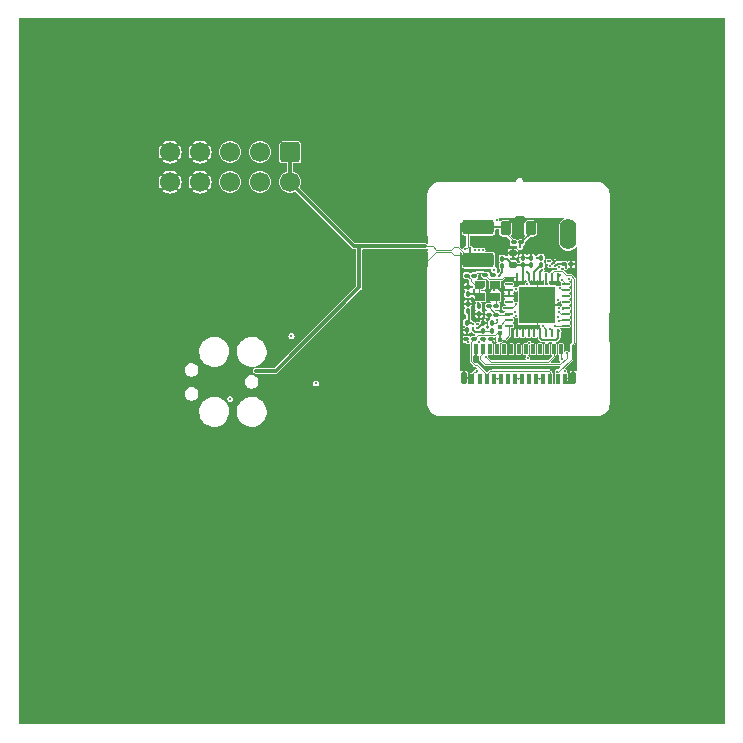
<source format=gbr>
%TF.GenerationSoftware,KiCad,Pcbnew,(7.0.0)*%
%TF.CreationDate,2023-03-15T10:57:15-04:00*%
%TF.ProjectId,headstage-neuropix2e,68656164-7374-4616-9765-2d6e6575726f,A*%
%TF.SameCoordinates,Original*%
%TF.FileFunction,Copper,L4,Bot*%
%TF.FilePolarity,Positive*%
%FSLAX46Y46*%
G04 Gerber Fmt 4.6, Leading zero omitted, Abs format (unit mm)*
G04 Created by KiCad (PCBNEW (7.0.0)) date 2023-03-15 10:57:15*
%MOMM*%
%LPD*%
G01*
G04 APERTURE LIST*
G04 Aperture macros list*
%AMRoundRect*
0 Rectangle with rounded corners*
0 $1 Rounding radius*
0 $2 $3 $4 $5 $6 $7 $8 $9 X,Y pos of 4 corners*
0 Add a 4 corners polygon primitive as box body*
4,1,4,$2,$3,$4,$5,$6,$7,$8,$9,$2,$3,0*
0 Add four circle primitives for the rounded corners*
1,1,$1+$1,$2,$3*
1,1,$1+$1,$4,$5*
1,1,$1+$1,$6,$7*
1,1,$1+$1,$8,$9*
0 Add four rect primitives between the rounded corners*
20,1,$1+$1,$2,$3,$4,$5,0*
20,1,$1+$1,$4,$5,$6,$7,0*
20,1,$1+$1,$6,$7,$8,$9,0*
20,1,$1+$1,$8,$9,$2,$3,0*%
%AMOutline5P*
0 Free polygon, 5 corners , with rotation*
0 The origin of the aperture is its center*
0 number of corners: always 5*
0 $1 to $10 corner X, Y*
0 $11 Rotation angle, in degrees counterclockwise*
0 create outline with 5 corners*
4,1,5,$1,$2,$3,$4,$5,$6,$7,$8,$9,$10,$1,$2,$11*%
%AMOutline6P*
0 Free polygon, 6 corners , with rotation*
0 The origin of the aperture is its center*
0 number of corners: always 6*
0 $1 to $12 corner X, Y*
0 $13 Rotation angle, in degrees counterclockwise*
0 create outline with 6 corners*
4,1,6,$1,$2,$3,$4,$5,$6,$7,$8,$9,$10,$11,$12,$1,$2,$13*%
%AMOutline7P*
0 Free polygon, 7 corners , with rotation*
0 The origin of the aperture is its center*
0 number of corners: always 7*
0 $1 to $14 corner X, Y*
0 $15 Rotation angle, in degrees counterclockwise*
0 create outline with 7 corners*
4,1,7,$1,$2,$3,$4,$5,$6,$7,$8,$9,$10,$11,$12,$13,$14,$1,$2,$15*%
%AMOutline8P*
0 Free polygon, 8 corners , with rotation*
0 The origin of the aperture is its center*
0 number of corners: always 8*
0 $1 to $16 corner X, Y*
0 $17 Rotation angle, in degrees counterclockwise*
0 create outline with 8 corners*
4,1,8,$1,$2,$3,$4,$5,$6,$7,$8,$9,$10,$11,$12,$13,$14,$15,$16,$1,$2,$17*%
%AMFreePoly0*
4,1,13,-0.200000,0.080000,-0.190866,0.125922,-0.164853,0.164853,-0.125922,0.190866,-0.080000,0.200000,0.200000,0.200000,0.200000,-0.200000,-0.080000,-0.200000,-0.125922,-0.190866,-0.164853,-0.164853,-0.190866,-0.125922,-0.200000,-0.080000,-0.200000,0.080000,-0.200000,0.080000,$1*%
%AMFreePoly1*
4,1,13,-0.200000,0.200000,0.080000,0.200000,0.125922,0.190866,0.164853,0.164853,0.190866,0.125922,0.200000,0.080000,0.200000,-0.080000,0.190866,-0.125922,0.164853,-0.164853,0.125922,-0.190866,0.080000,-0.200000,-0.200000,-0.200000,-0.200000,0.200000,-0.200000,0.200000,$1*%
G04 Aperture macros list end*
%TA.AperFunction,ComponentPad*%
%ADD10O,1.400000X2.600000*%
%TD*%
%TA.AperFunction,ComponentPad*%
%ADD11RoundRect,0.250000X-0.600000X0.600000X-0.600000X-0.600000X0.600000X-0.600000X0.600000X0.600000X0*%
%TD*%
%TA.AperFunction,ComponentPad*%
%ADD12C,1.700000*%
%TD*%
%TA.AperFunction,SMDPad,CuDef*%
%ADD13FreePoly0,90.000000*%
%TD*%
%TA.AperFunction,SMDPad,CuDef*%
%ADD14R,0.400000X0.400000*%
%TD*%
%TA.AperFunction,SMDPad,CuDef*%
%ADD15FreePoly1,90.000000*%
%TD*%
%TA.AperFunction,SMDPad,CuDef*%
%ADD16RoundRect,0.218750X0.218750X0.381250X-0.218750X0.381250X-0.218750X-0.381250X0.218750X-0.381250X0*%
%TD*%
%TA.AperFunction,SMDPad,CuDef*%
%ADD17RoundRect,0.015000X-0.135000X-0.385000X0.135000X-0.385000X0.135000X0.385000X-0.135000X0.385000X0*%
%TD*%
%TA.AperFunction,SMDPad,CuDef*%
%ADD18RoundRect,0.020000X-0.180000X-0.455000X0.180000X-0.455000X0.180000X0.455000X-0.180000X0.455000X0*%
%TD*%
%TA.AperFunction,SMDPad,CuDef*%
%ADD19C,0.180000*%
%TD*%
%TA.AperFunction,SMDPad,CuDef*%
%ADD20RoundRect,0.100000X0.130000X0.100000X-0.130000X0.100000X-0.130000X-0.100000X0.130000X-0.100000X0*%
%TD*%
%TA.AperFunction,SMDPad,CuDef*%
%ADD21C,0.200000*%
%TD*%
%TA.AperFunction,SMDPad,CuDef*%
%ADD22RoundRect,0.100000X-0.130000X-0.100000X0.130000X-0.100000X0.130000X0.100000X-0.130000X0.100000X0*%
%TD*%
%TA.AperFunction,SMDPad,CuDef*%
%ADD23RoundRect,0.140000X0.170000X-0.140000X0.170000X0.140000X-0.170000X0.140000X-0.170000X-0.140000X0*%
%TD*%
%TA.AperFunction,SMDPad,CuDef*%
%ADD24RoundRect,0.100000X0.100000X-0.130000X0.100000X0.130000X-0.100000X0.130000X-0.100000X-0.130000X0*%
%TD*%
%TA.AperFunction,SMDPad,CuDef*%
%ADD25RoundRect,0.100000X-0.100000X0.130000X-0.100000X-0.130000X0.100000X-0.130000X0.100000X0.130000X0*%
%TD*%
%TA.AperFunction,SMDPad,CuDef*%
%ADD26Outline5P,-0.387500X0.337500X0.387500X0.337500X0.387500X-0.202500X0.252500X-0.337500X-0.387500X-0.337500X0.000000*%
%TD*%
%TA.AperFunction,SMDPad,CuDef*%
%ADD27RoundRect,0.020250X-0.367250X-0.317250X0.367250X-0.317250X0.367250X0.317250X-0.367250X0.317250X0*%
%TD*%
%TA.AperFunction,SMDPad,CuDef*%
%ADD28RoundRect,0.036000X-0.264000X0.084000X-0.264000X-0.084000X0.264000X-0.084000X0.264000X0.084000X0*%
%TD*%
%TA.AperFunction,SMDPad,CuDef*%
%ADD29RoundRect,0.036000X0.084000X0.264000X-0.084000X0.264000X-0.084000X-0.264000X0.084000X-0.264000X0*%
%TD*%
%TA.AperFunction,SMDPad,CuDef*%
%ADD30RoundRect,0.036000X-0.084000X-0.264000X0.084000X-0.264000X0.084000X0.264000X-0.084000X0.264000X0*%
%TD*%
%TA.AperFunction,SMDPad,CuDef*%
%ADD31RoundRect,0.062000X-1.488000X-1.488000X1.488000X-1.488000X1.488000X1.488000X-1.488000X1.488000X0*%
%TD*%
%TA.AperFunction,SMDPad,CuDef*%
%ADD32RoundRect,0.250000X1.075000X-0.375000X1.075000X0.375000X-1.075000X0.375000X-1.075000X-0.375000X0*%
%TD*%
%TA.AperFunction,ViaPad*%
%ADD33C,0.200000*%
%TD*%
%TA.AperFunction,ViaPad*%
%ADD34C,0.300000*%
%TD*%
%TA.AperFunction,Conductor*%
%ADD35C,0.150000*%
%TD*%
%TA.AperFunction,Conductor*%
%ADD36C,0.100000*%
%TD*%
%TA.AperFunction,Conductor*%
%ADD37C,0.200000*%
%TD*%
%TA.AperFunction,Conductor*%
%ADD38C,0.300000*%
%TD*%
%TA.AperFunction,Conductor*%
%ADD39C,0.172000*%
%TD*%
G04 APERTURE END LIST*
%TO.C,JP1*%
G36*
X140905000Y-92160000D02*
G01*
X140745000Y-92160000D01*
X140745000Y-91960000D01*
X140905000Y-91960000D01*
X140905000Y-92160000D01*
G37*
%TD*%
D10*
%TO.P,TP2,1,1*%
%TO.N,/Neuropixels 2.0/NP_{TP0}*%
X146634999Y-83419999D03*
%TD*%
%TO.P,TP1,1,1*%
%TO.N,GND*%
X144954999Y-83419999D03*
%TD*%
D11*
%TO.P,J4,1,Pin_1*%
%TO.N,+4V*%
X123080000Y-76447500D03*
D12*
%TO.P,J4,2,Pin_2*%
X123080000Y-78987500D03*
%TO.P,J4,3,Pin_3*%
%TO.N,/Neuropixels 2.0/SCL*%
X120540000Y-76447500D03*
%TO.P,J4,4,Pin_4*%
X120540000Y-78987500D03*
%TO.P,J4,5,Pin_5*%
%TO.N,/Neuropixels 2.0/SDA*%
X118000000Y-76447500D03*
%TO.P,J4,6,Pin_6*%
X118000000Y-78987500D03*
%TO.P,J4,7,Pin_7*%
%TO.N,GND*%
X115460000Y-76447500D03*
%TO.P,J4,8,Pin_8*%
X115460000Y-78987500D03*
%TO.P,J4,9,Pin_9*%
X112920000Y-76447500D03*
%TO.P,J4,10,Pin_10*%
X112920000Y-78987500D03*
%TD*%
D13*
%TO.P,JP1,1,A*%
%TO.N,Net-(JP1-A)*%
X140824999Y-92329999D03*
D14*
%TO.P,JP1,2,C*%
%TO.N,/Neuropixels 2.0/SYNC*%
X140824999Y-91789999D03*
D15*
%TO.P,JP1,3,B*%
%TO.N,Net-(JP1-B)*%
X140824999Y-91249999D03*
%TD*%
D16*
%TO.P,L2,1,1*%
%TO.N,/DC Tap & Regulation/RF+DC*%
X143450000Y-82900000D03*
%TO.P,L2,2,2*%
%TO.N,Net-(L1-Pad2)*%
X141325000Y-82900000D03*
%TD*%
D17*
%TO.P,J3,1,Pin_1*%
%TO.N,GND*%
X146325000Y-95625000D03*
%TO.P,J3,2,Pin_2*%
%TO.N,/Neuropixels 2.0/SDA_{B}*%
X146025000Y-93155000D03*
%TO.P,J3,3,Pin_3*%
%TO.N,/Neuropixels 2.0/NP_{RESET}*%
X145725000Y-95625000D03*
%TO.P,J3,4,Pin_4*%
%TO.N,/Neuropixels 2.0/SCL*%
X145425000Y-93155000D03*
%TO.P,J3,5,Pin_5*%
%TO.N,/Neuropixels 2.0/SYNC*%
X145125000Y-95625000D03*
%TO.P,J3,6,Pin_6*%
%TO.N,/Neuropixels 2.0/D0*%
X144825000Y-93155000D03*
%TO.P,J3,7,Pin_7*%
%TO.N,GND*%
X144525000Y-95625000D03*
%TO.P,J3,8,Pin_8*%
%TO.N,/Neuropixels 2.0/D1*%
X144225000Y-93155000D03*
%TO.P,J3,9,Pin_9*%
%TO.N,GND*%
X143925000Y-95625000D03*
%TO.P,J3,10,Pin_10*%
%TO.N,/Neuropixels 2.0/D2*%
X143625000Y-93155000D03*
%TO.P,J3,11,Pin_11*%
%TO.N,+1.8VA*%
X143325000Y-95625000D03*
%TO.P,J3,12,Pin_12*%
%TO.N,/Neuropixels 2.0/D3*%
X143025000Y-93155000D03*
%TO.P,J3,13,Pin_13*%
%TO.N,GND*%
X142725000Y-95625000D03*
%TO.P,J3,14,Pin_14*%
%TO.N,/Neuropixels 2.0/PCLK*%
X142425000Y-93155000D03*
%TO.P,J3,15,Pin_15*%
%TO.N,GND*%
X142125000Y-95625000D03*
%TO.P,J3,16,Pin_16*%
%TO.N,/Neuropixels 2.0/D4*%
X141825000Y-93155000D03*
%TO.P,J3,17,Pin_17*%
%TO.N,+1.8VA*%
X141525000Y-95625000D03*
%TO.P,J3,18,Pin_18*%
%TO.N,/Neuropixels 2.0/D5*%
X141225000Y-93155000D03*
%TO.P,J3,19,Pin_19*%
%TO.N,GND*%
X140925000Y-95625000D03*
%TO.P,J3,20,Pin_20*%
%TO.N,/Neuropixels 2.0/D6*%
X140625000Y-93155000D03*
%TO.P,J3,21,Pin_21*%
%TO.N,GND*%
X140325000Y-95625000D03*
%TO.P,J3,22,Pin_22*%
%TO.N,/Neuropixels 2.0/D7*%
X140025000Y-93155000D03*
%TO.P,J3,23,Pin_23*%
%TO.N,/Neuropixels 2.0/SYNC*%
X139725000Y-95625000D03*
%TO.P,J3,24,Pin_24*%
%TO.N,/Neuropixels 2.0/NP_{TP1}*%
X139425000Y-93155000D03*
%TO.P,J3,25,Pin_25*%
%TO.N,/Neuropixels 2.0/NP_{RESET}*%
X139125000Y-95625000D03*
%TO.P,J3,26,Pin_26*%
%TO.N,GND*%
X138825000Y-93155000D03*
%TO.P,J3,27,Pin_27*%
%TO.N,/Neuropixels 2.0/NP_{TP0}*%
X138525000Y-95625000D03*
D18*
%TO.P,J3,MP,MountPin*%
%TO.N,GND*%
X147060000Y-95580000D03*
X137790000Y-95580000D03*
%TD*%
D19*
%TO.P,U6,A1,VCC*%
%TO.N,+1V8*%
X145475000Y-86100000D03*
%TO.P,U6,A2,VSS*%
%TO.N,GND*%
X145475000Y-85700000D03*
%TO.P,U6,B1,SCL*%
%TO.N,/Neuropixels 2.0/SCL*%
X145075000Y-86100000D03*
%TO.P,U6,B2,SDA*%
%TO.N,/Neuropixels 2.0/SDA*%
X145075000Y-85700000D03*
%TD*%
D20*
%TO.P,C25,1*%
%TO.N,GND*%
X146895000Y-85950000D03*
%TO.P,C25,2*%
%TO.N,+1V8*%
X146255000Y-85950000D03*
%TD*%
D21*
%TO.P,U2,A1,VIN*%
%TO.N,+2V5*%
X138570000Y-91025000D03*
%TO.P,U2,A2,VOUT*%
%TO.N,+1.8VA*%
X138570000Y-91375000D03*
%TO.P,U2,B1,EN*%
%TO.N,+1V8*%
X138920000Y-91025000D03*
%TO.P,U2,B2,GND*%
%TO.N,GND*%
X138920000Y-91375000D03*
%TD*%
D22*
%TO.P,R5,1*%
%TO.N,+1V8*%
X138055000Y-86900000D03*
%TO.P,R5,2*%
%TO.N,Net-(U3-PDB)*%
X138695000Y-86900000D03*
%TD*%
D20*
%TO.P,C28,1*%
%TO.N,GND*%
X140065000Y-92300000D03*
%TO.P,C28,2*%
%TO.N,Net-(U7-CAP)*%
X139425000Y-92300000D03*
%TD*%
D23*
%TO.P,C12,1*%
%TO.N,Net-(U3-VDDPLL)*%
X141925000Y-85980000D03*
%TO.P,C12,2*%
%TO.N,GND*%
X141925000Y-85020000D03*
%TD*%
D24*
%TO.P,C11,1*%
%TO.N,Net-(U3-VDDPLL)*%
X143475000Y-86040000D03*
%TO.P,C11,2*%
%TO.N,GND*%
X143475000Y-85400000D03*
%TD*%
%TO.P,R11,1*%
%TO.N,+1.8VA*%
X140165000Y-91570000D03*
%TO.P,R11,2*%
%TO.N,/Neuropixels 2.0/SCL*%
X140165000Y-90930000D03*
%TD*%
D25*
%TO.P,L3,1,1*%
%TO.N,Net-(U3-VDDPLL)*%
X141055000Y-85460000D03*
%TO.P,L3,2,2*%
%TO.N,+1V8*%
X141055000Y-86100000D03*
%TD*%
D24*
%TO.P,C4,1*%
%TO.N,+1.8VA*%
X139445000Y-91570000D03*
%TO.P,C4,2*%
%TO.N,GND*%
X139445000Y-90930000D03*
%TD*%
D20*
%TO.P,R12,1*%
%TO.N,Net-(U5-OUT)*%
X140545000Y-89500000D03*
%TO.P,R12,2*%
%TO.N,/Neuropixels 2.0/PCLK*%
X139905000Y-89500000D03*
%TD*%
D22*
%TO.P,C21,1*%
%TO.N,Net-(U3-PDB)*%
X139615000Y-86860000D03*
%TO.P,C21,2*%
%TO.N,GND*%
X140255000Y-86860000D03*
%TD*%
D26*
%TO.P,U5,1,EN*%
%TO.N,+1V8*%
X139187499Y-87712499D03*
D27*
%TO.P,U5,2,GND*%
%TO.N,GND*%
X140462500Y-87712500D03*
%TO.P,U5,3,OUT*%
%TO.N,Net-(U5-OUT)*%
X140462500Y-88687500D03*
%TO.P,U5,4,VCC*%
%TO.N,+1V8*%
X139187500Y-88687500D03*
%TD*%
D24*
%TO.P,C27,1*%
%TO.N,GND*%
X139055000Y-90160000D03*
%TO.P,C27,2*%
%TO.N,+1V8*%
X139055000Y-89520000D03*
%TD*%
D20*
%TO.P,C24,1*%
%TO.N,/Neuropixels 2.0/PCLK*%
X140545000Y-90200000D03*
%TO.P,C24,2*%
%TO.N,GND*%
X139905000Y-90200000D03*
%TD*%
D22*
%TO.P,R8,1*%
%TO.N,+1V8*%
X138015000Y-92300000D03*
%TO.P,R8,2*%
%TO.N,/Neuropixels 2.0/SYNC*%
X138655000Y-92300000D03*
%TD*%
%TO.P,R2,1*%
%TO.N,Net-(L1-Pad2)*%
X142005000Y-84100000D03*
%TO.P,R2,2*%
%TO.N,/DC Tap & Regulation/RF+DC*%
X142645000Y-84100000D03*
%TD*%
D25*
%TO.P,C5,1*%
%TO.N,+2V5*%
X138045000Y-90880000D03*
%TO.P,C5,2*%
%TO.N,GND*%
X138045000Y-91520000D03*
%TD*%
%TO.P,C26,1*%
%TO.N,GND*%
X138125000Y-89300000D03*
%TO.P,C26,2*%
%TO.N,+2V5*%
X138125000Y-89940000D03*
%TD*%
D24*
%TO.P,C10,1*%
%TO.N,Net-(U3-VDDPLL)*%
X142775000Y-86020000D03*
%TO.P,C10,2*%
%TO.N,GND*%
X142775000Y-85380000D03*
%TD*%
D28*
%TO.P,U3,1,HSYNC*%
%TO.N,Net-(JP1-A)*%
X141625000Y-91150000D03*
%TO.P,U3,2,VSYNC*%
%TO.N,Net-(JP1-B)*%
X141625000Y-90650000D03*
%TO.P,U3,3,PCLK*%
%TO.N,/Neuropixels 2.0/PCLK*%
X141625000Y-90150000D03*
%TO.P,U3,4,SCL*%
%TO.N,/Neuropixels 2.0/SCL*%
X141625000Y-89650000D03*
%TO.P,U3,5,SDA*%
%TO.N,/Neuropixels 2.0/SDA*%
X141625000Y-89150000D03*
%TO.P,U3,6,ID[X]*%
%TO.N,GND*%
X141625000Y-88650000D03*
%TO.P,U3,7,RES*%
X141625000Y-88150000D03*
%TO.P,U3,8,MODE*%
%TO.N,Net-(U3-MODE)*%
X141625000Y-87650000D03*
D29*
%TO.P,U3,9,PDB*%
%TO.N,Net-(U3-PDB)*%
X142275000Y-87000000D03*
%TO.P,U3,10,VDDPLL*%
%TO.N,Net-(U3-VDDPLL)*%
X142775000Y-87000000D03*
%TO.P,U3,11,VDDT*%
%TO.N,+1V8*%
X143275000Y-87000000D03*
%TO.P,U3,12,DOUTN*%
%TO.N,Net-(U3-DOUTN)*%
X143775000Y-87000000D03*
%TO.P,U3,13,DOUTP*%
%TO.N,Net-(U3-DOUTP)*%
X144275000Y-87000000D03*
%TO.P,U3,14,VDDCML*%
%TO.N,Net-(U3-VDDCML)*%
X144775000Y-87000000D03*
D30*
%TO.P,U3,15,GPIO0*%
%TO.N,/Neuropixels 2.0/NP_{RESET}*%
X145275000Y-87000000D03*
D29*
%TO.P,U3,16,GPIO1*%
%TO.N,/Neuropixels 2.0/NP_{Select}*%
X145775000Y-87000000D03*
D28*
%TO.P,U3,17,GPIO2/CLK0*%
%TO.N,/Perpherials/GPIO*%
X146425000Y-87650000D03*
%TO.P,U3,18,GPIO3/CLKIN*%
%TO.N,Net-(U3-GPIO3{slash}CLKIN)*%
X146425000Y-88150000D03*
%TO.P,U3,19,DIN_0*%
%TO.N,/Neuropixels 2.0/D0*%
X146425000Y-88650000D03*
%TO.P,U3,20,DIN_1*%
%TO.N,/Neuropixels 2.0/D1*%
X146425000Y-89150000D03*
%TO.P,U3,21,DIN_2*%
%TO.N,/Neuropixels 2.0/D2*%
X146425000Y-89650000D03*
%TO.P,U3,22,DIN_3*%
%TO.N,/Neuropixels 2.0/D3*%
X146425000Y-90150001D03*
%TO.P,U3,23,DIN_4*%
%TO.N,/Neuropixels 2.0/D4*%
X146425000Y-90650000D03*
%TO.P,U3,24,DIN_5*%
%TO.N,/Neuropixels 2.0/D5*%
X146425000Y-91150000D03*
D29*
%TO.P,U3,25,VDDIO*%
%TO.N,+1V8*%
X145775000Y-91800000D03*
%TO.P,U3,26,DIN_6*%
%TO.N,/Neuropixels 2.0/D6*%
X145275000Y-91800000D03*
%TO.P,U3,27,DIN_7*%
%TO.N,/Neuropixels 2.0/D7*%
X144775000Y-91800000D03*
%TO.P,U3,28,VDDD*%
%TO.N,+1V8*%
X144275000Y-91800000D03*
%TO.P,U3,29,DIN_8*%
%TO.N,unconnected-(U3-DIN_8-Pad29)*%
X143775000Y-91800000D03*
%TO.P,U3,30,DIN_9*%
%TO.N,unconnected-(U3-DIN_9-Pad30)*%
X143275000Y-91800000D03*
%TO.P,U3,31,DIN_10*%
%TO.N,unconnected-(U3-DIN_10-Pad31)*%
X142775000Y-91800000D03*
%TO.P,U3,32,DIN_11*%
%TO.N,unconnected-(U3-DIN_11-Pad32)*%
X142275000Y-91800000D03*
D31*
%TO.P,U3,33,GND(DAP)*%
%TO.N,GND*%
X144025000Y-89400000D03*
%TD*%
D32*
%TO.P,L1,1,1*%
%TO.N,+4V*%
X139025000Y-85600000D03*
%TO.P,L1,2,2*%
%TO.N,Net-(L1-Pad2)*%
X139025000Y-82800000D03*
%TD*%
D24*
%TO.P,C23,1*%
%TO.N,+1V8*%
X138145000Y-88490000D03*
%TO.P,C23,2*%
%TO.N,GND*%
X138145000Y-87850000D03*
%TD*%
%TO.P,C20,1*%
%TO.N,Net-(U3-DOUTN)*%
X144325000Y-86020000D03*
%TO.P,C20,2*%
%TO.N,/Serializer/Dout-*%
X144325000Y-85380000D03*
%TD*%
D33*
%TO.N,Net-(U3-MODE)*%
X141625000Y-87650000D03*
%TO.N,GND*%
X146915000Y-84930000D03*
X138835000Y-83649300D03*
X137898663Y-88881316D03*
X142125000Y-95650000D03*
X142725000Y-94750000D03*
D34*
X156300000Y-121900000D03*
D33*
X142075000Y-94750000D03*
X139870000Y-87480000D03*
X139750000Y-88050498D03*
X141615000Y-84550000D03*
X145475000Y-87550000D03*
X144000000Y-94725000D03*
X146785000Y-95970000D03*
X139445000Y-90900000D03*
X145625000Y-94100000D03*
D34*
X139900000Y-106500000D03*
D33*
X144005000Y-91150000D03*
X139415000Y-83640000D03*
X142574999Y-82474998D03*
X137915500Y-87943311D03*
X139470000Y-89250000D03*
D34*
X135640000Y-73600000D03*
D33*
X144455000Y-90760000D03*
X143185000Y-84540000D03*
X137925000Y-95200000D03*
X146925000Y-95200000D03*
X141525000Y-93720500D03*
X146680000Y-94660000D03*
X140005000Y-83700000D03*
X145275000Y-94750000D03*
X146025000Y-85130000D03*
X140362500Y-88150500D03*
X143225000Y-85400000D03*
X147035000Y-85460000D03*
X144755000Y-88270000D03*
X138306076Y-91856076D03*
X139025000Y-90250000D03*
X141607409Y-88089070D03*
X144465000Y-89370000D03*
X144525000Y-95650000D03*
X143025000Y-90500000D03*
X143925000Y-95650000D03*
X140075000Y-94775000D03*
X139165000Y-86900000D03*
X140925000Y-95650000D03*
X143025000Y-90000000D03*
X140225000Y-92510000D03*
X141975000Y-82620000D03*
X143845000Y-93830000D03*
X140325000Y-93720500D03*
X137785000Y-89620000D03*
X137810700Y-83680000D03*
X139925000Y-90200000D03*
X144755000Y-88610000D03*
X140325000Y-95650000D03*
X138525000Y-94750000D03*
D34*
X126680000Y-71747500D03*
X156700000Y-69100000D03*
X155800000Y-87500000D03*
D33*
X141225000Y-84830000D03*
X143725000Y-87600000D03*
X144565000Y-93780000D03*
X144815000Y-90110000D03*
X142775000Y-85400000D03*
X141395000Y-84090000D03*
X140462500Y-87724500D03*
X143705000Y-84520000D03*
X147010000Y-94230000D03*
X143565000Y-84070000D03*
X142475000Y-85050000D03*
X143285000Y-88250000D03*
X144185000Y-87630000D03*
X147135000Y-86480000D03*
D34*
X107600000Y-104500000D03*
X103100000Y-122100000D03*
D33*
X142725000Y-93710000D03*
X139455000Y-90190000D03*
X143025000Y-91150500D03*
X140905000Y-94725000D03*
X143880840Y-88220500D03*
X143385000Y-88770000D03*
X145125000Y-85330000D03*
X139107347Y-94319500D03*
X142165000Y-90630000D03*
D34*
X105450000Y-70470000D03*
D33*
X142725000Y-95650000D03*
X137955000Y-94170000D03*
X142355000Y-91170000D03*
D34*
X145200000Y-72300000D03*
D33*
X137975000Y-87440000D03*
D34*
X154200000Y-101500000D03*
D33*
X141625000Y-87249500D03*
D34*
X103900000Y-84800000D03*
X130200000Y-99700000D03*
D33*
X142025000Y-85450000D03*
X137781392Y-91260865D03*
X137915000Y-93180000D03*
X139725000Y-86450000D03*
%TO.N,+1V8*%
X145875500Y-91592347D03*
X139435000Y-84730000D03*
X139025000Y-89250000D03*
X146434268Y-86221264D03*
X138620290Y-88099352D03*
X144275000Y-91650500D03*
X143157963Y-86612963D03*
D34*
X140775000Y-86900000D03*
D33*
X138147595Y-92527730D03*
X146655000Y-87170000D03*
X145820230Y-89664770D03*
X138984500Y-91016076D03*
%TO.N,/Neuropixels 2.0/PCLK*%
X141625000Y-90210000D03*
X142425000Y-93150000D03*
%TO.N,/Neuropixels 2.0/SDA_{A}*%
X139040000Y-92557084D03*
X142122378Y-89995974D03*
%TO.N,+4V*%
X138640419Y-85475200D03*
D34*
X138124999Y-85890001D03*
X120200000Y-94945000D03*
D33*
X138355000Y-84600000D03*
D34*
%TO.N,/Neuropixels 2.0/SCL*%
X118000000Y-97340000D03*
D33*
X140625000Y-90625000D03*
X142235000Y-89324500D03*
X145075000Y-86100000D03*
X138735000Y-84740000D03*
X139642609Y-93772609D03*
X141234061Y-89672090D03*
%TO.N,/Neuropixels 2.0/SYNC*%
X139725000Y-95650000D03*
X145125000Y-95650000D03*
%TO.N,/Neuropixels 2.0/D7*%
X144455065Y-91149935D03*
X140025000Y-93150000D03*
%TO.N,Net-(L1-Pad2)*%
X137921788Y-84655700D03*
%TO.N,/Neuropixels 2.0/D6*%
X145075000Y-91385075D03*
X140625000Y-93150000D03*
%TO.N,/Neuropixels 2.0/D5*%
X141225000Y-93150000D03*
X145539322Y-91153783D03*
%TO.N,/Neuropixels 2.0/D4*%
X141825000Y-93150000D03*
X145855000Y-90720000D03*
%TO.N,/Neuropixels 2.0/D3*%
X143025000Y-93150000D03*
X145871150Y-90001022D03*
%TO.N,/Neuropixels 2.0/D2*%
X146185000Y-89750000D03*
X143625000Y-93150000D03*
%TO.N,/Neuropixels 2.0/D1*%
X146405000Y-89140000D03*
X144225000Y-93150000D03*
%TO.N,/Neuropixels 2.0/D0*%
X146425000Y-88650002D03*
X144825000Y-93150000D03*
D34*
%TO.N,/DC Tap & Regulation/RF+DC*%
X142525000Y-84475000D03*
D33*
%TO.N,/Neuropixels 2.0/NP_{TP0}*%
X138875000Y-94980000D03*
X146325000Y-95000000D03*
%TO.N,/Neuropixels 2.0/SDA_{B}*%
X146068576Y-93973576D03*
%TO.N,/Neuropixels 2.0/SDA*%
X142225000Y-90290000D03*
X143175250Y-87650499D03*
X145774501Y-90410000D03*
X142177262Y-88059188D03*
X141625000Y-89150000D03*
X139085000Y-84730000D03*
D34*
X123200000Y-92000000D03*
D33*
X144915000Y-85700000D03*
D34*
X125255000Y-96035000D03*
D33*
%TO.N,/Perpherials/GPIO*%
X140600000Y-82204300D03*
X146099498Y-87271944D03*
%TO.N,/Neuropixels 2.0/NP_{Select}*%
X145975500Y-86850000D03*
X145774501Y-88979500D03*
D34*
%TO.N,+2V5*%
X140375000Y-86400000D03*
D33*
X138215000Y-89990000D03*
%TO.N,Net-(U3-DOUTP)*%
X144425000Y-86449500D03*
%TO.N,Net-(U7-CAP)*%
X139483691Y-92449503D03*
%TO.N,Net-(U3-GPIO3{slash}CLKIN)*%
X145857158Y-86184021D03*
X145895000Y-87940000D03*
%TO.N,/Neuropixels 2.0/NP_{RESET}*%
X145725000Y-95650000D03*
X139125000Y-95650000D03*
X145675000Y-95046446D03*
%TO.N,+1.8VA*%
X143205000Y-93880000D03*
X141525000Y-95650000D03*
X138570000Y-91375000D03*
X143325000Y-95650000D03*
X143331424Y-92606424D03*
%TO.N,/Neuropixels 2.0/NP_{TP1}*%
X146495500Y-93475000D03*
%TO.N,/Serializer/Dout-*%
X144025000Y-85380000D03*
%TO.N,Net-(U3-VDDCML)*%
X144845000Y-87650499D03*
%TD*%
D35*
%TO.N,GND*%
X139014485Y-91375000D02*
X138920000Y-91375000D01*
X139445000Y-90930000D02*
X139445000Y-90944485D01*
X139445000Y-90944485D02*
X139014485Y-91375000D01*
D36*
X136947889Y-85202111D02*
X137352111Y-85202111D01*
D35*
X138825000Y-94037153D02*
X139107347Y-94319500D01*
D37*
X140255000Y-86845736D02*
X139859264Y-86450000D01*
D35*
X146785000Y-95970000D02*
X146645000Y-95970000D01*
D36*
X135400000Y-84950000D02*
X136695778Y-84950000D01*
D37*
X134100000Y-85487157D02*
X134362843Y-85750000D01*
X134362843Y-85750000D02*
X134600000Y-85750000D01*
X140255000Y-86860000D02*
X140255000Y-86845736D01*
D36*
X136695778Y-84950000D02*
X136947889Y-85202111D01*
X137512157Y-86977157D02*
X137975000Y-87440000D01*
X137352111Y-85202111D02*
X137512157Y-85362157D01*
X137512157Y-85362157D02*
X137512157Y-86977157D01*
D35*
X146645000Y-95970000D02*
X146325000Y-95650000D01*
D37*
X139859264Y-86450000D02*
X139725000Y-86450000D01*
D36*
X134600000Y-85750000D02*
X135400000Y-84950000D01*
D35*
X138825000Y-93150000D02*
X138825000Y-94037153D01*
D36*
%TO.N,+1V8*%
X138375000Y-87403554D02*
X138375000Y-87220000D01*
D37*
X139025000Y-89580000D02*
X139025000Y-89250000D01*
X141055000Y-86620000D02*
X140775000Y-86900000D01*
X145516914Y-86100000D02*
X145732893Y-85884021D01*
X144435000Y-92360000D02*
X145585000Y-92360000D01*
X138620290Y-88099352D02*
X138615000Y-88104642D01*
X145732893Y-85884021D02*
X146189021Y-85884021D01*
X138145000Y-88490000D02*
X138615000Y-88490000D01*
D36*
X139100000Y-87725000D02*
X139100000Y-88625000D01*
D37*
X138800000Y-88675000D02*
X139050000Y-88675000D01*
D36*
X139100000Y-87725000D02*
X138696446Y-87725000D01*
D37*
X143274999Y-87000000D02*
X143274999Y-86729999D01*
X144275000Y-92200000D02*
X144435000Y-92360000D01*
X145774999Y-92170001D02*
X145774999Y-91800000D01*
D36*
X139100000Y-88625000D02*
X139050000Y-88675000D01*
D37*
X144275000Y-91800000D02*
X144275000Y-92200000D01*
D36*
X138375000Y-87220000D02*
X138055000Y-86900000D01*
D37*
X145475000Y-86100000D02*
X145516914Y-86100000D01*
X141055000Y-86100000D02*
X141055000Y-86620000D01*
X138615000Y-88104642D02*
X138615000Y-88490000D01*
X143274999Y-86729999D02*
X143157963Y-86612963D01*
X146189021Y-85884021D02*
X146255000Y-85950000D01*
D36*
X146255000Y-85950000D02*
X146216521Y-85911521D01*
D37*
X145585000Y-92360000D02*
X145774999Y-92170001D01*
X146434268Y-86221264D02*
X146434268Y-86129268D01*
X138615000Y-88490000D02*
X138800000Y-88675000D01*
D36*
X138696446Y-87725000D02*
X138375000Y-87403554D01*
D37*
X146434268Y-86129268D02*
X146255000Y-85950000D01*
D36*
%TO.N,/Neuropixels 2.0/PCLK*%
X141625000Y-90210000D02*
X141615000Y-90200000D01*
X139905000Y-89500000D02*
X139905000Y-89560000D01*
X139905000Y-89560000D02*
X140545000Y-90200000D01*
X141615000Y-90200000D02*
X140545000Y-90200000D01*
D37*
%TO.N,+4V*%
X138355000Y-85189781D02*
X138640419Y-85475200D01*
D38*
X123080000Y-76447500D02*
X123080000Y-78987500D01*
X128396250Y-84303750D02*
X128492500Y-84400000D01*
X128396250Y-84303750D02*
X123080000Y-78987500D01*
D36*
X136746095Y-84700000D02*
X135450000Y-84700000D01*
X136921848Y-84524247D02*
X136746095Y-84700000D01*
X138640419Y-85475200D02*
X138279105Y-85475200D01*
X137125000Y-84488443D02*
X136968126Y-84524247D01*
X135450000Y-84700000D02*
X135150000Y-84400000D01*
D38*
X120200000Y-94945000D02*
X121900000Y-94945000D01*
X121900000Y-94945000D02*
X128954058Y-87890942D01*
D36*
X137292348Y-84488443D02*
X137125000Y-84488443D01*
D37*
X138355000Y-84600000D02*
X138355000Y-85189781D01*
D36*
X138279105Y-85475200D02*
X137292348Y-84488443D01*
X136968126Y-84524247D02*
X136921848Y-84524247D01*
D38*
X128492500Y-84400000D02*
X129700000Y-84400000D01*
X129700000Y-84400000D02*
X134500000Y-84400000D01*
X128954058Y-87890942D02*
X128954058Y-84557808D01*
D36*
X135150000Y-84400000D02*
X134500000Y-84400000D01*
%TO.N,/Neuropixels 2.0/SCL*%
X144955000Y-94180000D02*
X145385000Y-93750000D01*
X142235000Y-89324500D02*
X141909500Y-89650000D01*
X145385000Y-93190000D02*
X145425000Y-93150000D01*
X140625000Y-90625000D02*
X140625000Y-90780000D01*
X141256151Y-89650000D02*
X141234061Y-89672090D01*
X140050000Y-94180000D02*
X144955000Y-94180000D01*
X140475000Y-90930000D02*
X140145000Y-90930000D01*
X140625000Y-90780000D02*
X140475000Y-90930000D01*
X141909500Y-89650000D02*
X141625000Y-89650000D01*
X141625000Y-89650000D02*
X141256151Y-89650000D01*
X145385000Y-93750000D02*
X145385000Y-93190000D01*
X139642609Y-93772609D02*
X140050000Y-94180000D01*
%TO.N,/Neuropixels 2.0/SYNC*%
X138655000Y-92300000D02*
X139005000Y-91950000D01*
X139725000Y-95290000D02*
X139725000Y-95650000D01*
X139710000Y-95275000D02*
X139725000Y-95275000D01*
X140560000Y-91790000D02*
X140825000Y-91790000D01*
X138435000Y-94175000D02*
X138730000Y-94470000D01*
X138905000Y-94470000D02*
X139710000Y-95275000D01*
X139710000Y-95275000D02*
X139725000Y-95290000D01*
X140178554Y-95025000D02*
X140203554Y-95000000D01*
X138655000Y-92300000D02*
X138435000Y-92520000D01*
X138730000Y-94470000D02*
X138905000Y-94470000D01*
X139005000Y-91950000D02*
X140400000Y-91950000D01*
X139975000Y-95025000D02*
X140178554Y-95025000D01*
X140203554Y-95000000D02*
X145025000Y-95000000D01*
X140400000Y-91950000D02*
X140560000Y-91790000D01*
X139725000Y-95275000D02*
X139975000Y-95025000D01*
X145125000Y-95100000D02*
X145125000Y-95650000D01*
X145025000Y-95000000D02*
X145125000Y-95100000D01*
X138435000Y-92520000D02*
X138435000Y-94175000D01*
X140815000Y-91790000D02*
X140612158Y-91790000D01*
%TO.N,/Neuropixels 2.0/D7*%
X144774998Y-91800000D02*
X144774998Y-91469868D01*
X144774998Y-91469868D02*
X144455065Y-91149935D01*
%TO.N,Net-(L1-Pad2)*%
X142005000Y-84100000D02*
X142005000Y-84000000D01*
X137921788Y-84655700D02*
X138125000Y-84452488D01*
X141325000Y-83320000D02*
X141325000Y-82800000D01*
X138125000Y-84452488D02*
X138125000Y-82790000D01*
X142005000Y-84000000D02*
X141325000Y-83320000D01*
X138125000Y-82790000D02*
X138355000Y-82560000D01*
D37*
X141325000Y-82800000D02*
X139025000Y-82800000D01*
D36*
%TO.N,/Neuropixels 2.0/D6*%
X145075000Y-91385075D02*
X145275000Y-91585075D01*
X145275000Y-91585075D02*
X145275000Y-91800000D01*
%TO.N,/Neuropixels 2.0/D5*%
X145539322Y-91153783D02*
X145543106Y-91149999D01*
X145543106Y-91149999D02*
X146425000Y-91149999D01*
%TO.N,/Neuropixels 2.0/D4*%
X146425000Y-90650000D02*
X145925000Y-90650000D01*
X145925000Y-90650000D02*
X145855000Y-90720000D01*
%TO.N,/Neuropixels 2.0/D3*%
X146020129Y-90150001D02*
X146425000Y-90150001D01*
X145871150Y-90001022D02*
X146020129Y-90150001D01*
D37*
%TO.N,/DC Tap & Regulation/RF+DC*%
X143450000Y-82800000D02*
X143450000Y-83295000D01*
X143450000Y-83295000D02*
X142645000Y-84100000D01*
X142525000Y-84475000D02*
X142525000Y-84220000D01*
X142525000Y-84220000D02*
X142645000Y-84100000D01*
D36*
%TO.N,/Neuropixels 2.0/NP_{TP0}*%
X138775000Y-95080000D02*
X138875000Y-94980000D01*
X138525000Y-95225000D02*
X138525000Y-95625000D01*
X138670000Y-95080000D02*
X138525000Y-95225000D01*
X138775000Y-95080000D02*
X138670000Y-95080000D01*
%TO.N,/Neuropixels 2.0/SDA_{B}*%
X146068576Y-93973576D02*
X146025000Y-93930000D01*
X146025000Y-93930000D02*
X146025000Y-93150000D01*
%TO.N,/Neuropixels 2.0/SDA*%
X145075000Y-85700000D02*
X144915000Y-85700000D01*
%TO.N,/Perpherials/GPIO*%
X146425000Y-87650001D02*
X146425000Y-87597446D01*
X146425000Y-87597446D02*
X146099498Y-87271944D01*
%TO.N,Net-(JP1-B)*%
X140815000Y-91135000D02*
X141300000Y-90650000D01*
X140815000Y-91250000D02*
X140815000Y-91135000D01*
X141300000Y-90650000D02*
X141625000Y-90650000D01*
%TO.N,/Neuropixels 2.0/NP_{Select}*%
X145975500Y-86850000D02*
X145924999Y-86850000D01*
X145924999Y-86850000D02*
X145774999Y-87000000D01*
D37*
%TO.N,+2V5*%
X138045000Y-90880000D02*
X138215000Y-90710000D01*
X138425000Y-90880000D02*
X138570000Y-91025000D01*
X138215000Y-90710000D02*
X138215000Y-89990000D01*
X138045000Y-90880000D02*
X138425000Y-90880000D01*
D39*
%TO.N,Net-(U3-DOUTP)*%
X144275000Y-87000000D02*
X144275000Y-86599500D01*
X144275000Y-86599500D02*
X144425000Y-86449500D01*
%TO.N,Net-(U3-DOUTN)*%
X143775000Y-87000000D02*
X143775000Y-86570000D01*
X143775000Y-86570000D02*
X144325000Y-86020000D01*
D36*
%TO.N,Net-(U3-PDB)*%
X139965000Y-87210000D02*
X141005000Y-87210000D01*
X139615000Y-86860000D02*
X139965000Y-87210000D01*
X139615000Y-86860000D02*
X139405000Y-86650000D01*
X138945000Y-86650000D02*
X138695000Y-86900000D01*
X141215000Y-87000000D02*
X142275001Y-87000000D01*
X139405000Y-86650000D02*
X138945000Y-86650000D01*
X141005000Y-87210000D02*
X141215000Y-87000000D01*
%TO.N,Net-(U3-GPIO3{slash}CLKIN)*%
X146105000Y-88150000D02*
X145895000Y-87940000D01*
X146425000Y-88150000D02*
X146105000Y-88150000D01*
%TO.N,Net-(U5-OUT)*%
X140545000Y-88770000D02*
X140462500Y-88687500D01*
X140545000Y-89500000D02*
X140545000Y-88770000D01*
%TO.N,/Neuropixels 2.0/NP_{RESET}*%
X145793554Y-95046446D02*
X146911446Y-93928554D01*
X146911446Y-93928554D02*
X146911446Y-92768554D01*
X145425000Y-86550000D02*
X145275000Y-86700000D01*
X147105000Y-87160000D02*
X146835000Y-86890000D01*
X146445000Y-86890000D02*
X146105000Y-86550000D01*
X145275000Y-86700000D02*
X145275000Y-87000000D01*
X146911446Y-92768554D02*
X147105000Y-92575000D01*
X145675000Y-95046446D02*
X145793554Y-95046446D01*
X146835000Y-86890000D02*
X146445000Y-86890000D01*
X146105000Y-86550000D02*
X145425000Y-86550000D01*
X147105000Y-92575000D02*
X147105000Y-87160000D01*
%TO.N,+1.8VA*%
X139445000Y-91570000D02*
X140145000Y-91570000D01*
D37*
X138733579Y-91680000D02*
X139335000Y-91680000D01*
X138570000Y-91375000D02*
X138570000Y-91516421D01*
X138570000Y-91516421D02*
X138733579Y-91680000D01*
X139335000Y-91680000D02*
X139445000Y-91570000D01*
D36*
%TO.N,/Neuropixels 2.0/NP_{TP1}*%
X139185000Y-93990000D02*
X139185000Y-93676446D01*
X146495500Y-93899500D02*
X145965000Y-94430000D01*
X145965000Y-94430000D02*
X139625000Y-94430000D01*
X139425000Y-93436446D02*
X139425000Y-93150000D01*
X139185000Y-93676446D02*
X139425000Y-93436446D01*
X139625000Y-94430000D02*
X139185000Y-93990000D01*
X146495500Y-93475000D02*
X146495500Y-93899500D01*
D39*
%TO.N,/Serializer/Dout-*%
X144325000Y-85380000D02*
X144025000Y-85380000D01*
D36*
%TO.N,Net-(JP1-A)*%
X141625000Y-91970000D02*
X141625000Y-91149999D01*
X140815000Y-92330000D02*
X141265000Y-92330000D01*
X141265000Y-92330000D02*
X141625000Y-91970000D01*
D37*
%TO.N,Net-(U3-VDDPLL)*%
X142775000Y-86020000D02*
X141965000Y-86020000D01*
X141405000Y-85460000D02*
X141925000Y-85980000D01*
X142775000Y-87000000D02*
X142775000Y-86020000D01*
X143475000Y-86040000D02*
X142795000Y-86040000D01*
X141965000Y-86020000D02*
X141925000Y-85980000D01*
X142795000Y-86040000D02*
X142775000Y-86020000D01*
X141055000Y-85460000D02*
X141405000Y-85460000D01*
%TO.N,Net-(U3-VDDCML)*%
X144774998Y-87580497D02*
X144774998Y-87000000D01*
X144845000Y-87650499D02*
X144774998Y-87580497D01*
%TD*%
%TA.AperFunction,Conductor*%
%TO.N,GND*%
G36*
X142915386Y-81914352D02*
G01*
X142947508Y-81946474D01*
X143031992Y-81995251D01*
X143126223Y-82020500D01*
X143139618Y-82020500D01*
X143175000Y-82020500D01*
X143207288Y-82020500D01*
X146232706Y-82020500D01*
X146262171Y-82030348D01*
X146279791Y-82055935D01*
X146278484Y-82086974D01*
X146258776Y-82110989D01*
X146135069Y-82188718D01*
X146135061Y-82188724D01*
X146132738Y-82190184D01*
X146130794Y-82192127D01*
X146130790Y-82192131D01*
X146007131Y-82315790D01*
X146007127Y-82315794D01*
X146005184Y-82317738D01*
X146003724Y-82320061D01*
X146003718Y-82320069D01*
X145910675Y-82468147D01*
X145910672Y-82468151D01*
X145909211Y-82470478D01*
X145908302Y-82473072D01*
X145908302Y-82473075D01*
X145850540Y-82638147D01*
X145850537Y-82638155D01*
X145849632Y-82640745D01*
X145849324Y-82643477D01*
X145849324Y-82643478D01*
X145834653Y-82773679D01*
X145834651Y-82773696D01*
X145834500Y-82775046D01*
X145834500Y-84064954D01*
X145834652Y-84066303D01*
X145834653Y-84066320D01*
X145848556Y-84189701D01*
X145849632Y-84199255D01*
X145850538Y-84201846D01*
X145850540Y-84201852D01*
X145867213Y-84249500D01*
X145909211Y-84369522D01*
X145910674Y-84371851D01*
X145910675Y-84371852D01*
X146003718Y-84519930D01*
X146003721Y-84519934D01*
X146005184Y-84522262D01*
X146132738Y-84649816D01*
X146135067Y-84651279D01*
X146135069Y-84651281D01*
X146180545Y-84679855D01*
X146285478Y-84745789D01*
X146455745Y-84805368D01*
X146635000Y-84825565D01*
X146814255Y-84805368D01*
X146984522Y-84745789D01*
X147137262Y-84649816D01*
X147264816Y-84522262D01*
X147306954Y-84455200D01*
X147314011Y-84443969D01*
X147338026Y-84424261D01*
X147369065Y-84422954D01*
X147394652Y-84440574D01*
X147404500Y-84470039D01*
X147404500Y-89887082D01*
X147404497Y-89887108D01*
X147404493Y-89887108D01*
X147404493Y-89887133D01*
X147404493Y-89887134D01*
X147404493Y-89982996D01*
X147404493Y-89983007D01*
X147404494Y-89985139D01*
X147404831Y-89987051D01*
X147405000Y-89990925D01*
X147405000Y-92603353D01*
X147404832Y-92607186D01*
X147404499Y-92609076D01*
X147404499Y-92671725D01*
X147404500Y-92671725D01*
X147404500Y-92671727D01*
X147404500Y-94974865D01*
X147392340Y-95007173D01*
X147361897Y-95023446D01*
X147328278Y-95015608D01*
X147298637Y-94995804D01*
X147289890Y-94992181D01*
X147256154Y-94985470D01*
X147251379Y-94985000D01*
X147144747Y-94985000D01*
X147137854Y-94987854D01*
X147135000Y-94994747D01*
X147135000Y-95606000D01*
X147120648Y-95640648D01*
X147086000Y-95655000D01*
X146749748Y-95655000D01*
X146742855Y-95657854D01*
X146740001Y-95664747D01*
X146740001Y-96030500D01*
X146725649Y-96065148D01*
X146691001Y-96079500D01*
X146643290Y-96079500D01*
X146617414Y-96072110D01*
X146599342Y-96052170D01*
X146594526Y-96025693D01*
X146595000Y-96020884D01*
X146595000Y-95709747D01*
X146592145Y-95702854D01*
X146585253Y-95700000D01*
X146299000Y-95700000D01*
X146264352Y-95685648D01*
X146250000Y-95651000D01*
X146250000Y-95599000D01*
X146264352Y-95564352D01*
X146299000Y-95550000D01*
X146585252Y-95550000D01*
X146592144Y-95547145D01*
X146594999Y-95540253D01*
X146594999Y-95495253D01*
X146740000Y-95495253D01*
X146742854Y-95502145D01*
X146749747Y-95505000D01*
X146975253Y-95505000D01*
X146982145Y-95502145D01*
X146985000Y-95495253D01*
X146985000Y-94994748D01*
X146982145Y-94987855D01*
X146975253Y-94985001D01*
X146868616Y-94985001D01*
X146863855Y-94985469D01*
X146830108Y-94992181D01*
X146821362Y-94995804D01*
X146783075Y-95021385D01*
X146776385Y-95028075D01*
X146750804Y-95066362D01*
X146747181Y-95075109D01*
X146740470Y-95108845D01*
X146740000Y-95113621D01*
X146740000Y-95495253D01*
X146594999Y-95495253D01*
X146594999Y-95229107D01*
X146594530Y-95224349D01*
X146588107Y-95192055D01*
X146584487Y-95183316D01*
X146560009Y-95146680D01*
X146553317Y-95139988D01*
X146533989Y-95127074D01*
X146515683Y-95104447D01*
X146513441Y-95075429D01*
X146529428Y-95005385D01*
X146529428Y-95005380D01*
X146530656Y-95000000D01*
X146510290Y-94910769D01*
X146465552Y-94854670D01*
X146456667Y-94843529D01*
X146456666Y-94843528D01*
X146453224Y-94839212D01*
X146420659Y-94823529D01*
X146375737Y-94801895D01*
X146375735Y-94801894D01*
X146370763Y-94799500D01*
X146365245Y-94799500D01*
X146360566Y-94798432D01*
X146332046Y-94779757D01*
X146322609Y-94746998D01*
X146336823Y-94716015D01*
X147031876Y-94020963D01*
X147046381Y-94006458D01*
X147050019Y-93992875D01*
X147054913Y-93981059D01*
X147061946Y-93968881D01*
X147061947Y-93888228D01*
X147061946Y-93888226D01*
X147061946Y-92851189D01*
X147076298Y-92816541D01*
X147136572Y-92756267D01*
X147225430Y-92667409D01*
X147239935Y-92652904D01*
X147243573Y-92639321D01*
X147248467Y-92627505D01*
X147255500Y-92615327D01*
X147255501Y-92534673D01*
X147255500Y-92534671D01*
X147255500Y-87140186D01*
X147255500Y-87119673D01*
X147248469Y-87107497D01*
X147243573Y-87095676D01*
X147239935Y-87082096D01*
X147235376Y-87077537D01*
X147235375Y-87077535D01*
X147182905Y-87025065D01*
X147182903Y-87025064D01*
X146927409Y-86769570D01*
X146927409Y-86769569D01*
X146912904Y-86755065D01*
X146899323Y-86751426D01*
X146887506Y-86746531D01*
X146880914Y-86742725D01*
X146880911Y-86742724D01*
X146875327Y-86739500D01*
X146868879Y-86739499D01*
X146868876Y-86739499D01*
X146794679Y-86739499D01*
X146794678Y-86739499D01*
X146794674Y-86739499D01*
X146794672Y-86739499D01*
X146794671Y-86739500D01*
X146527635Y-86739500D01*
X146492987Y-86725148D01*
X146187465Y-86419626D01*
X146182904Y-86415065D01*
X146176672Y-86413395D01*
X146169323Y-86411426D01*
X146157506Y-86406531D01*
X146150914Y-86402725D01*
X146150911Y-86402724D01*
X146145327Y-86399500D01*
X146138879Y-86399499D01*
X146138876Y-86399499D01*
X146064679Y-86399499D01*
X146064678Y-86399499D01*
X146064674Y-86399499D01*
X146064672Y-86399499D01*
X146064671Y-86399500D01*
X146043517Y-86399500D01*
X146010188Y-86386419D01*
X145994654Y-86354162D01*
X146005206Y-86319950D01*
X146042448Y-86273252D01*
X146042586Y-86272647D01*
X146062488Y-86252461D01*
X146093926Y-86248247D01*
X146105252Y-86250500D01*
X146196208Y-86250500D01*
X146226759Y-86261190D01*
X146243980Y-86288597D01*
X146244423Y-86290540D01*
X146248978Y-86310495D01*
X146264942Y-86330513D01*
X146300062Y-86374552D01*
X146306044Y-86382052D01*
X146388505Y-86421764D01*
X146474511Y-86421764D01*
X146480031Y-86421764D01*
X146562492Y-86382052D01*
X146619558Y-86310495D01*
X146623172Y-86294658D01*
X146644294Y-86264441D01*
X146680504Y-86257502D01*
X146740967Y-86269529D01*
X146745743Y-86270000D01*
X146810253Y-86270000D01*
X146817145Y-86267145D01*
X146820000Y-86260253D01*
X146820000Y-86260252D01*
X146970000Y-86260252D01*
X146972854Y-86267144D01*
X146979747Y-86269999D01*
X147044263Y-86269999D01*
X147049020Y-86269530D01*
X147106107Y-86258176D01*
X147114852Y-86254553D01*
X147179599Y-86211291D01*
X147186291Y-86204599D01*
X147229554Y-86139851D01*
X147233176Y-86131107D01*
X147244529Y-86074032D01*
X147245000Y-86069257D01*
X147245000Y-86034747D01*
X147242145Y-86027854D01*
X147235253Y-86025000D01*
X146979747Y-86025000D01*
X146972854Y-86027854D01*
X146970000Y-86034747D01*
X146970000Y-86260252D01*
X146820000Y-86260252D01*
X146820000Y-85865253D01*
X146970000Y-85865253D01*
X146972854Y-85872145D01*
X146979747Y-85875000D01*
X147235252Y-85875000D01*
X147242144Y-85872145D01*
X147244999Y-85865253D01*
X147244999Y-85830737D01*
X147244530Y-85825979D01*
X147233176Y-85768892D01*
X147229553Y-85760147D01*
X147186291Y-85695400D01*
X147179599Y-85688708D01*
X147114851Y-85645445D01*
X147106107Y-85641823D01*
X147049032Y-85630470D01*
X147044257Y-85630000D01*
X146979747Y-85630000D01*
X146972854Y-85632854D01*
X146970000Y-85639747D01*
X146970000Y-85865253D01*
X146820000Y-85865253D01*
X146820000Y-85639748D01*
X146817145Y-85632855D01*
X146810253Y-85630001D01*
X146745737Y-85630001D01*
X146740979Y-85630469D01*
X146683892Y-85641823D01*
X146675147Y-85645446D01*
X146610400Y-85688708D01*
X146603710Y-85695398D01*
X146602619Y-85697032D01*
X146580628Y-85715078D01*
X146552317Y-85717866D01*
X146529811Y-85705836D01*
X146529552Y-85705448D01*
X146523094Y-85701133D01*
X146467245Y-85663815D01*
X146467244Y-85663814D01*
X146463231Y-85661133D01*
X146458497Y-85660191D01*
X146458494Y-85660190D01*
X146407114Y-85649970D01*
X146407107Y-85649969D01*
X146404748Y-85649500D01*
X146105252Y-85649500D01*
X146102893Y-85649969D01*
X146102885Y-85649970D01*
X146051503Y-85660191D01*
X146051501Y-85660191D01*
X146046769Y-85661133D01*
X146042762Y-85663809D01*
X146042753Y-85663814D01*
X146025623Y-85675262D01*
X145998399Y-85683521D01*
X145775281Y-85683521D01*
X145766621Y-85682049D01*
X145766616Y-85682101D01*
X145761130Y-85681482D01*
X145755919Y-85679659D01*
X145750435Y-85680276D01*
X145750429Y-85680276D01*
X145731376Y-85682423D01*
X145696978Y-85673291D01*
X145677833Y-85643288D01*
X145673757Y-85622793D01*
X145671318Y-85616906D01*
X145668636Y-85614705D01*
X145663744Y-85617320D01*
X145475000Y-85806066D01*
X145392320Y-85888744D01*
X145385760Y-85901017D01*
X145384706Y-85907950D01*
X145370122Y-85927188D01*
X145344170Y-85947885D01*
X145314212Y-85971776D01*
X145311817Y-85976748D01*
X145310796Y-85978029D01*
X145286930Y-85994299D01*
X145258045Y-85994299D01*
X145234179Y-85978028D01*
X145226449Y-85968335D01*
X145203224Y-85939212D01*
X145197219Y-85936320D01*
X145195810Y-85934871D01*
X145193933Y-85933374D01*
X145194122Y-85933135D01*
X145173753Y-85912186D01*
X145171395Y-85878607D01*
X145191258Y-85851431D01*
X145212343Y-85837343D01*
X145232649Y-85806951D01*
X145252439Y-85789880D01*
X145278192Y-85785411D01*
X145280683Y-85785656D01*
X145286254Y-85782678D01*
X145364372Y-85704561D01*
X145367005Y-85700000D01*
X145364372Y-85695438D01*
X145286254Y-85617320D01*
X145280682Y-85614341D01*
X145278192Y-85614587D01*
X145252439Y-85610118D01*
X145232648Y-85593046D01*
X145215023Y-85566668D01*
X145212343Y-85562657D01*
X145163090Y-85529748D01*
X145153343Y-85523235D01*
X145153342Y-85523234D01*
X145149329Y-85520553D01*
X145144595Y-85519611D01*
X145144592Y-85519610D01*
X145079734Y-85506709D01*
X145079731Y-85506709D01*
X145077986Y-85506362D01*
X145389705Y-85506362D01*
X145392320Y-85511254D01*
X145470438Y-85589372D01*
X145475000Y-85592005D01*
X145479561Y-85589372D01*
X145557678Y-85511254D01*
X145560293Y-85506362D01*
X145558094Y-85503682D01*
X145552203Y-85501242D01*
X145479731Y-85486827D01*
X145470269Y-85486827D01*
X145397791Y-85501243D01*
X145391906Y-85503681D01*
X145389705Y-85506362D01*
X145077986Y-85506362D01*
X145075000Y-85505768D01*
X145070269Y-85506709D01*
X145070266Y-85506709D01*
X145019425Y-85516821D01*
X144988607Y-85512909D01*
X144965738Y-85501895D01*
X144965734Y-85501894D01*
X144960763Y-85499500D01*
X144869237Y-85499500D01*
X144864264Y-85501894D01*
X144864263Y-85501895D01*
X144791750Y-85536816D01*
X144791748Y-85536817D01*
X144786776Y-85539212D01*
X144783335Y-85543526D01*
X144783332Y-85543529D01*
X144738416Y-85599852D01*
X144729710Y-85610769D01*
X144728481Y-85616150D01*
X144728481Y-85616152D01*
X144721795Y-85645446D01*
X144709344Y-85700000D01*
X144714167Y-85721133D01*
X144727344Y-85778867D01*
X144729710Y-85789231D01*
X144743136Y-85806066D01*
X144769158Y-85838697D01*
X144786776Y-85860788D01*
X144869237Y-85900500D01*
X144874757Y-85900500D01*
X144875898Y-85900500D01*
X144877484Y-85901122D01*
X144880141Y-85901729D01*
X144880049Y-85902129D01*
X144909227Y-85913581D01*
X144924761Y-85945838D01*
X144914208Y-85980049D01*
X144889710Y-86010769D01*
X144888481Y-86016150D01*
X144888481Y-86016152D01*
X144878167Y-86061344D01*
X144869344Y-86100000D01*
X144870572Y-86105380D01*
X144887941Y-86181483D01*
X144889710Y-86189231D01*
X144901576Y-86204110D01*
X144941803Y-86254553D01*
X144946776Y-86260788D01*
X145029237Y-86300500D01*
X145115243Y-86300500D01*
X145120763Y-86300500D01*
X145203224Y-86260788D01*
X145234181Y-86221969D01*
X145258045Y-86205700D01*
X145286931Y-86205700D01*
X145310797Y-86221971D01*
X145311815Y-86223248D01*
X145314212Y-86228224D01*
X145385769Y-86285290D01*
X145452410Y-86300500D01*
X145474526Y-86300500D01*
X145490705Y-86303248D01*
X145493568Y-86304250D01*
X145500833Y-86310212D01*
X145516559Y-86301808D01*
X145525436Y-86300808D01*
X145530921Y-86300500D01*
X145536750Y-86300500D01*
X145539504Y-86300500D01*
X145547874Y-86298589D01*
X145553281Y-86297670D01*
X145584838Y-86294116D01*
X145589512Y-86291178D01*
X145594726Y-86289354D01*
X145594743Y-86289402D01*
X145595808Y-86288961D01*
X145595786Y-86288914D01*
X145600758Y-86286519D01*
X145606145Y-86285290D01*
X145613876Y-86279123D01*
X145637120Y-86268980D01*
X145662328Y-86271818D01*
X145682735Y-86286879D01*
X145709109Y-86319950D01*
X145719662Y-86354162D01*
X145704127Y-86386420D01*
X145670799Y-86399500D01*
X145522044Y-86399500D01*
X145500654Y-86390989D01*
X145477384Y-86399500D01*
X145465327Y-86399500D01*
X145384673Y-86399500D01*
X145379088Y-86402723D01*
X145379085Y-86402725D01*
X145372492Y-86406532D01*
X145360680Y-86411425D01*
X145357956Y-86412155D01*
X145347096Y-86415065D01*
X145342538Y-86419622D01*
X145342536Y-86419624D01*
X145290064Y-86472096D01*
X145197096Y-86565065D01*
X145197093Y-86565066D01*
X145169470Y-86592688D01*
X145144388Y-86606096D01*
X145142479Y-86606475D01*
X145142467Y-86606479D01*
X145137740Y-86607420D01*
X145133728Y-86610100D01*
X145133727Y-86610101D01*
X145096600Y-86634908D01*
X145096597Y-86634910D01*
X145092589Y-86637589D01*
X145089910Y-86641597D01*
X145089908Y-86641600D01*
X145065742Y-86677768D01*
X145040750Y-86696945D01*
X145009250Y-86696945D01*
X144984258Y-86677768D01*
X144960091Y-86641600D01*
X144957411Y-86637589D01*
X144952050Y-86634007D01*
X144931087Y-86620000D01*
X144912260Y-86607420D01*
X144907529Y-86606479D01*
X144907527Y-86606478D01*
X144874797Y-86599968D01*
X144874794Y-86599967D01*
X144872443Y-86599500D01*
X144870040Y-86599500D01*
X144679962Y-86599500D01*
X144679951Y-86599500D01*
X144677558Y-86599501D01*
X144675203Y-86599969D01*
X144675196Y-86599970D01*
X144665602Y-86601878D01*
X144630753Y-86595787D01*
X144609089Y-86567819D01*
X144611388Y-86538981D01*
X144610290Y-86538731D01*
X144615364Y-86516500D01*
X144630656Y-86449500D01*
X144610290Y-86360269D01*
X144586558Y-86330511D01*
X144575912Y-86302023D01*
X144584127Y-86272739D01*
X144613867Y-86228231D01*
X144625500Y-86169748D01*
X144625500Y-85870252D01*
X144613867Y-85811769D01*
X144569552Y-85745448D01*
X144565538Y-85742766D01*
X144562509Y-85740742D01*
X144543332Y-85715751D01*
X144543332Y-85684249D01*
X144562509Y-85659258D01*
X144569552Y-85654552D01*
X144613867Y-85588231D01*
X144625500Y-85529748D01*
X144625500Y-85230252D01*
X144613867Y-85171769D01*
X144569552Y-85105448D01*
X144554514Y-85095400D01*
X144507245Y-85063815D01*
X144507244Y-85063814D01*
X144503231Y-85061133D01*
X144498497Y-85060191D01*
X144498494Y-85060190D01*
X144447114Y-85049970D01*
X144447107Y-85049969D01*
X144444748Y-85049500D01*
X144205252Y-85049500D01*
X144202893Y-85049969D01*
X144202885Y-85049970D01*
X144151505Y-85060190D01*
X144151500Y-85060191D01*
X144146769Y-85061133D01*
X144142757Y-85063813D01*
X144142754Y-85063815D01*
X144084459Y-85102767D01*
X144084456Y-85102769D01*
X144080448Y-85105448D01*
X144077769Y-85109456D01*
X144077767Y-85109459D01*
X144045518Y-85157723D01*
X144027874Y-85173714D01*
X144004776Y-85179500D01*
X143979237Y-85179500D01*
X143974264Y-85181894D01*
X143974263Y-85181895D01*
X143901750Y-85216816D01*
X143901748Y-85216817D01*
X143896776Y-85219212D01*
X143884583Y-85234502D01*
X143876465Y-85244681D01*
X143845005Y-85262648D01*
X143809800Y-85254091D01*
X143790097Y-85223688D01*
X143783176Y-85188892D01*
X143779553Y-85180147D01*
X143736291Y-85115400D01*
X143729599Y-85108708D01*
X143664851Y-85065445D01*
X143656107Y-85061823D01*
X143599032Y-85050470D01*
X143594257Y-85050000D01*
X143559747Y-85050000D01*
X143552854Y-85052854D01*
X143550000Y-85059747D01*
X143550000Y-85426000D01*
X143535648Y-85460648D01*
X143501000Y-85475000D01*
X143164747Y-85475000D01*
X143154107Y-85479407D01*
X143116604Y-85479405D01*
X143097112Y-85459912D01*
X143085253Y-85455000D01*
X142464748Y-85455000D01*
X142457855Y-85457854D01*
X142455001Y-85464747D01*
X142455001Y-85529263D01*
X142455469Y-85534020D01*
X142466823Y-85591107D01*
X142470446Y-85599852D01*
X142513708Y-85664599D01*
X142520398Y-85671289D01*
X142522029Y-85672379D01*
X142540076Y-85694367D01*
X142542867Y-85722675D01*
X142530838Y-85745187D01*
X142530448Y-85745448D01*
X142527771Y-85749453D01*
X142527770Y-85749455D01*
X142495518Y-85797723D01*
X142477874Y-85813714D01*
X142454776Y-85819500D01*
X142376347Y-85819500D01*
X142345262Y-85808378D01*
X142328289Y-85780060D01*
X142327149Y-85774329D01*
X142321546Y-85746161D01*
X142268391Y-85666609D01*
X142264209Y-85663815D01*
X142192853Y-85616136D01*
X142192852Y-85616135D01*
X142188839Y-85613454D01*
X142184105Y-85612512D01*
X142184102Y-85612511D01*
X142121054Y-85599970D01*
X142121047Y-85599969D01*
X142118688Y-85599500D01*
X142116278Y-85599500D01*
X141848345Y-85599500D01*
X141813697Y-85585148D01*
X141732197Y-85503648D01*
X141717845Y-85469000D01*
X141732197Y-85434352D01*
X141766845Y-85420000D01*
X141840253Y-85420000D01*
X141847145Y-85417145D01*
X141850000Y-85410253D01*
X141850000Y-85410252D01*
X142000000Y-85410252D01*
X142002854Y-85417144D01*
X142009747Y-85419999D01*
X142118205Y-85419999D01*
X142122962Y-85419530D01*
X142191714Y-85405856D01*
X142200459Y-85402233D01*
X142278438Y-85350130D01*
X142285130Y-85343438D01*
X142317326Y-85295253D01*
X142455000Y-85295253D01*
X142457854Y-85302145D01*
X142464747Y-85305000D01*
X142690253Y-85305000D01*
X142697145Y-85302145D01*
X142700000Y-85295253D01*
X142850000Y-85295253D01*
X142852854Y-85302145D01*
X142859747Y-85305000D01*
X143085250Y-85305000D01*
X143095889Y-85300593D01*
X143121037Y-85297282D01*
X143144471Y-85306988D01*
X143155284Y-85321080D01*
X143164747Y-85325000D01*
X143390253Y-85325000D01*
X143397145Y-85322145D01*
X143400000Y-85315253D01*
X143400000Y-85059748D01*
X143397145Y-85052855D01*
X143390253Y-85050001D01*
X143355737Y-85050001D01*
X143350979Y-85050469D01*
X143293892Y-85061823D01*
X143285147Y-85065446D01*
X143220400Y-85108708D01*
X143213708Y-85115400D01*
X143170381Y-85180244D01*
X143142321Y-85200351D01*
X143107966Y-85196968D01*
X143084369Y-85171772D01*
X143079554Y-85160148D01*
X143036291Y-85095400D01*
X143029599Y-85088708D01*
X142964851Y-85045445D01*
X142956107Y-85041823D01*
X142899032Y-85030470D01*
X142894257Y-85030000D01*
X142859747Y-85030000D01*
X142852854Y-85032854D01*
X142850000Y-85039747D01*
X142850000Y-85295253D01*
X142700000Y-85295253D01*
X142700000Y-85039748D01*
X142697145Y-85032855D01*
X142690253Y-85030001D01*
X142655737Y-85030001D01*
X142650979Y-85030469D01*
X142593892Y-85041823D01*
X142585147Y-85045446D01*
X142520400Y-85088708D01*
X142513708Y-85095400D01*
X142470445Y-85160148D01*
X142466823Y-85168892D01*
X142455470Y-85225967D01*
X142455000Y-85230743D01*
X142455000Y-85295253D01*
X142317326Y-85295253D01*
X142337232Y-85265461D01*
X142340857Y-85256710D01*
X142354529Y-85187975D01*
X142355000Y-85183199D01*
X142355000Y-85104747D01*
X142352145Y-85097854D01*
X142345253Y-85095000D01*
X142009747Y-85095000D01*
X142002854Y-85097854D01*
X142000000Y-85104747D01*
X142000000Y-85410252D01*
X141850000Y-85410252D01*
X141850000Y-85104747D01*
X141847145Y-85097854D01*
X141840253Y-85095000D01*
X141504748Y-85095000D01*
X141497855Y-85097854D01*
X141495001Y-85104747D01*
X141495001Y-85183205D01*
X141495469Y-85187967D01*
X141498760Y-85204513D01*
X141495238Y-85234502D01*
X141474803Y-85256732D01*
X141445216Y-85262762D01*
X141441372Y-85262329D01*
X141435955Y-85261409D01*
X141430270Y-85260111D01*
X141430264Y-85260110D01*
X141427590Y-85259500D01*
X141424839Y-85259500D01*
X141419007Y-85259500D01*
X141413522Y-85259192D01*
X141395564Y-85257169D01*
X141381974Y-85255638D01*
X141378156Y-85256973D01*
X141353232Y-85252918D01*
X141333131Y-85235701D01*
X141299552Y-85185448D01*
X141290650Y-85179500D01*
X141237245Y-85143815D01*
X141237244Y-85143814D01*
X141233231Y-85141133D01*
X141228497Y-85140191D01*
X141228494Y-85140190D01*
X141177114Y-85129970D01*
X141177107Y-85129969D01*
X141174748Y-85129500D01*
X140935252Y-85129500D01*
X140932893Y-85129969D01*
X140932885Y-85129970D01*
X140881505Y-85140190D01*
X140881500Y-85140191D01*
X140876769Y-85141133D01*
X140872757Y-85143813D01*
X140872754Y-85143815D01*
X140814459Y-85182767D01*
X140814456Y-85182769D01*
X140810448Y-85185448D01*
X140807769Y-85189456D01*
X140807767Y-85189459D01*
X140768815Y-85247754D01*
X140768813Y-85247757D01*
X140766133Y-85251769D01*
X140765191Y-85256500D01*
X140765190Y-85256505D01*
X140754970Y-85307885D01*
X140754969Y-85307893D01*
X140754500Y-85310252D01*
X140754500Y-85609748D01*
X140754969Y-85612107D01*
X140754970Y-85612114D01*
X140765190Y-85663494D01*
X140765191Y-85663497D01*
X140766133Y-85668231D01*
X140768814Y-85672244D01*
X140768815Y-85672245D01*
X140801481Y-85721133D01*
X140810448Y-85734552D01*
X140814459Y-85737232D01*
X140814460Y-85737233D01*
X140817493Y-85739260D01*
X140836667Y-85764251D01*
X140836667Y-85795749D01*
X140817493Y-85820740D01*
X140814460Y-85822766D01*
X140814456Y-85822769D01*
X140810448Y-85825448D01*
X140807769Y-85829456D01*
X140807767Y-85829459D01*
X140768815Y-85887754D01*
X140768813Y-85887757D01*
X140766133Y-85891769D01*
X140765191Y-85896500D01*
X140765190Y-85896505D01*
X140754970Y-85947885D01*
X140754969Y-85947893D01*
X140754500Y-85950252D01*
X140754500Y-86249748D01*
X140754969Y-86252107D01*
X140754970Y-86252114D01*
X140765190Y-86303494D01*
X140765191Y-86303497D01*
X140766133Y-86308231D01*
X140768814Y-86312244D01*
X140768815Y-86312245D01*
X140806223Y-86368230D01*
X140810448Y-86374552D01*
X140814459Y-86377232D01*
X140832723Y-86389436D01*
X140848714Y-86407080D01*
X140854500Y-86430178D01*
X140854500Y-86516654D01*
X140850770Y-86535406D01*
X140840150Y-86551299D01*
X140771449Y-86620000D01*
X140750380Y-86641069D01*
X140725293Y-86654478D01*
X140685006Y-86662493D01*
X140677260Y-86664034D01*
X140654540Y-86679214D01*
X140617760Y-86686529D01*
X140586578Y-86665694D01*
X140560850Y-86627190D01*
X140552592Y-86599967D01*
X140560849Y-86572746D01*
X140610966Y-86497740D01*
X140630408Y-86400000D01*
X140610966Y-86302260D01*
X140555601Y-86219399D01*
X140543466Y-86211291D01*
X140476751Y-86166714D01*
X140476750Y-86166713D01*
X140472740Y-86164034D01*
X140468007Y-86163092D01*
X140468006Y-86163092D01*
X140466783Y-86162849D01*
X140464812Y-86161769D01*
X140463549Y-86161246D01*
X140463606Y-86161108D01*
X140440986Y-86148715D01*
X140427930Y-86122356D01*
X140432322Y-86093270D01*
X140433956Y-86089928D01*
X140440573Y-86076393D01*
X140450500Y-86008260D01*
X140450500Y-85191740D01*
X140440573Y-85123607D01*
X140389198Y-85018517D01*
X140306483Y-84935802D01*
X140305360Y-84935253D01*
X141495000Y-84935253D01*
X141497854Y-84942145D01*
X141504747Y-84945000D01*
X141840253Y-84945000D01*
X141847145Y-84942145D01*
X141850000Y-84935253D01*
X141850000Y-84629748D01*
X141847145Y-84622855D01*
X141840253Y-84620001D01*
X141731795Y-84620001D01*
X141727037Y-84620469D01*
X141658285Y-84634143D01*
X141649540Y-84637766D01*
X141571561Y-84689869D01*
X141564869Y-84696561D01*
X141512767Y-84774538D01*
X141509142Y-84783289D01*
X141495470Y-84852024D01*
X141495000Y-84856801D01*
X141495000Y-84935253D01*
X140305360Y-84935253D01*
X140258228Y-84912212D01*
X140204812Y-84886098D01*
X140204809Y-84886097D01*
X140201393Y-84884427D01*
X140197628Y-84883878D01*
X140197627Y-84883878D01*
X140135017Y-84874756D01*
X140133260Y-84874500D01*
X140131484Y-84874500D01*
X139669120Y-84874500D01*
X139641517Y-84865986D01*
X139623507Y-84843402D01*
X139621348Y-84814597D01*
X139639428Y-84735380D01*
X139640656Y-84730000D01*
X139620290Y-84640769D01*
X139563224Y-84569212D01*
X139557370Y-84566393D01*
X139485736Y-84531895D01*
X139480763Y-84529500D01*
X139389237Y-84529500D01*
X139384264Y-84531894D01*
X139384263Y-84531895D01*
X139311750Y-84566816D01*
X139311748Y-84566817D01*
X139306776Y-84569212D01*
X139303335Y-84573526D01*
X139303332Y-84573529D01*
X139298309Y-84579829D01*
X139274443Y-84596101D01*
X139245557Y-84596101D01*
X139221691Y-84579829D01*
X139216667Y-84573529D01*
X139216666Y-84573528D01*
X139213224Y-84569212D01*
X139207370Y-84566393D01*
X139135736Y-84531895D01*
X139130763Y-84529500D01*
X139039237Y-84529500D01*
X139034264Y-84531894D01*
X139034263Y-84531895D01*
X138961750Y-84566816D01*
X138961748Y-84566817D01*
X138956776Y-84569212D01*
X138953335Y-84573526D01*
X138953332Y-84573529D01*
X138944320Y-84584829D01*
X138920453Y-84601100D01*
X138891569Y-84601099D01*
X138867703Y-84584828D01*
X138866667Y-84583529D01*
X138866666Y-84583528D01*
X138863224Y-84579212D01*
X138851423Y-84573529D01*
X138785736Y-84541895D01*
X138780763Y-84539500D01*
X138689237Y-84539500D01*
X138684266Y-84541893D01*
X138684261Y-84541895D01*
X138616307Y-84574621D01*
X138587743Y-84578927D01*
X138561718Y-84566393D01*
X138547276Y-84541378D01*
X138540290Y-84510769D01*
X138495126Y-84454136D01*
X138486667Y-84443529D01*
X138486666Y-84443528D01*
X138483224Y-84439212D01*
X138400763Y-84399500D01*
X138324500Y-84399500D01*
X138289852Y-84385148D01*
X138275500Y-84350500D01*
X138275500Y-83574500D01*
X138289852Y-83539852D01*
X138324500Y-83525500D01*
X140131484Y-83525500D01*
X140133260Y-83525500D01*
X140201393Y-83515573D01*
X140306483Y-83464198D01*
X140389198Y-83381483D01*
X140440573Y-83276393D01*
X140450500Y-83208260D01*
X140450500Y-83049500D01*
X140464852Y-83014852D01*
X140499500Y-83000500D01*
X140738001Y-83000500D01*
X140772649Y-83014852D01*
X140787001Y-83049500D01*
X140787001Y-83318658D01*
X140787208Y-83320231D01*
X140787209Y-83320245D01*
X140791126Y-83350000D01*
X140793121Y-83365153D01*
X140794703Y-83368545D01*
X140794704Y-83368549D01*
X140838889Y-83463305D01*
X140838891Y-83463308D01*
X140840701Y-83467189D01*
X140920311Y-83546799D01*
X140924192Y-83548609D01*
X140924194Y-83548610D01*
X140948775Y-83560072D01*
X141022347Y-83594379D01*
X141068841Y-83600500D01*
X141372364Y-83600499D01*
X141391115Y-83604229D01*
X141407012Y-83614851D01*
X141672225Y-83880064D01*
X141684467Y-83900488D01*
X141685635Y-83924268D01*
X141674500Y-83980252D01*
X141674500Y-84219748D01*
X141674969Y-84222107D01*
X141674970Y-84222114D01*
X141685190Y-84273494D01*
X141685191Y-84273497D01*
X141686133Y-84278231D01*
X141688814Y-84282244D01*
X141688815Y-84282245D01*
X141716835Y-84324180D01*
X141730448Y-84344552D01*
X141796769Y-84388867D01*
X141855252Y-84400500D01*
X142152338Y-84400500D01*
X142154748Y-84400500D01*
X142213231Y-84388867D01*
X142213360Y-84389515D01*
X142243348Y-84388530D01*
X142270036Y-84410428D01*
X142275661Y-84444489D01*
X142269592Y-84475000D01*
X142270534Y-84479736D01*
X142288092Y-84568007D01*
X142288093Y-84568009D01*
X142289034Y-84572740D01*
X142291713Y-84576750D01*
X142291714Y-84576751D01*
X142302108Y-84592307D01*
X142310130Y-84624333D01*
X142296014Y-84654178D01*
X142266169Y-84668294D01*
X142234144Y-84660272D01*
X142200464Y-84637768D01*
X142191710Y-84634142D01*
X142122975Y-84620470D01*
X142118199Y-84620000D01*
X142009747Y-84620000D01*
X142002854Y-84622854D01*
X142000000Y-84629747D01*
X142000000Y-84935253D01*
X142002854Y-84942145D01*
X142009747Y-84945000D01*
X142345252Y-84945000D01*
X142352144Y-84942145D01*
X142354999Y-84935253D01*
X142354999Y-84856795D01*
X142354530Y-84852037D01*
X142340856Y-84783285D01*
X142337233Y-84774540D01*
X142324740Y-84755842D01*
X142316718Y-84723816D01*
X142330834Y-84693971D01*
X142360679Y-84679855D01*
X142392703Y-84687876D01*
X142427260Y-84710966D01*
X142525000Y-84730408D01*
X142622740Y-84710966D01*
X142705601Y-84655601D01*
X142760966Y-84572740D01*
X142780408Y-84475000D01*
X142776257Y-84454132D01*
X142777917Y-84428826D01*
X142792009Y-84407736D01*
X142814752Y-84396520D01*
X142853231Y-84388867D01*
X142919552Y-84344552D01*
X142963867Y-84278231D01*
X142975500Y-84219748D01*
X142975500Y-84073345D01*
X142989852Y-84038697D01*
X143413698Y-83614851D01*
X143448346Y-83600499D01*
X143704557Y-83600499D01*
X143706158Y-83600499D01*
X143752653Y-83594379D01*
X143854689Y-83546799D01*
X143934299Y-83467189D01*
X143981879Y-83365153D01*
X143988000Y-83318659D01*
X143987999Y-82481342D01*
X143981879Y-82434847D01*
X143980295Y-82431450D01*
X143936110Y-82336694D01*
X143936109Y-82336692D01*
X143934299Y-82332811D01*
X143854689Y-82253201D01*
X143850808Y-82251391D01*
X143850805Y-82251389D01*
X143756050Y-82207205D01*
X143756049Y-82207204D01*
X143752653Y-82205621D01*
X143748941Y-82205132D01*
X143748937Y-82205131D01*
X143707743Y-82199708D01*
X143707734Y-82199707D01*
X143706159Y-82199500D01*
X143704558Y-82199500D01*
X143195443Y-82199500D01*
X143195427Y-82199500D01*
X143193842Y-82199501D01*
X143192269Y-82199707D01*
X143192254Y-82199709D01*
X143151061Y-82205132D01*
X143151060Y-82205132D01*
X143147347Y-82205621D01*
X143143955Y-82207202D01*
X143143950Y-82207204D01*
X143049194Y-82251389D01*
X143049188Y-82251392D01*
X143045311Y-82253201D01*
X143042283Y-82256228D01*
X143042280Y-82256231D01*
X142968731Y-82329780D01*
X142968728Y-82329783D01*
X142965701Y-82332811D01*
X142963892Y-82336688D01*
X142963889Y-82336694D01*
X142919705Y-82431449D01*
X142919705Y-82431450D01*
X142918121Y-82434847D01*
X142917632Y-82438556D01*
X142917631Y-82438562D01*
X142912208Y-82479756D01*
X142912207Y-82479766D01*
X142912000Y-82481341D01*
X142912000Y-82482940D01*
X142912000Y-82482941D01*
X142912000Y-83317056D01*
X142912000Y-83317071D01*
X142912001Y-83318658D01*
X142912208Y-83320231D01*
X142912209Y-83320245D01*
X142916126Y-83350000D01*
X142918121Y-83365153D01*
X142919703Y-83368545D01*
X142919704Y-83368549D01*
X142960283Y-83455571D01*
X142964130Y-83484788D01*
X142950522Y-83510927D01*
X142676303Y-83785148D01*
X142660407Y-83795770D01*
X142641655Y-83799500D01*
X142495252Y-83799500D01*
X142492893Y-83799969D01*
X142492885Y-83799970D01*
X142441505Y-83810190D01*
X142441500Y-83810191D01*
X142436769Y-83811133D01*
X142432757Y-83813813D01*
X142432754Y-83813815D01*
X142374459Y-83852767D01*
X142374456Y-83852769D01*
X142370448Y-83855448D01*
X142367769Y-83859456D01*
X142367766Y-83859460D01*
X142365740Y-83862493D01*
X142340749Y-83881667D01*
X142309251Y-83881667D01*
X142284260Y-83862493D01*
X142282233Y-83859460D01*
X142282232Y-83859459D01*
X142279552Y-83855448D01*
X142213231Y-83811133D01*
X142208497Y-83810191D01*
X142208494Y-83810190D01*
X142157114Y-83799970D01*
X142157107Y-83799969D01*
X142154748Y-83799500D01*
X142152338Y-83799500D01*
X142037635Y-83799500D01*
X142002987Y-83785148D01*
X141781811Y-83563972D01*
X141769128Y-83542006D01*
X141769129Y-83516641D01*
X141781811Y-83494676D01*
X141809299Y-83467189D01*
X141856879Y-83365153D01*
X141863000Y-83318659D01*
X141862999Y-82481342D01*
X141856879Y-82434847D01*
X141855295Y-82431450D01*
X141811110Y-82336694D01*
X141811109Y-82336692D01*
X141809299Y-82332811D01*
X141729689Y-82253201D01*
X141725808Y-82251391D01*
X141725805Y-82251389D01*
X141631050Y-82207205D01*
X141631049Y-82207204D01*
X141627653Y-82205621D01*
X141623941Y-82205132D01*
X141623937Y-82205131D01*
X141582743Y-82199708D01*
X141582734Y-82199707D01*
X141581159Y-82199500D01*
X141579558Y-82199500D01*
X141070443Y-82199500D01*
X141070427Y-82199500D01*
X141068842Y-82199501D01*
X141067269Y-82199707D01*
X141067254Y-82199709D01*
X141026061Y-82205132D01*
X141026060Y-82205132D01*
X141022347Y-82205621D01*
X141018955Y-82207202D01*
X141018950Y-82207204D01*
X140924194Y-82251389D01*
X140924188Y-82251392D01*
X140920311Y-82253201D01*
X140917283Y-82256229D01*
X140877552Y-82295960D01*
X140849753Y-82309830D01*
X140819201Y-82304197D01*
X140798178Y-82281325D01*
X140795133Y-82250407D01*
X140804428Y-82209684D01*
X140804428Y-82209680D01*
X140805656Y-82204300D01*
X140785290Y-82115069D01*
X140773312Y-82100049D01*
X140762759Y-82065839D01*
X140778293Y-82033581D01*
X140811622Y-82020500D01*
X141920562Y-82020500D01*
X141923777Y-82020500D01*
X142018008Y-81995251D01*
X142102492Y-81946474D01*
X142134614Y-81914352D01*
X142169262Y-81900000D01*
X142880738Y-81900000D01*
X142915386Y-81914352D01*
G37*
%TD.AperFunction*%
%TA.AperFunction,Conductor*%
G36*
X138885648Y-93094352D02*
G01*
X138900000Y-93129000D01*
X138900000Y-93665252D01*
X138902854Y-93672144D01*
X138909747Y-93674999D01*
X138970893Y-93674999D01*
X138975655Y-93674530D01*
X138975943Y-93674473D01*
X138976089Y-93674487D01*
X138978055Y-93674294D01*
X138978093Y-93674684D01*
X139004253Y-93677262D01*
X139026242Y-93695310D01*
X139034500Y-93722532D01*
X139034500Y-93949673D01*
X139034500Y-94030327D01*
X139037724Y-94035911D01*
X139037725Y-94035914D01*
X139041531Y-94042506D01*
X139046426Y-94054323D01*
X139048395Y-94061674D01*
X139048396Y-94061676D01*
X139050065Y-94067904D01*
X139054624Y-94072463D01*
X139107094Y-94124934D01*
X139107100Y-94124939D01*
X139490065Y-94507904D01*
X139547096Y-94564935D01*
X139560677Y-94568573D01*
X139572497Y-94573469D01*
X139584673Y-94580500D01*
X139665326Y-94580501D01*
X139665328Y-94580500D01*
X145928364Y-94580500D01*
X145955587Y-94588758D01*
X145973634Y-94610749D01*
X145976422Y-94639060D01*
X145963012Y-94664148D01*
X145786149Y-94841010D01*
X145759709Y-94854670D01*
X145730242Y-94850510D01*
X145725740Y-94848342D01*
X145725736Y-94848341D01*
X145720763Y-94845946D01*
X145629237Y-94845946D01*
X145624264Y-94848340D01*
X145624263Y-94848341D01*
X145551750Y-94883262D01*
X145551748Y-94883263D01*
X145546776Y-94885658D01*
X145543335Y-94889972D01*
X145543332Y-94889975D01*
X145495674Y-94949736D01*
X145489710Y-94957215D01*
X145488481Y-94962596D01*
X145488481Y-94962598D01*
X145479466Y-95002096D01*
X145469344Y-95046446D01*
X145470572Y-95051826D01*
X145488473Y-95130260D01*
X145489710Y-95135677D01*
X145491746Y-95138230D01*
X145496112Y-95161005D01*
X145487976Y-95184793D01*
X145483882Y-95190919D01*
X145483879Y-95190925D01*
X145481201Y-95194934D01*
X145480260Y-95199662D01*
X145480259Y-95199666D01*
X145474968Y-95226268D01*
X145474500Y-95228623D01*
X145474500Y-95231024D01*
X145474500Y-95231025D01*
X145474500Y-96018974D01*
X145474500Y-96018984D01*
X145474501Y-96021376D01*
X145474968Y-96023725D01*
X145475163Y-96025701D01*
X145470345Y-96052174D01*
X145452273Y-96072112D01*
X145426399Y-96079500D01*
X145423602Y-96079500D01*
X145397727Y-96072111D01*
X145379656Y-96052174D01*
X145374838Y-96025700D01*
X145375031Y-96023733D01*
X145375500Y-96021377D01*
X145375499Y-95228624D01*
X145368799Y-95194934D01*
X145343271Y-95156729D01*
X145315000Y-95137839D01*
X145309080Y-95133883D01*
X145309079Y-95133882D01*
X145305066Y-95131201D01*
X145303872Y-95130963D01*
X145283758Y-95114457D01*
X145275500Y-95087233D01*
X145275500Y-95066124D01*
X145275500Y-95059673D01*
X145268469Y-95047497D01*
X145263573Y-95035676D01*
X145263395Y-95035012D01*
X145259935Y-95022096D01*
X145255376Y-95017537D01*
X145255375Y-95017535D01*
X145202905Y-94965065D01*
X145202903Y-94965064D01*
X145117409Y-94879570D01*
X145117409Y-94879569D01*
X145102904Y-94865065D01*
X145089323Y-94861426D01*
X145077506Y-94856531D01*
X145070914Y-94852725D01*
X145070911Y-94852724D01*
X145065327Y-94849500D01*
X145058879Y-94849499D01*
X145058876Y-94849499D01*
X144984679Y-94849499D01*
X144984678Y-94849499D01*
X144984674Y-94849499D01*
X144984672Y-94849499D01*
X144984671Y-94849500D01*
X140243881Y-94849500D01*
X140163227Y-94849500D01*
X140157642Y-94852723D01*
X140157639Y-94852725D01*
X140151046Y-94856532D01*
X140139234Y-94861425D01*
X140139231Y-94861426D01*
X140125650Y-94865065D01*
X140122326Y-94868388D01*
X140099519Y-94874500D01*
X140015327Y-94874500D01*
X139934673Y-94874500D01*
X139929088Y-94877723D01*
X139929085Y-94877725D01*
X139922492Y-94881532D01*
X139910680Y-94886425D01*
X139907002Y-94887410D01*
X139897096Y-94890065D01*
X139892538Y-94894622D01*
X139892536Y-94894624D01*
X139840064Y-94947096D01*
X139752147Y-95035012D01*
X139717499Y-95049364D01*
X139682851Y-95035012D01*
X138987465Y-94339626D01*
X138987465Y-94339625D01*
X138982904Y-94335065D01*
X138976672Y-94333395D01*
X138969323Y-94331426D01*
X138957506Y-94326531D01*
X138950914Y-94322725D01*
X138950911Y-94322724D01*
X138945327Y-94319500D01*
X138938879Y-94319499D01*
X138938876Y-94319499D01*
X138864679Y-94319499D01*
X138864678Y-94319499D01*
X138864674Y-94319499D01*
X138864672Y-94319499D01*
X138864671Y-94319500D01*
X138812635Y-94319500D01*
X138777987Y-94305148D01*
X138599852Y-94127013D01*
X138585500Y-94092365D01*
X138585500Y-93716565D01*
X138593758Y-93689342D01*
X138615748Y-93671295D01*
X138644059Y-93668506D01*
X138674345Y-93674530D01*
X138679113Y-93675000D01*
X138740253Y-93675000D01*
X138747145Y-93672145D01*
X138750000Y-93665253D01*
X138750000Y-93129000D01*
X138764352Y-93094352D01*
X138799000Y-93080000D01*
X138851000Y-93080000D01*
X138885648Y-93094352D01*
G37*
%TD.AperFunction*%
%TA.AperFunction,Conductor*%
G36*
X137528648Y-84937582D02*
G01*
X137619246Y-85028180D01*
X137632930Y-85054763D01*
X137628619Y-85084348D01*
X137616711Y-85108708D01*
X137609427Y-85123607D01*
X137608878Y-85127368D01*
X137608877Y-85127375D01*
X137599915Y-85188892D01*
X137599500Y-85191740D01*
X137599500Y-86008260D01*
X137599756Y-86010017D01*
X137600199Y-86013061D01*
X137609427Y-86076393D01*
X137611097Y-86079809D01*
X137611098Y-86079812D01*
X137623598Y-86105380D01*
X137660802Y-86181483D01*
X137743517Y-86264198D01*
X137848607Y-86315573D01*
X137916740Y-86325500D01*
X137918516Y-86325500D01*
X140074704Y-86325500D01*
X140101927Y-86333758D01*
X140119974Y-86355749D01*
X140122762Y-86384060D01*
X140120533Y-86395264D01*
X140120533Y-86395269D01*
X140119592Y-86400000D01*
X140130594Y-86455312D01*
X140136202Y-86483503D01*
X140134542Y-86508813D01*
X140120451Y-86529902D01*
X140097702Y-86541121D01*
X140043892Y-86551823D01*
X140035147Y-86555446D01*
X139970400Y-86598708D01*
X139963710Y-86605398D01*
X139962619Y-86607032D01*
X139940628Y-86625078D01*
X139912317Y-86627866D01*
X139889811Y-86615836D01*
X139889552Y-86615448D01*
X139883094Y-86611133D01*
X139827245Y-86573815D01*
X139827244Y-86573814D01*
X139823231Y-86571133D01*
X139818497Y-86570191D01*
X139818494Y-86570190D01*
X139767114Y-86559970D01*
X139767107Y-86559969D01*
X139764748Y-86559500D01*
X139762338Y-86559500D01*
X139547635Y-86559500D01*
X139512987Y-86545148D01*
X139497409Y-86529570D01*
X139497409Y-86529569D01*
X139482904Y-86515065D01*
X139469323Y-86511426D01*
X139457506Y-86506531D01*
X139450914Y-86502725D01*
X139450911Y-86502724D01*
X139445327Y-86499500D01*
X139438879Y-86499499D01*
X139438876Y-86499499D01*
X139364679Y-86499499D01*
X139364678Y-86499499D01*
X139364674Y-86499499D01*
X139364672Y-86499499D01*
X139364671Y-86499500D01*
X138985327Y-86499500D01*
X138904673Y-86499500D01*
X138899088Y-86502723D01*
X138899085Y-86502725D01*
X138892492Y-86506532D01*
X138880680Y-86511425D01*
X138877415Y-86512300D01*
X138867096Y-86515065D01*
X138862538Y-86519622D01*
X138862536Y-86519624D01*
X138810064Y-86572096D01*
X138810062Y-86572096D01*
X138797011Y-86585148D01*
X138762363Y-86599500D01*
X138545252Y-86599500D01*
X138542893Y-86599969D01*
X138542885Y-86599970D01*
X138491505Y-86610190D01*
X138491500Y-86610191D01*
X138486769Y-86611133D01*
X138482757Y-86613813D01*
X138482754Y-86613815D01*
X138424459Y-86652767D01*
X138424456Y-86652769D01*
X138420448Y-86655448D01*
X138417769Y-86659456D01*
X138417766Y-86659460D01*
X138415740Y-86662493D01*
X138390749Y-86681667D01*
X138359251Y-86681667D01*
X138334260Y-86662493D01*
X138332233Y-86659460D01*
X138332232Y-86659459D01*
X138329552Y-86655448D01*
X138314324Y-86645273D01*
X138267245Y-86613815D01*
X138267244Y-86613814D01*
X138263231Y-86611133D01*
X138258497Y-86610191D01*
X138258494Y-86610190D01*
X138207114Y-86599970D01*
X138207107Y-86599969D01*
X138204748Y-86599500D01*
X137905252Y-86599500D01*
X137902893Y-86599969D01*
X137902885Y-86599970D01*
X137851505Y-86610190D01*
X137851500Y-86610191D01*
X137846769Y-86611133D01*
X137842757Y-86613813D01*
X137842754Y-86613815D01*
X137784459Y-86652767D01*
X137784456Y-86652769D01*
X137780448Y-86655448D01*
X137777769Y-86659456D01*
X137777767Y-86659459D01*
X137738815Y-86717754D01*
X137738813Y-86717757D01*
X137736133Y-86721769D01*
X137735191Y-86726500D01*
X137735190Y-86726505D01*
X137724970Y-86777885D01*
X137724969Y-86777893D01*
X137724500Y-86780252D01*
X137724500Y-87019748D01*
X137724969Y-87022107D01*
X137724970Y-87022114D01*
X137735190Y-87073494D01*
X137735191Y-87073497D01*
X137736133Y-87078231D01*
X137738814Y-87082244D01*
X137738815Y-87082245D01*
X137777530Y-87140186D01*
X137780448Y-87144552D01*
X137846769Y-87188867D01*
X137905252Y-87200500D01*
X138122365Y-87200500D01*
X138157013Y-87214852D01*
X138210148Y-87267987D01*
X138224500Y-87302635D01*
X138224500Y-87363227D01*
X138224500Y-87443881D01*
X138227724Y-87449465D01*
X138229395Y-87455700D01*
X138228702Y-87455885D01*
X138232143Y-87467226D01*
X138228518Y-87489183D01*
X138220000Y-87509747D01*
X138220000Y-87765253D01*
X138222854Y-87772145D01*
X138229747Y-87775000D01*
X138455252Y-87775000D01*
X138480409Y-87764579D01*
X138508720Y-87761790D01*
X138533809Y-87775201D01*
X138561511Y-87802903D01*
X138561511Y-87802904D01*
X138580768Y-87822161D01*
X138594812Y-87851322D01*
X138587610Y-87882878D01*
X138562305Y-87903059D01*
X138557849Y-87904617D01*
X138552366Y-87905236D01*
X138547694Y-87908171D01*
X138547692Y-87908172D01*
X138525476Y-87922131D01*
X138520673Y-87924785D01*
X138512687Y-87928632D01*
X138483217Y-87932795D01*
X138476912Y-87929538D01*
X138476817Y-87929895D01*
X138458549Y-87925000D01*
X137834748Y-87925000D01*
X137827855Y-87927854D01*
X137825001Y-87934747D01*
X137825001Y-87999263D01*
X137825469Y-88004020D01*
X137836823Y-88061107D01*
X137840446Y-88069852D01*
X137883708Y-88134599D01*
X137890398Y-88141289D01*
X137892029Y-88142379D01*
X137910076Y-88164367D01*
X137912867Y-88192675D01*
X137900838Y-88215187D01*
X137900448Y-88215448D01*
X137897771Y-88219453D01*
X137897770Y-88219455D01*
X137858815Y-88277754D01*
X137858813Y-88277757D01*
X137856133Y-88281769D01*
X137855191Y-88286500D01*
X137855190Y-88286505D01*
X137844970Y-88337885D01*
X137844969Y-88337893D01*
X137844500Y-88340252D01*
X137844500Y-88639748D01*
X137844969Y-88642107D01*
X137844970Y-88642114D01*
X137855190Y-88693494D01*
X137855191Y-88693497D01*
X137856133Y-88698231D01*
X137858814Y-88702244D01*
X137858815Y-88702245D01*
X137890589Y-88749798D01*
X137900448Y-88764552D01*
X137966769Y-88808867D01*
X138025252Y-88820500D01*
X138262338Y-88820500D01*
X138264748Y-88820500D01*
X138323231Y-88808867D01*
X138389552Y-88764552D01*
X138424481Y-88712277D01*
X138442126Y-88696286D01*
X138465224Y-88690500D01*
X138511655Y-88690500D01*
X138530407Y-88694230D01*
X138546302Y-88704851D01*
X138588411Y-88746961D01*
X138628250Y-88786800D01*
X138633335Y-88793966D01*
X138633375Y-88793935D01*
X138636816Y-88798250D01*
X138639212Y-88803224D01*
X138660284Y-88820029D01*
X138664034Y-88823019D01*
X138668131Y-88826681D01*
X138674199Y-88832749D01*
X138676523Y-88834209D01*
X138676529Y-88834214D01*
X138676577Y-88834244D01*
X138676607Y-88834276D01*
X138678682Y-88835931D01*
X138678448Y-88836223D01*
X138693388Y-88852030D01*
X138699500Y-88875729D01*
X138699500Y-89016644D01*
X138699969Y-89019004D01*
X138699970Y-89019009D01*
X138705564Y-89047131D01*
X138705564Y-89047133D01*
X138706506Y-89051864D01*
X138733194Y-89091806D01*
X138773136Y-89118494D01*
X138796623Y-89123166D01*
X138819714Y-89134688D01*
X138833749Y-89156344D01*
X138834834Y-89182128D01*
X138826067Y-89220537D01*
X138813385Y-89243484D01*
X138810448Y-89245448D01*
X138807771Y-89249453D01*
X138807769Y-89249456D01*
X138768815Y-89307754D01*
X138768813Y-89307757D01*
X138766133Y-89311769D01*
X138765191Y-89316500D01*
X138765190Y-89316505D01*
X138754970Y-89367885D01*
X138754969Y-89367893D01*
X138754500Y-89370252D01*
X138754500Y-89669748D01*
X138754969Y-89672107D01*
X138754970Y-89672114D01*
X138765190Y-89723494D01*
X138765191Y-89723497D01*
X138766133Y-89728231D01*
X138768814Y-89732244D01*
X138768815Y-89732245D01*
X138805575Y-89787260D01*
X138810448Y-89794552D01*
X138810836Y-89794811D01*
X138822866Y-89817317D01*
X138820078Y-89845628D01*
X138802032Y-89867619D01*
X138800398Y-89868710D01*
X138793708Y-89875400D01*
X138750445Y-89940148D01*
X138746823Y-89948892D01*
X138735470Y-90005967D01*
X138735000Y-90010743D01*
X138735000Y-90075253D01*
X138737854Y-90082145D01*
X138744747Y-90085000D01*
X139365252Y-90085000D01*
X139372144Y-90082145D01*
X139374999Y-90075253D01*
X139374999Y-90010737D01*
X139374530Y-90005979D01*
X139363176Y-89948892D01*
X139359553Y-89940147D01*
X139316291Y-89875400D01*
X139309600Y-89868709D01*
X139307971Y-89867621D01*
X139289921Y-89845629D01*
X139287133Y-89817315D01*
X139299163Y-89794811D01*
X139299552Y-89794552D01*
X139343867Y-89728231D01*
X139355500Y-89669748D01*
X139355500Y-89370252D01*
X139343867Y-89311769D01*
X139299552Y-89245448D01*
X139254345Y-89215241D01*
X139235433Y-89191007D01*
X139234679Y-89160276D01*
X139252380Y-89135143D01*
X139281569Y-89125500D01*
X139564234Y-89125500D01*
X139566644Y-89125500D01*
X139601864Y-89118494D01*
X139641806Y-89091806D01*
X139668494Y-89051864D01*
X139675500Y-89016644D01*
X139675500Y-88358356D01*
X139668494Y-88323136D01*
X139641806Y-88283194D01*
X139633664Y-88277754D01*
X139605875Y-88259186D01*
X139605874Y-88259185D01*
X139601864Y-88256506D01*
X139597133Y-88255564D01*
X139597131Y-88255564D01*
X139569009Y-88249970D01*
X139569004Y-88249969D01*
X139566644Y-88249500D01*
X139564234Y-88249500D01*
X139299500Y-88249500D01*
X139264852Y-88235148D01*
X139250500Y-88200500D01*
X139250500Y-88199500D01*
X139264852Y-88164852D01*
X139299500Y-88150500D01*
X139447489Y-88150500D01*
X139449898Y-88150500D01*
X139479213Y-88144668D01*
X139504066Y-88128062D01*
X139653064Y-87979063D01*
X139669669Y-87954213D01*
X139675500Y-87924899D01*
X139675499Y-87365102D01*
X139669669Y-87335787D01*
X139647457Y-87302543D01*
X139614213Y-87280331D01*
X139609478Y-87279389D01*
X139587264Y-87274970D01*
X139587259Y-87274969D01*
X139584899Y-87274500D01*
X139582489Y-87274500D01*
X138936602Y-87274500D01*
X138907413Y-87264857D01*
X138889712Y-87239724D01*
X138890466Y-87208992D01*
X138909377Y-87184760D01*
X138969552Y-87144552D01*
X139013867Y-87078231D01*
X139025500Y-87019748D01*
X139025500Y-86849500D01*
X139039852Y-86814852D01*
X139074500Y-86800500D01*
X139235500Y-86800500D01*
X139270148Y-86814852D01*
X139284500Y-86849500D01*
X139284500Y-86979748D01*
X139284969Y-86982107D01*
X139284970Y-86982114D01*
X139295190Y-87033494D01*
X139295191Y-87033497D01*
X139296133Y-87038231D01*
X139298814Y-87042244D01*
X139298815Y-87042245D01*
X139337675Y-87100403D01*
X139340448Y-87104552D01*
X139406769Y-87148867D01*
X139465252Y-87160500D01*
X139682365Y-87160500D01*
X139717013Y-87174852D01*
X139830065Y-87287903D01*
X139830065Y-87287904D01*
X139887096Y-87344935D01*
X139900677Y-87348573D01*
X139912498Y-87353470D01*
X139924673Y-87360500D01*
X139924394Y-87360982D01*
X139944875Y-87374667D01*
X139955000Y-87404496D01*
X139955000Y-88041160D01*
X139955469Y-88045920D01*
X139962195Y-88079739D01*
X139965818Y-88088485D01*
X139967639Y-88091211D01*
X139971926Y-88094729D01*
X139976818Y-88092114D01*
X140427851Y-87641081D01*
X140449817Y-87628399D01*
X140475181Y-87628399D01*
X140497147Y-87641081D01*
X140948180Y-88092114D01*
X140953072Y-88094729D01*
X140957360Y-88091210D01*
X140959181Y-88088485D01*
X140962804Y-88079740D01*
X140969531Y-88045919D01*
X140969999Y-88041162D01*
X140969999Y-87409500D01*
X140976564Y-87385000D01*
X140994499Y-87367065D01*
X141018999Y-87360500D01*
X141038876Y-87360500D01*
X141045327Y-87360500D01*
X141057505Y-87353467D01*
X141069321Y-87348573D01*
X141082904Y-87344935D01*
X141139935Y-87287905D01*
X141139935Y-87287903D01*
X141262988Y-87164850D01*
X141297635Y-87150500D01*
X142005501Y-87150500D01*
X142040149Y-87164852D01*
X142054501Y-87199500D01*
X142054501Y-87277442D01*
X142054968Y-87279792D01*
X142054969Y-87279798D01*
X142056583Y-87287913D01*
X142062420Y-87317260D01*
X142065099Y-87321270D01*
X142065100Y-87321271D01*
X142089156Y-87357274D01*
X142092589Y-87362411D01*
X142137740Y-87392580D01*
X142177557Y-87400500D01*
X142372442Y-87400499D01*
X142412260Y-87392580D01*
X142457411Y-87362411D01*
X142484258Y-87322230D01*
X142509249Y-87303054D01*
X142540751Y-87303054D01*
X142565741Y-87322230D01*
X142575177Y-87336352D01*
X142589156Y-87357274D01*
X142592589Y-87362411D01*
X142637740Y-87392580D01*
X142677557Y-87400500D01*
X142872442Y-87400499D01*
X142912260Y-87392580D01*
X142957411Y-87362411D01*
X142984258Y-87322230D01*
X143009249Y-87303054D01*
X143040751Y-87303054D01*
X143065741Y-87322230D01*
X143075177Y-87336352D01*
X143089156Y-87357274D01*
X143092589Y-87362411D01*
X143096600Y-87365091D01*
X143096601Y-87365092D01*
X143112887Y-87375974D01*
X143132750Y-87403150D01*
X143130392Y-87436729D01*
X143106926Y-87460863D01*
X143052001Y-87487314D01*
X143051997Y-87487316D01*
X143047026Y-87489711D01*
X143043585Y-87494025D01*
X143043582Y-87494028D01*
X142994989Y-87554962D01*
X142989960Y-87561268D01*
X142988731Y-87566649D01*
X142988731Y-87566651D01*
X142974638Y-87628399D01*
X142969594Y-87650499D01*
X142971618Y-87659367D01*
X142974067Y-87670097D01*
X142971908Y-87698902D01*
X142953898Y-87721486D01*
X142926295Y-87730000D01*
X142521475Y-87730000D01*
X142516717Y-87730468D01*
X142470719Y-87739617D01*
X142461974Y-87743240D01*
X142409796Y-87778104D01*
X142403104Y-87784796D01*
X142368240Y-87836974D01*
X142364615Y-87845723D01*
X142362223Y-87857753D01*
X142348159Y-87883483D01*
X142321921Y-87896575D01*
X142292905Y-87892340D01*
X142228000Y-87861083D01*
X142227996Y-87861082D01*
X142223025Y-87858688D01*
X142131499Y-87858688D01*
X142126528Y-87861081D01*
X142126527Y-87861082D01*
X142054892Y-87895580D01*
X142023735Y-87899422D01*
X141996641Y-87883567D01*
X141984729Y-87854521D01*
X141992890Y-87824210D01*
X142017580Y-87787260D01*
X142025500Y-87747443D01*
X142025499Y-87552558D01*
X142017580Y-87512740D01*
X141987411Y-87467589D01*
X141980637Y-87463063D01*
X141961086Y-87449999D01*
X141942260Y-87437420D01*
X141937529Y-87436479D01*
X141937527Y-87436478D01*
X141904797Y-87429968D01*
X141904794Y-87429967D01*
X141902443Y-87429500D01*
X141900040Y-87429500D01*
X141349961Y-87429500D01*
X141349950Y-87429500D01*
X141347558Y-87429501D01*
X141345208Y-87429968D01*
X141345201Y-87429969D01*
X141312471Y-87436479D01*
X141307740Y-87437420D01*
X141303730Y-87440098D01*
X141303728Y-87440100D01*
X141266600Y-87464908D01*
X141266597Y-87464910D01*
X141262589Y-87467589D01*
X141259910Y-87471597D01*
X141259908Y-87471600D01*
X141235101Y-87508727D01*
X141232420Y-87512740D01*
X141231479Y-87517468D01*
X141231478Y-87517472D01*
X141224968Y-87550202D01*
X141224500Y-87552557D01*
X141224500Y-87554958D01*
X141224500Y-87554959D01*
X141224500Y-87745037D01*
X141224500Y-87745047D01*
X141224501Y-87747442D01*
X141224968Y-87749792D01*
X141224969Y-87749798D01*
X141227909Y-87764579D01*
X141232420Y-87787260D01*
X141235099Y-87791270D01*
X141235100Y-87791271D01*
X141258652Y-87826520D01*
X141262589Y-87832411D01*
X141266600Y-87835091D01*
X141285218Y-87847531D01*
X141304394Y-87872522D01*
X141304395Y-87904023D01*
X141285219Y-87929015D01*
X141252539Y-87950851D01*
X141245849Y-87957541D01*
X141216732Y-88001119D01*
X141213109Y-88009864D01*
X141205468Y-88048281D01*
X141205000Y-88053039D01*
X141205000Y-88065253D01*
X141207854Y-88072145D01*
X141214747Y-88075000D01*
X141651000Y-88075000D01*
X141685648Y-88089352D01*
X141700000Y-88124000D01*
X141700000Y-88380254D01*
X141700412Y-88381249D01*
X141700412Y-88418751D01*
X141700000Y-88419746D01*
X141700000Y-88565253D01*
X141702854Y-88572145D01*
X141709747Y-88575000D01*
X142035253Y-88575000D01*
X142042145Y-88572145D01*
X142045000Y-88565253D01*
X142045000Y-88553039D01*
X142044531Y-88548281D01*
X142036890Y-88509864D01*
X142033267Y-88501119D01*
X142004150Y-88457541D01*
X141997458Y-88450849D01*
X141982331Y-88440742D01*
X141963154Y-88415751D01*
X141963154Y-88384249D01*
X141982331Y-88359258D01*
X141997458Y-88349150D01*
X142004150Y-88342458D01*
X142033267Y-88298880D01*
X142036890Y-88290135D01*
X142038349Y-88282801D01*
X142052413Y-88257070D01*
X142078652Y-88243977D01*
X142107668Y-88248212D01*
X142126523Y-88257292D01*
X142126524Y-88257292D01*
X142131499Y-88259688D01*
X142217505Y-88259688D01*
X142223025Y-88259688D01*
X142284740Y-88229966D01*
X142316903Y-88226342D01*
X142344310Y-88243563D01*
X142355000Y-88274114D01*
X142355000Y-89081768D01*
X142344310Y-89112318D01*
X142316905Y-89129539D01*
X142291338Y-89126659D01*
X142291118Y-89127624D01*
X142285738Y-89126395D01*
X142280763Y-89124000D01*
X142189237Y-89124000D01*
X142184264Y-89126394D01*
X142184263Y-89126395D01*
X142111750Y-89161316D01*
X142111748Y-89161317D01*
X142106776Y-89163712D01*
X142104221Y-89166915D01*
X142070837Y-89177213D01*
X142038579Y-89161678D01*
X142025499Y-89128350D01*
X142025499Y-89054962D01*
X142025499Y-89054959D01*
X142025499Y-89052558D01*
X142017580Y-89012740D01*
X141987411Y-88967589D01*
X141983397Y-88964907D01*
X141964781Y-88952468D01*
X141945604Y-88927476D01*
X141945605Y-88895975D01*
X141964782Y-88870984D01*
X141997457Y-88849151D01*
X142004150Y-88842458D01*
X142033267Y-88798880D01*
X142036890Y-88790135D01*
X142044531Y-88751718D01*
X142045000Y-88746961D01*
X142045000Y-88734747D01*
X142042145Y-88727854D01*
X142035253Y-88725000D01*
X141214747Y-88725000D01*
X141207854Y-88727854D01*
X141205000Y-88734747D01*
X141205000Y-88746961D01*
X141205468Y-88751718D01*
X141213109Y-88790135D01*
X141216732Y-88798880D01*
X141245849Y-88842458D01*
X141252541Y-88849150D01*
X141285218Y-88870984D01*
X141304394Y-88895975D01*
X141304395Y-88927476D01*
X141285219Y-88952467D01*
X141266601Y-88964907D01*
X141266597Y-88964910D01*
X141262589Y-88967589D01*
X141259910Y-88971597D01*
X141259908Y-88971600D01*
X141235114Y-89008708D01*
X141232420Y-89012740D01*
X141231479Y-89017468D01*
X141231478Y-89017472D01*
X141224968Y-89050202D01*
X141224500Y-89052557D01*
X141224500Y-89054958D01*
X141224500Y-89054959D01*
X141224500Y-89245037D01*
X141224500Y-89245047D01*
X141224501Y-89247442D01*
X141224968Y-89249792D01*
X141224969Y-89249798D01*
X141225560Y-89252767D01*
X141232420Y-89287260D01*
X141235099Y-89291270D01*
X141235100Y-89291271D01*
X141259283Y-89327464D01*
X141262589Y-89332411D01*
X141266600Y-89335091D01*
X141302768Y-89359258D01*
X141321945Y-89384250D01*
X141321945Y-89415750D01*
X141302768Y-89440742D01*
X141268960Y-89463332D01*
X141241737Y-89471590D01*
X141188298Y-89471590D01*
X141183325Y-89473984D01*
X141183324Y-89473985D01*
X141110811Y-89508906D01*
X141110809Y-89508907D01*
X141105837Y-89511302D01*
X141102396Y-89515616D01*
X141102393Y-89515619D01*
X141052215Y-89578540D01*
X141048771Y-89582859D01*
X141047542Y-89588240D01*
X141047542Y-89588242D01*
X141040351Y-89619748D01*
X141028405Y-89672090D01*
X141029633Y-89677470D01*
X141041218Y-89728231D01*
X141048771Y-89761321D01*
X141052215Y-89765639D01*
X141093425Y-89817315D01*
X141105837Y-89832878D01*
X141188298Y-89872590D01*
X141193818Y-89872590D01*
X141243234Y-89872590D01*
X141272423Y-89882233D01*
X141290124Y-89907367D01*
X141289369Y-89938098D01*
X141270456Y-89962331D01*
X141268303Y-89963771D01*
X141266600Y-89964909D01*
X141262589Y-89967589D01*
X141259910Y-89971597D01*
X141259908Y-89971600D01*
X141235100Y-90008728D01*
X141235100Y-90008729D01*
X141232420Y-90012740D01*
X141231478Y-90017472D01*
X141230742Y-90019251D01*
X141212695Y-90041242D01*
X141185472Y-90049500D01*
X140907075Y-90049500D01*
X140879851Y-90041242D01*
X140863869Y-90021767D01*
X140863867Y-90021769D01*
X140819552Y-89955448D01*
X140809740Y-89948892D01*
X140757245Y-89913815D01*
X140757244Y-89913814D01*
X140753231Y-89911133D01*
X140748497Y-89910191D01*
X140748494Y-89910190D01*
X140697114Y-89899970D01*
X140697107Y-89899969D01*
X140694748Y-89899500D01*
X140692338Y-89899500D01*
X140477635Y-89899500D01*
X140442987Y-89885148D01*
X140441987Y-89884148D01*
X140427635Y-89849500D01*
X140441987Y-89814852D01*
X140476635Y-89800500D01*
X140692338Y-89800500D01*
X140694748Y-89800500D01*
X140753231Y-89788867D01*
X140819552Y-89744552D01*
X140863867Y-89678231D01*
X140875500Y-89619748D01*
X140875500Y-89380252D01*
X140863867Y-89321769D01*
X140819552Y-89255448D01*
X140811096Y-89249798D01*
X140767305Y-89220537D01*
X140759379Y-89215241D01*
X140740467Y-89191007D01*
X140739713Y-89160276D01*
X140757414Y-89135143D01*
X140786603Y-89125500D01*
X140839234Y-89125500D01*
X140841644Y-89125500D01*
X140876864Y-89118494D01*
X140916806Y-89091806D01*
X140943494Y-89051864D01*
X140950500Y-89016644D01*
X140950500Y-88565253D01*
X141205000Y-88565253D01*
X141207854Y-88572145D01*
X141214747Y-88575000D01*
X141540253Y-88575000D01*
X141547145Y-88572145D01*
X141550000Y-88565253D01*
X141550000Y-88419747D01*
X141549588Y-88418752D01*
X141545857Y-88399997D01*
X141549589Y-88381243D01*
X141550000Y-88380251D01*
X141550000Y-88234747D01*
X141547145Y-88227854D01*
X141540253Y-88225000D01*
X141214747Y-88225000D01*
X141207854Y-88227854D01*
X141205000Y-88234747D01*
X141205000Y-88246961D01*
X141205468Y-88251718D01*
X141213109Y-88290135D01*
X141216732Y-88298880D01*
X141245849Y-88342458D01*
X141252539Y-88349148D01*
X141267669Y-88359258D01*
X141286845Y-88384250D01*
X141286845Y-88415750D01*
X141267669Y-88440742D01*
X141252539Y-88450851D01*
X141245849Y-88457541D01*
X141216732Y-88501119D01*
X141213109Y-88509864D01*
X141205468Y-88548281D01*
X141205000Y-88553039D01*
X141205000Y-88565253D01*
X140950500Y-88565253D01*
X140950500Y-88358356D01*
X140943494Y-88323136D01*
X140916806Y-88283194D01*
X140908664Y-88277754D01*
X140880875Y-88259186D01*
X140880874Y-88259185D01*
X140876864Y-88256506D01*
X140872133Y-88255564D01*
X140872131Y-88255564D01*
X140841644Y-88249500D01*
X140841815Y-88248639D01*
X140817643Y-88238152D01*
X140802238Y-88212440D01*
X140804689Y-88182566D01*
X140809895Y-88169998D01*
X140807040Y-88163106D01*
X140469392Y-87825458D01*
X140462500Y-87822603D01*
X140455607Y-87825458D01*
X140116205Y-88164859D01*
X140113591Y-88169749D01*
X140113908Y-88170135D01*
X140125005Y-88202817D01*
X140111803Y-88234708D01*
X140083219Y-88248814D01*
X140083356Y-88249500D01*
X140052868Y-88255564D01*
X140052864Y-88255565D01*
X140048136Y-88256506D01*
X140044126Y-88259184D01*
X140044124Y-88259186D01*
X140012205Y-88280513D01*
X140012202Y-88280515D01*
X140008194Y-88283194D01*
X140005515Y-88287202D01*
X140005513Y-88287205D01*
X139984186Y-88319124D01*
X139984184Y-88319126D01*
X139981506Y-88323136D01*
X139980565Y-88327864D01*
X139980564Y-88327868D01*
X139974970Y-88355990D01*
X139974969Y-88355996D01*
X139974500Y-88358356D01*
X139974500Y-89016644D01*
X139974969Y-89019004D01*
X139974970Y-89019009D01*
X139980564Y-89047131D01*
X139980564Y-89047133D01*
X139981506Y-89051864D01*
X140008194Y-89091806D01*
X140012205Y-89094486D01*
X140035061Y-89109758D01*
X140053974Y-89133992D01*
X140054728Y-89164724D01*
X140037027Y-89189857D01*
X140007838Y-89199500D01*
X139755252Y-89199500D01*
X139752893Y-89199969D01*
X139752885Y-89199970D01*
X139701505Y-89210190D01*
X139701500Y-89210191D01*
X139696769Y-89211133D01*
X139692757Y-89213813D01*
X139692754Y-89213815D01*
X139634459Y-89252767D01*
X139634456Y-89252769D01*
X139630448Y-89255448D01*
X139627769Y-89259456D01*
X139627767Y-89259459D01*
X139588815Y-89317754D01*
X139588813Y-89317757D01*
X139586133Y-89321769D01*
X139585191Y-89326500D01*
X139585190Y-89326505D01*
X139574970Y-89377885D01*
X139574969Y-89377893D01*
X139574500Y-89380252D01*
X139574500Y-89619748D01*
X139574969Y-89622107D01*
X139574970Y-89622114D01*
X139585190Y-89673494D01*
X139585191Y-89673497D01*
X139586133Y-89678231D01*
X139588814Y-89682244D01*
X139588815Y-89682245D01*
X139622224Y-89732245D01*
X139630448Y-89744552D01*
X139696769Y-89788867D01*
X139712525Y-89792001D01*
X139740841Y-89808971D01*
X139751965Y-89840056D01*
X139740844Y-89871142D01*
X139712526Y-89888116D01*
X139693896Y-89891822D01*
X139685147Y-89895446D01*
X139620400Y-89938708D01*
X139613708Y-89945400D01*
X139570445Y-90010148D01*
X139566823Y-90018892D01*
X139555470Y-90075967D01*
X139555000Y-90080743D01*
X139555000Y-90115253D01*
X139557854Y-90122145D01*
X139564747Y-90125000D01*
X139931000Y-90125000D01*
X139965648Y-90139352D01*
X139980000Y-90174000D01*
X139980000Y-90510252D01*
X139982855Y-90517144D01*
X139990205Y-90520189D01*
X140016723Y-90546708D01*
X140016723Y-90584211D01*
X139990552Y-90610380D01*
X139986769Y-90611133D01*
X139982760Y-90613811D01*
X139982757Y-90613813D01*
X139924459Y-90652767D01*
X139924456Y-90652769D01*
X139920448Y-90655448D01*
X139917769Y-90659456D01*
X139917767Y-90659459D01*
X139878815Y-90717754D01*
X139878813Y-90717757D01*
X139876133Y-90721769D01*
X139875191Y-90726500D01*
X139875190Y-90726505D01*
X139864970Y-90777885D01*
X139864969Y-90777893D01*
X139864500Y-90780252D01*
X139864500Y-91079748D01*
X139864969Y-91082107D01*
X139864970Y-91082114D01*
X139875190Y-91133494D01*
X139875191Y-91133497D01*
X139876133Y-91138231D01*
X139878814Y-91142244D01*
X139878815Y-91142245D01*
X139907099Y-91184575D01*
X139920448Y-91204552D01*
X139927490Y-91209257D01*
X139946665Y-91234245D01*
X139946668Y-91265744D01*
X139927497Y-91290737D01*
X139924460Y-91292766D01*
X139924456Y-91292769D01*
X139920448Y-91295448D01*
X139917769Y-91299456D01*
X139917767Y-91299459D01*
X139878814Y-91357756D01*
X139876133Y-91361769D01*
X139875192Y-91366497D01*
X139875191Y-91366501D01*
X139872495Y-91380059D01*
X139855521Y-91408377D01*
X139824436Y-91419500D01*
X139785564Y-91419500D01*
X139754479Y-91408377D01*
X139737505Y-91380059D01*
X139735652Y-91370743D01*
X139733867Y-91361769D01*
X139689552Y-91295448D01*
X139689163Y-91295188D01*
X139677132Y-91272678D01*
X139679923Y-91244365D01*
X139697976Y-91222375D01*
X139699602Y-91221288D01*
X139706291Y-91214599D01*
X139749554Y-91149851D01*
X139753176Y-91141107D01*
X139764529Y-91084032D01*
X139765000Y-91079257D01*
X139765000Y-91014747D01*
X139762145Y-91007854D01*
X139755253Y-91005000D01*
X139419000Y-91005000D01*
X139384352Y-90990648D01*
X139370000Y-90956000D01*
X139370000Y-90845253D01*
X139520000Y-90845253D01*
X139522854Y-90852145D01*
X139529747Y-90855000D01*
X139755252Y-90855000D01*
X139762144Y-90852145D01*
X139764999Y-90845253D01*
X139764999Y-90780737D01*
X139764530Y-90775979D01*
X139753176Y-90718892D01*
X139749553Y-90710147D01*
X139706291Y-90645400D01*
X139699599Y-90638708D01*
X139634851Y-90595445D01*
X139626107Y-90591823D01*
X139569032Y-90580470D01*
X139564257Y-90580000D01*
X139529747Y-90580000D01*
X139522854Y-90582854D01*
X139520000Y-90589747D01*
X139520000Y-90845253D01*
X139370000Y-90845253D01*
X139370000Y-90589748D01*
X139367145Y-90582855D01*
X139360253Y-90580001D01*
X139325737Y-90580001D01*
X139320977Y-90580469D01*
X139263893Y-90591822D01*
X139255148Y-90595445D01*
X139190400Y-90638708D01*
X139183708Y-90645400D01*
X139140445Y-90710148D01*
X139136823Y-90718892D01*
X139125470Y-90775967D01*
X139125000Y-90780743D01*
X139125000Y-90783216D01*
X139114310Y-90813767D01*
X139086904Y-90830987D01*
X139054740Y-90827363D01*
X139035238Y-90817971D01*
X139035234Y-90817970D01*
X139030263Y-90815576D01*
X138938737Y-90815576D01*
X138933761Y-90817972D01*
X138928381Y-90819200D01*
X138928231Y-90818547D01*
X138919972Y-90820431D01*
X138920000Y-90820572D01*
X138846505Y-90835190D01*
X138846500Y-90835191D01*
X138841769Y-90836133D01*
X138837757Y-90838813D01*
X138837754Y-90838815D01*
X138775448Y-90880448D01*
X138774858Y-90879565D01*
X138744996Y-90891930D01*
X138715142Y-90879562D01*
X138714552Y-90880447D01*
X138701818Y-90871938D01*
X138694394Y-90865845D01*
X138596749Y-90768200D01*
X138591666Y-90761035D01*
X138591626Y-90761068D01*
X138588184Y-90756751D01*
X138585788Y-90751776D01*
X138581470Y-90748332D01*
X138581469Y-90748331D01*
X138560964Y-90731979D01*
X138556867Y-90728318D01*
X138552748Y-90724199D01*
X138550801Y-90722252D01*
X138548469Y-90720786D01*
X138548466Y-90720784D01*
X138543534Y-90717684D01*
X138539056Y-90714507D01*
X138533590Y-90710148D01*
X138514231Y-90694710D01*
X138508850Y-90693481D01*
X138503876Y-90691086D01*
X138503897Y-90691041D01*
X138502826Y-90690597D01*
X138502810Y-90690644D01*
X138497596Y-90688819D01*
X138492924Y-90685884D01*
X138487440Y-90685266D01*
X138461371Y-90682329D01*
X138455953Y-90681408D01*
X138453596Y-90680870D01*
X138426190Y-90663650D01*
X138415500Y-90633099D01*
X138415500Y-90309263D01*
X138735001Y-90309263D01*
X138735469Y-90314020D01*
X138746823Y-90371107D01*
X138750446Y-90379852D01*
X138793708Y-90444599D01*
X138800400Y-90451291D01*
X138865148Y-90494554D01*
X138873892Y-90498176D01*
X138930967Y-90509529D01*
X138935743Y-90510000D01*
X138970253Y-90510000D01*
X138977145Y-90507145D01*
X138980000Y-90500253D01*
X138980000Y-90500252D01*
X139130000Y-90500252D01*
X139132854Y-90507144D01*
X139139747Y-90509999D01*
X139174263Y-90509999D01*
X139179020Y-90509530D01*
X139236105Y-90498176D01*
X139244854Y-90494552D01*
X139309599Y-90451291D01*
X139316291Y-90444599D01*
X139359554Y-90379851D01*
X139363176Y-90371107D01*
X139373488Y-90319263D01*
X139555001Y-90319263D01*
X139555469Y-90324020D01*
X139566823Y-90381107D01*
X139570446Y-90389852D01*
X139613708Y-90454599D01*
X139620400Y-90461291D01*
X139685148Y-90504554D01*
X139693892Y-90508176D01*
X139750967Y-90519529D01*
X139755743Y-90520000D01*
X139820253Y-90520000D01*
X139827145Y-90517145D01*
X139830000Y-90510253D01*
X139830000Y-90284747D01*
X139827145Y-90277854D01*
X139820253Y-90275000D01*
X139564748Y-90275000D01*
X139557855Y-90277854D01*
X139555001Y-90284747D01*
X139555001Y-90319263D01*
X139373488Y-90319263D01*
X139374529Y-90314032D01*
X139375000Y-90309257D01*
X139375000Y-90244747D01*
X139372145Y-90237854D01*
X139365253Y-90235000D01*
X139139747Y-90235000D01*
X139132854Y-90237854D01*
X139130000Y-90244747D01*
X139130000Y-90500252D01*
X138980000Y-90500252D01*
X138980000Y-90244747D01*
X138977145Y-90237854D01*
X138970253Y-90235000D01*
X138744748Y-90235000D01*
X138737855Y-90237854D01*
X138735001Y-90244747D01*
X138735001Y-90309263D01*
X138415500Y-90309263D01*
X138415500Y-90144844D01*
X138416442Y-90135284D01*
X138418488Y-90125000D01*
X138425500Y-90089748D01*
X138425500Y-89790252D01*
X138413867Y-89731769D01*
X138369552Y-89665448D01*
X138369163Y-89665188D01*
X138357132Y-89642678D01*
X138359923Y-89614365D01*
X138377976Y-89592375D01*
X138379602Y-89591288D01*
X138386291Y-89584599D01*
X138429554Y-89519851D01*
X138433176Y-89511107D01*
X138444529Y-89454032D01*
X138445000Y-89449257D01*
X138445000Y-89384747D01*
X138442145Y-89377854D01*
X138435253Y-89375000D01*
X137814748Y-89375000D01*
X137807855Y-89377854D01*
X137805001Y-89384747D01*
X137805001Y-89449263D01*
X137805469Y-89454020D01*
X137816823Y-89511107D01*
X137820446Y-89519852D01*
X137863708Y-89584599D01*
X137870398Y-89591289D01*
X137872029Y-89592379D01*
X137890076Y-89614367D01*
X137892867Y-89642675D01*
X137880838Y-89665187D01*
X137880448Y-89665448D01*
X137877771Y-89669453D01*
X137877770Y-89669455D01*
X137838815Y-89727754D01*
X137838813Y-89727757D01*
X137836133Y-89731769D01*
X137835191Y-89736500D01*
X137835190Y-89736505D01*
X137824970Y-89787885D01*
X137824969Y-89787893D01*
X137824500Y-89790252D01*
X137824500Y-90089748D01*
X137824969Y-90092107D01*
X137824970Y-90092114D01*
X137835190Y-90143494D01*
X137835191Y-90143497D01*
X137836133Y-90148231D01*
X137838814Y-90152244D01*
X137838815Y-90152245D01*
X137853351Y-90174000D01*
X137880448Y-90214552D01*
X137946769Y-90258867D01*
X137975062Y-90264494D01*
X138003377Y-90281467D01*
X138014500Y-90312552D01*
X138014500Y-90500500D01*
X138000148Y-90535148D01*
X137965500Y-90549500D01*
X137925252Y-90549500D01*
X137922893Y-90549969D01*
X137922885Y-90549970D01*
X137871505Y-90560190D01*
X137871500Y-90560191D01*
X137866769Y-90561133D01*
X137862757Y-90563813D01*
X137862754Y-90563815D01*
X137804459Y-90602767D01*
X137804456Y-90602769D01*
X137800448Y-90605448D01*
X137797769Y-90609456D01*
X137797767Y-90609459D01*
X137758815Y-90667754D01*
X137758813Y-90667757D01*
X137756133Y-90671769D01*
X137755191Y-90676500D01*
X137755190Y-90676505D01*
X137744970Y-90727885D01*
X137744969Y-90727893D01*
X137744500Y-90730252D01*
X137744500Y-91029748D01*
X137744969Y-91032107D01*
X137744970Y-91032114D01*
X137755190Y-91083494D01*
X137755191Y-91083497D01*
X137756133Y-91088231D01*
X137758814Y-91092244D01*
X137758815Y-91092245D01*
X137796338Y-91148402D01*
X137800448Y-91154552D01*
X137800836Y-91154811D01*
X137812866Y-91177317D01*
X137810078Y-91205628D01*
X137792032Y-91227619D01*
X137790398Y-91228710D01*
X137783708Y-91235400D01*
X137740445Y-91300148D01*
X137736823Y-91308892D01*
X137725470Y-91365967D01*
X137725000Y-91370743D01*
X137725000Y-91435253D01*
X137727854Y-91442145D01*
X137734747Y-91445000D01*
X138071000Y-91445000D01*
X138105648Y-91459352D01*
X138120000Y-91494000D01*
X138120000Y-91860252D01*
X138122854Y-91867144D01*
X138129747Y-91869999D01*
X138164263Y-91869999D01*
X138169020Y-91869530D01*
X138226107Y-91858176D01*
X138234852Y-91854553D01*
X138299599Y-91811291D01*
X138306291Y-91804599D01*
X138349554Y-91739851D01*
X138353174Y-91731111D01*
X138359130Y-91701169D01*
X138375927Y-91672996D01*
X138406731Y-91661730D01*
X138437740Y-91672419D01*
X138438333Y-91672892D01*
X138441776Y-91677209D01*
X138446749Y-91679603D01*
X138451068Y-91683048D01*
X138451036Y-91683087D01*
X138458200Y-91688170D01*
X138561829Y-91791800D01*
X138566914Y-91798966D01*
X138566954Y-91798935D01*
X138570395Y-91803250D01*
X138572791Y-91808224D01*
X138591833Y-91823410D01*
X138597613Y-91828019D01*
X138601710Y-91831680D01*
X138607778Y-91837749D01*
X138610101Y-91839209D01*
X138610104Y-91839211D01*
X138615043Y-91842314D01*
X138619520Y-91845491D01*
X138644348Y-91865290D01*
X138649729Y-91866518D01*
X138654705Y-91868914D01*
X138654682Y-91868960D01*
X138655752Y-91869403D01*
X138655769Y-91869355D01*
X138660980Y-91871178D01*
X138665655Y-91874116D01*
X138671139Y-91874733D01*
X138671140Y-91874734D01*
X138676852Y-91875377D01*
X138697215Y-91877671D01*
X138702622Y-91878590D01*
X138710989Y-91880500D01*
X138719566Y-91880500D01*
X138725050Y-91880808D01*
X138730094Y-91881376D01*
X138746440Y-91883217D01*
X138778094Y-91899945D01*
X138789921Y-91933740D01*
X138775604Y-91966556D01*
X138757014Y-91985147D01*
X138741117Y-91995770D01*
X138722365Y-91999500D01*
X138505252Y-91999500D01*
X138502893Y-91999969D01*
X138502885Y-91999970D01*
X138451505Y-92010190D01*
X138451500Y-92010191D01*
X138446769Y-92011133D01*
X138442757Y-92013813D01*
X138442754Y-92013815D01*
X138384459Y-92052767D01*
X138384456Y-92052769D01*
X138380448Y-92055448D01*
X138377769Y-92059456D01*
X138377766Y-92059460D01*
X138375740Y-92062493D01*
X138350749Y-92081667D01*
X138319251Y-92081667D01*
X138294260Y-92062493D01*
X138292233Y-92059460D01*
X138292232Y-92059459D01*
X138289552Y-92055448D01*
X138285083Y-92052462D01*
X138227245Y-92013815D01*
X138227244Y-92013814D01*
X138223231Y-92011133D01*
X138218497Y-92010191D01*
X138218494Y-92010190D01*
X138167114Y-91999970D01*
X138167107Y-91999969D01*
X138164748Y-91999500D01*
X137865252Y-91999500D01*
X137862893Y-91999969D01*
X137862885Y-91999970D01*
X137811505Y-92010190D01*
X137811500Y-92010191D01*
X137806769Y-92011133D01*
X137802757Y-92013813D01*
X137802754Y-92013815D01*
X137744459Y-92052767D01*
X137744456Y-92052769D01*
X137740448Y-92055448D01*
X137737769Y-92059456D01*
X137737767Y-92059459D01*
X137698815Y-92117754D01*
X137698813Y-92117757D01*
X137696133Y-92121769D01*
X137695191Y-92126500D01*
X137695190Y-92126505D01*
X137684970Y-92177885D01*
X137684969Y-92177893D01*
X137684500Y-92180252D01*
X137684500Y-92419748D01*
X137684969Y-92422107D01*
X137684970Y-92422114D01*
X137695190Y-92473494D01*
X137695191Y-92473497D01*
X137696133Y-92478231D01*
X137698814Y-92482244D01*
X137698815Y-92482245D01*
X137734012Y-92534921D01*
X137740448Y-92544552D01*
X137806769Y-92588867D01*
X137865252Y-92600500D01*
X137925581Y-92600500D01*
X137946841Y-92605352D01*
X137963888Y-92618947D01*
X138019371Y-92688518D01*
X138101832Y-92728230D01*
X138187838Y-92728230D01*
X138193358Y-92728230D01*
X138214239Y-92718173D01*
X138246403Y-92714549D01*
X138273810Y-92731770D01*
X138284500Y-92762321D01*
X138284500Y-94134673D01*
X138284500Y-94215327D01*
X138287724Y-94220911D01*
X138287725Y-94220914D01*
X138291531Y-94227506D01*
X138296426Y-94239323D01*
X138298395Y-94246674D01*
X138298396Y-94246676D01*
X138300065Y-94252904D01*
X138304624Y-94257463D01*
X138357094Y-94309934D01*
X138357100Y-94309939D01*
X138595065Y-94547903D01*
X138595065Y-94547904D01*
X138652096Y-94604935D01*
X138665677Y-94608573D01*
X138677497Y-94613469D01*
X138689673Y-94620500D01*
X138770326Y-94620501D01*
X138770328Y-94620500D01*
X138822365Y-94620500D01*
X138857013Y-94634852D01*
X138918013Y-94695852D01*
X138932365Y-94730500D01*
X138918013Y-94765148D01*
X138883365Y-94779500D01*
X138829237Y-94779500D01*
X138824264Y-94781894D01*
X138824263Y-94781895D01*
X138751750Y-94816816D01*
X138751748Y-94816817D01*
X138746776Y-94819212D01*
X138743335Y-94823526D01*
X138743332Y-94823529D01*
X138693152Y-94886452D01*
X138693150Y-94886454D01*
X138689710Y-94890769D01*
X138688481Y-94896151D01*
X138686086Y-94901126D01*
X138684071Y-94900155D01*
X138672337Y-94918816D01*
X138641794Y-94929500D01*
X138629673Y-94929500D01*
X138624088Y-94932723D01*
X138624085Y-94932725D01*
X138617492Y-94936532D01*
X138605679Y-94941425D01*
X138592096Y-94945065D01*
X138587538Y-94949622D01*
X138587536Y-94949624D01*
X138535064Y-95002096D01*
X138447096Y-95090065D01*
X138447094Y-95090065D01*
X138447095Y-95090066D01*
X138427009Y-95110150D01*
X138392366Y-95124500D01*
X138381028Y-95124500D01*
X138381018Y-95124500D01*
X138378624Y-95124501D01*
X138376274Y-95124968D01*
X138376267Y-95124969D01*
X138349665Y-95130260D01*
X138349664Y-95130260D01*
X138344934Y-95131201D01*
X138340924Y-95133879D01*
X138340922Y-95133881D01*
X138310740Y-95154048D01*
X138310737Y-95154050D01*
X138306729Y-95156729D01*
X138304050Y-95160737D01*
X138304048Y-95160740D01*
X138283882Y-95190921D01*
X138281201Y-95194934D01*
X138280260Y-95199662D01*
X138280259Y-95199666D01*
X138274968Y-95226268D01*
X138274500Y-95228623D01*
X138274500Y-95231024D01*
X138274500Y-95231025D01*
X138274500Y-96018974D01*
X138274500Y-96018984D01*
X138274501Y-96021376D01*
X138274968Y-96023725D01*
X138275163Y-96025701D01*
X138270345Y-96052174D01*
X138252273Y-96072112D01*
X138226399Y-96079500D01*
X138159000Y-96079500D01*
X138124352Y-96065148D01*
X138110000Y-96030500D01*
X138110000Y-95664747D01*
X138107145Y-95657854D01*
X138100253Y-95655000D01*
X137764000Y-95655000D01*
X137729352Y-95640648D01*
X137715000Y-95606000D01*
X137715000Y-95495253D01*
X137865000Y-95495253D01*
X137867854Y-95502145D01*
X137874747Y-95505000D01*
X138100252Y-95505000D01*
X138107144Y-95502145D01*
X138109999Y-95495253D01*
X138109999Y-95113616D01*
X138109530Y-95108855D01*
X138102818Y-95075108D01*
X138099195Y-95066362D01*
X138073614Y-95028075D01*
X138066924Y-95021385D01*
X138028637Y-94995804D01*
X138019890Y-94992181D01*
X137986154Y-94985470D01*
X137981379Y-94985000D01*
X137874747Y-94985000D01*
X137867854Y-94987854D01*
X137865000Y-94994747D01*
X137865000Y-95495253D01*
X137715000Y-95495253D01*
X137715000Y-94994748D01*
X137712145Y-94987855D01*
X137705253Y-94985001D01*
X137598616Y-94985001D01*
X137593855Y-94985469D01*
X137560108Y-94992181D01*
X137551362Y-94995804D01*
X137521722Y-95015608D01*
X137488103Y-95023446D01*
X137457660Y-95007173D01*
X137445500Y-94974865D01*
X137445500Y-91669263D01*
X137725001Y-91669263D01*
X137725469Y-91674020D01*
X137736823Y-91731107D01*
X137740446Y-91739852D01*
X137783708Y-91804599D01*
X137790400Y-91811291D01*
X137855148Y-91854554D01*
X137863892Y-91858176D01*
X137920967Y-91869529D01*
X137925743Y-91870000D01*
X137960253Y-91870000D01*
X137967145Y-91867145D01*
X137970000Y-91860253D01*
X137970000Y-91604747D01*
X137967145Y-91597854D01*
X137960253Y-91595000D01*
X137734748Y-91595000D01*
X137727855Y-91597854D01*
X137725001Y-91604747D01*
X137725001Y-91669263D01*
X137445500Y-91669263D01*
X137445500Y-89215253D01*
X137805000Y-89215253D01*
X137807854Y-89222145D01*
X137814747Y-89225000D01*
X138040253Y-89225000D01*
X138047145Y-89222145D01*
X138050000Y-89215253D01*
X138200000Y-89215253D01*
X138202854Y-89222145D01*
X138209747Y-89225000D01*
X138435252Y-89225000D01*
X138442144Y-89222145D01*
X138444999Y-89215253D01*
X138444999Y-89150737D01*
X138444530Y-89145979D01*
X138433176Y-89088892D01*
X138429553Y-89080147D01*
X138386291Y-89015400D01*
X138379599Y-89008708D01*
X138314851Y-88965445D01*
X138306107Y-88961823D01*
X138249032Y-88950470D01*
X138244257Y-88950000D01*
X138209747Y-88950000D01*
X138202854Y-88952854D01*
X138200000Y-88959747D01*
X138200000Y-89215253D01*
X138050000Y-89215253D01*
X138050000Y-88959748D01*
X138047145Y-88952855D01*
X138040253Y-88950001D01*
X138005737Y-88950001D01*
X138000979Y-88950469D01*
X137943892Y-88961823D01*
X137935147Y-88965446D01*
X137870400Y-89008708D01*
X137863708Y-89015400D01*
X137820445Y-89080148D01*
X137816823Y-89088892D01*
X137805470Y-89145967D01*
X137805000Y-89150743D01*
X137805000Y-89215253D01*
X137445500Y-89215253D01*
X137445500Y-87765253D01*
X137825000Y-87765253D01*
X137827854Y-87772145D01*
X137834747Y-87775000D01*
X138060253Y-87775000D01*
X138067145Y-87772145D01*
X138070000Y-87765253D01*
X138070000Y-87509748D01*
X138067145Y-87502855D01*
X138060253Y-87500001D01*
X138025737Y-87500001D01*
X138020979Y-87500469D01*
X137963892Y-87511823D01*
X137955147Y-87515446D01*
X137890400Y-87558708D01*
X137883708Y-87565400D01*
X137840445Y-87630148D01*
X137836823Y-87638892D01*
X137825470Y-87695967D01*
X137825000Y-87700743D01*
X137825000Y-87765253D01*
X137445500Y-87765253D01*
X137445500Y-86204110D01*
X137445500Y-86201969D01*
X137445166Y-86200079D01*
X137445000Y-86196251D01*
X137445000Y-84972230D01*
X137459352Y-84937582D01*
X137494000Y-84923230D01*
X137528648Y-84937582D01*
G37*
%TD.AperFunction*%
%TA.AperFunction,Conductor*%
G36*
X144243751Y-95541303D02*
G01*
X144264747Y-95550000D01*
X144551000Y-95550000D01*
X144585648Y-95564352D01*
X144600000Y-95599000D01*
X144600000Y-95651000D01*
X144585648Y-95685648D01*
X144551000Y-95700000D01*
X144264748Y-95700000D01*
X144243750Y-95708697D01*
X144206249Y-95708696D01*
X144185254Y-95700000D01*
X143899000Y-95700000D01*
X143864352Y-95685648D01*
X143850000Y-95651000D01*
X143850000Y-95599000D01*
X143864352Y-95564352D01*
X143899000Y-95550000D01*
X144185252Y-95550000D01*
X144206247Y-95541303D01*
X144224999Y-95537573D01*
X144243751Y-95541303D01*
G37*
%TD.AperFunction*%
%TA.AperFunction,Conductor*%
G36*
X142443751Y-95541303D02*
G01*
X142464747Y-95550000D01*
X142751000Y-95550000D01*
X142785648Y-95564352D01*
X142800000Y-95599000D01*
X142800000Y-95651000D01*
X142785648Y-95685648D01*
X142751000Y-95700000D01*
X142464748Y-95700000D01*
X142443750Y-95708697D01*
X142406249Y-95708696D01*
X142385254Y-95700000D01*
X142099000Y-95700000D01*
X142064352Y-95685648D01*
X142050000Y-95651000D01*
X142050000Y-95599000D01*
X142064352Y-95564352D01*
X142099000Y-95550000D01*
X142385252Y-95550000D01*
X142406247Y-95541303D01*
X142424999Y-95537573D01*
X142443751Y-95541303D01*
G37*
%TD.AperFunction*%
%TA.AperFunction,Conductor*%
G36*
X140643751Y-95541303D02*
G01*
X140664747Y-95550000D01*
X140951000Y-95550000D01*
X140985648Y-95564352D01*
X141000000Y-95599000D01*
X141000000Y-95651000D01*
X140985648Y-95685648D01*
X140951000Y-95700000D01*
X140664748Y-95700000D01*
X140643750Y-95708697D01*
X140606249Y-95708696D01*
X140585254Y-95700000D01*
X140299000Y-95700000D01*
X140264352Y-95685648D01*
X140250000Y-95651000D01*
X140250000Y-95599000D01*
X140264352Y-95564352D01*
X140299000Y-95550000D01*
X140585252Y-95550000D01*
X140606247Y-95541303D01*
X140624999Y-95537573D01*
X140643751Y-95541303D01*
G37*
%TD.AperFunction*%
%TA.AperFunction,Conductor*%
G36*
X146931060Y-87198899D02*
G01*
X146940148Y-87207987D01*
X146954500Y-87242635D01*
X146954500Y-92492365D01*
X146950770Y-92511117D01*
X146940148Y-92527012D01*
X146880976Y-92586184D01*
X146833542Y-92633618D01*
X146833539Y-92633621D01*
X146833540Y-92633621D01*
X146776511Y-92690650D01*
X146774842Y-92696877D01*
X146774841Y-92696880D01*
X146772871Y-92704234D01*
X146767978Y-92716046D01*
X146764171Y-92722639D01*
X146764169Y-92722642D01*
X146760946Y-92728227D01*
X146760945Y-92734673D01*
X146760945Y-92734677D01*
X146760945Y-92802030D01*
X146760945Y-92808880D01*
X146760946Y-92808881D01*
X146760946Y-92808882D01*
X146760946Y-93346249D01*
X146751909Y-93374604D01*
X146728130Y-93392499D01*
X146698381Y-93393334D01*
X146673638Y-93376801D01*
X146623724Y-93314212D01*
X146541263Y-93274500D01*
X146449737Y-93274500D01*
X146444764Y-93276894D01*
X146444763Y-93276895D01*
X146372250Y-93311816D01*
X146372248Y-93311817D01*
X146367276Y-93314212D01*
X146363834Y-93318526D01*
X146363831Y-93318530D01*
X146362804Y-93319819D01*
X146338059Y-93336348D01*
X146308312Y-93335511D01*
X146284535Y-93317615D01*
X146275499Y-93289264D01*
X146275499Y-92758624D01*
X146268799Y-92724934D01*
X146243271Y-92686729D01*
X146205066Y-92661201D01*
X146200335Y-92660260D01*
X146200333Y-92660259D01*
X146173731Y-92654968D01*
X146173728Y-92654967D01*
X146171377Y-92654500D01*
X146168974Y-92654500D01*
X145881027Y-92654500D01*
X145881016Y-92654500D01*
X145878624Y-92654501D01*
X145876274Y-92654968D01*
X145876267Y-92654969D01*
X145849665Y-92660260D01*
X145849664Y-92660260D01*
X145844934Y-92661201D01*
X145840924Y-92663879D01*
X145840922Y-92663881D01*
X145810740Y-92684048D01*
X145810737Y-92684050D01*
X145806729Y-92686729D01*
X145804050Y-92690737D01*
X145804048Y-92690740D01*
X145783882Y-92720921D01*
X145781201Y-92724934D01*
X145780260Y-92729662D01*
X145780259Y-92729666D01*
X145774968Y-92756268D01*
X145774500Y-92758623D01*
X145774500Y-92761024D01*
X145774500Y-92761025D01*
X145774500Y-93548972D01*
X145774500Y-93548982D01*
X145774501Y-93551376D01*
X145774968Y-93553726D01*
X145774969Y-93553732D01*
X145778624Y-93572109D01*
X145781201Y-93585066D01*
X145783880Y-93589075D01*
X145783881Y-93589077D01*
X145787470Y-93594449D01*
X145806729Y-93623271D01*
X145844934Y-93648799D01*
X145846127Y-93649036D01*
X145866242Y-93665543D01*
X145874500Y-93692767D01*
X145874500Y-93917317D01*
X145873271Y-93928220D01*
X145862920Y-93973576D01*
X145864148Y-93978956D01*
X145881349Y-94054323D01*
X145883286Y-94062807D01*
X145940352Y-94134364D01*
X145950654Y-94139325D01*
X145972713Y-94160574D01*
X145977845Y-94190773D01*
X145964041Y-94218118D01*
X145917014Y-94265147D01*
X145901117Y-94275770D01*
X145882365Y-94279500D01*
X145186634Y-94279500D01*
X145159411Y-94271242D01*
X145141364Y-94249251D01*
X145138576Y-94220941D01*
X145151986Y-94195852D01*
X145293515Y-94054323D01*
X145505430Y-93842409D01*
X145505429Y-93842409D01*
X145519935Y-93827904D01*
X145523573Y-93814321D01*
X145528467Y-93802505D01*
X145535500Y-93790327D01*
X145535501Y-93709674D01*
X145535500Y-93709672D01*
X145535500Y-93702849D01*
X145546623Y-93671763D01*
X145574942Y-93654790D01*
X145578581Y-93654066D01*
X145605066Y-93648799D01*
X145643271Y-93623271D01*
X145668799Y-93585066D01*
X145675500Y-93551377D01*
X145675499Y-92758624D01*
X145668799Y-92724934D01*
X145643271Y-92686729D01*
X145605066Y-92661201D01*
X145600332Y-92660259D01*
X145600329Y-92660258D01*
X145587727Y-92657751D01*
X145558761Y-92639970D01*
X145548332Y-92607622D01*
X145561457Y-92576270D01*
X145591819Y-92560999D01*
X145593539Y-92560806D01*
X145599007Y-92560500D01*
X145604836Y-92560500D01*
X145607590Y-92560500D01*
X145615960Y-92558589D01*
X145621367Y-92557670D01*
X145652924Y-92554116D01*
X145657598Y-92551178D01*
X145662812Y-92549354D01*
X145662829Y-92549402D01*
X145663894Y-92548961D01*
X145663872Y-92548914D01*
X145668844Y-92546519D01*
X145674231Y-92545290D01*
X145699064Y-92525485D01*
X145703537Y-92522312D01*
X145710801Y-92517748D01*
X145716877Y-92511671D01*
X145720946Y-92508033D01*
X145745788Y-92488224D01*
X145748183Y-92483249D01*
X145751626Y-92478932D01*
X145751665Y-92478963D01*
X145756747Y-92471800D01*
X145886799Y-92341748D01*
X145893962Y-92336666D01*
X145893931Y-92336627D01*
X145898248Y-92333184D01*
X145903223Y-92330789D01*
X145923032Y-92305947D01*
X145926670Y-92301878D01*
X145932747Y-92295802D01*
X145937311Y-92288538D01*
X145940484Y-92284065D01*
X145960289Y-92259232D01*
X145961518Y-92253845D01*
X145963913Y-92248873D01*
X145963960Y-92248895D01*
X145964401Y-92247830D01*
X145964353Y-92247813D01*
X145966177Y-92242599D01*
X145969115Y-92237925D01*
X145972669Y-92206368D01*
X145973588Y-92200961D01*
X145975499Y-92192591D01*
X145975499Y-92184008D01*
X145975807Y-92178523D01*
X145978743Y-92152460D01*
X145979361Y-92146975D01*
X145979714Y-92147014D01*
X145984722Y-92126423D01*
X145983052Y-92125731D01*
X145984898Y-92121273D01*
X145987580Y-92117260D01*
X145995500Y-92077443D01*
X145995499Y-91780592D01*
X146006188Y-91750044D01*
X146060790Y-91681578D01*
X146081156Y-91592347D01*
X146060790Y-91503116D01*
X146003724Y-91431559D01*
X145998749Y-91429163D01*
X145924999Y-91393646D01*
X145902112Y-91370759D01*
X145898489Y-91338595D01*
X145915709Y-91311189D01*
X145946260Y-91300499D01*
X146015075Y-91300499D01*
X146038173Y-91306285D01*
X146055816Y-91322275D01*
X146062589Y-91332411D01*
X146107740Y-91362580D01*
X146147557Y-91370500D01*
X146702442Y-91370499D01*
X146742260Y-91362580D01*
X146787411Y-91332411D01*
X146817580Y-91287260D01*
X146825500Y-91247443D01*
X146825499Y-91052558D01*
X146817580Y-91012740D01*
X146787411Y-90967589D01*
X146747230Y-90940741D01*
X146728054Y-90915751D01*
X146728054Y-90884249D01*
X146747230Y-90859258D01*
X146787411Y-90832411D01*
X146817580Y-90787260D01*
X146825500Y-90747443D01*
X146825499Y-90552558D01*
X146817580Y-90512740D01*
X146787411Y-90467589D01*
X146777985Y-90461291D01*
X146747232Y-90440742D01*
X146728055Y-90415750D01*
X146728056Y-90384249D01*
X146747233Y-90359258D01*
X146747974Y-90358763D01*
X146787411Y-90332412D01*
X146817580Y-90287261D01*
X146825500Y-90247444D01*
X146825499Y-90052559D01*
X146817580Y-90012741D01*
X146787411Y-89967590D01*
X146781695Y-89963771D01*
X146747230Y-89940742D01*
X146728053Y-89915750D01*
X146728054Y-89884249D01*
X146747228Y-89859260D01*
X146787411Y-89832411D01*
X146817580Y-89787260D01*
X146825500Y-89747443D01*
X146825499Y-89552558D01*
X146817580Y-89512740D01*
X146787411Y-89467589D01*
X146747230Y-89440741D01*
X146728054Y-89415751D01*
X146728054Y-89384249D01*
X146747230Y-89359258D01*
X146787411Y-89332411D01*
X146817580Y-89287260D01*
X146825500Y-89247443D01*
X146825499Y-89052558D01*
X146817580Y-89012740D01*
X146787411Y-88967589D01*
X146783397Y-88964907D01*
X146765360Y-88952855D01*
X146747230Y-88940741D01*
X146728054Y-88915751D01*
X146728054Y-88884249D01*
X146747230Y-88859258D01*
X146787411Y-88832411D01*
X146817580Y-88787260D01*
X146825500Y-88747443D01*
X146825499Y-88552558D01*
X146817580Y-88512740D01*
X146787411Y-88467589D01*
X146783399Y-88464908D01*
X146747231Y-88440741D01*
X146728054Y-88415749D01*
X146728055Y-88384248D01*
X146747229Y-88359259D01*
X146787411Y-88332411D01*
X146817580Y-88287260D01*
X146825500Y-88247443D01*
X146825499Y-88052558D01*
X146817580Y-88012740D01*
X146787411Y-87967589D01*
X146747230Y-87940741D01*
X146728054Y-87915751D01*
X146728054Y-87884249D01*
X146747230Y-87859258D01*
X146787411Y-87832411D01*
X146817580Y-87787260D01*
X146825500Y-87747443D01*
X146825499Y-87552558D01*
X146817580Y-87512740D01*
X146787411Y-87467589D01*
X146780637Y-87463063D01*
X146761086Y-87449999D01*
X146742260Y-87437420D01*
X146742538Y-87437003D01*
X146719115Y-87414011D01*
X146718089Y-87377371D01*
X146742766Y-87350271D01*
X146783224Y-87330788D01*
X146840290Y-87259231D01*
X146848640Y-87222642D01*
X146867314Y-87194122D01*
X146900073Y-87184684D01*
X146931060Y-87198899D01*
G37*
%TD.AperFunction*%
%TA.AperFunction,Conductor*%
G36*
X144565727Y-87322211D02*
G01*
X144566226Y-87322957D01*
X144574498Y-87350200D01*
X144574498Y-87538109D01*
X144573026Y-87546768D01*
X144573078Y-87546774D01*
X144572459Y-87552259D01*
X144570636Y-87557471D01*
X144572350Y-87572689D01*
X144574190Y-87589019D01*
X144574498Y-87594504D01*
X144574498Y-87603087D01*
X144575108Y-87605761D01*
X144575109Y-87605767D01*
X144576407Y-87611452D01*
X144577327Y-87616868D01*
X144580882Y-87648421D01*
X144583817Y-87653093D01*
X144585642Y-87658307D01*
X144585595Y-87658323D01*
X144586028Y-87659367D01*
X144586072Y-87659347D01*
X144586249Y-87659714D01*
X144586277Y-87659969D01*
X144588955Y-87666432D01*
X144589706Y-87669719D01*
X144587439Y-87670236D01*
X144589890Y-87691885D01*
X144572672Y-87719304D01*
X144542114Y-87730000D01*
X144109747Y-87730000D01*
X144102854Y-87732854D01*
X144100000Y-87739747D01*
X144100000Y-89315253D01*
X144102854Y-89322145D01*
X144109747Y-89325000D01*
X145685253Y-89325000D01*
X145692145Y-89322145D01*
X145695000Y-89315253D01*
X145695000Y-89229000D01*
X145709352Y-89194352D01*
X145744000Y-89180000D01*
X145814744Y-89180000D01*
X145820264Y-89180000D01*
X145902725Y-89140288D01*
X145937193Y-89097066D01*
X145961935Y-89080535D01*
X145991683Y-89081370D01*
X146015462Y-89099265D01*
X146024500Y-89127620D01*
X146024500Y-89245037D01*
X146024500Y-89245047D01*
X146024501Y-89247442D01*
X146024968Y-89249792D01*
X146024969Y-89249798D01*
X146025560Y-89252767D01*
X146032420Y-89287260D01*
X146035099Y-89291270D01*
X146035100Y-89291271D01*
X146059283Y-89327464D01*
X146062589Y-89332411D01*
X146066600Y-89335091D01*
X146102768Y-89359258D01*
X146121945Y-89384250D01*
X146121945Y-89415750D01*
X146102768Y-89440742D01*
X146066600Y-89464908D01*
X146066597Y-89464910D01*
X146062589Y-89467589D01*
X146059910Y-89471597D01*
X146059908Y-89471600D01*
X146034573Y-89509517D01*
X146010876Y-89528234D01*
X145980707Y-89529504D01*
X145955523Y-89512846D01*
X145948454Y-89503982D01*
X145865993Y-89464270D01*
X145774467Y-89464270D01*
X145769496Y-89466663D01*
X145769495Y-89466664D01*
X145740990Y-89480392D01*
X145721104Y-89485225D01*
X145700978Y-89481514D01*
X145685253Y-89475000D01*
X144109747Y-89475000D01*
X144102854Y-89477854D01*
X144100000Y-89484747D01*
X144100000Y-91060253D01*
X144102854Y-91067145D01*
X144109747Y-91070000D01*
X144206209Y-91070000D01*
X144233812Y-91078514D01*
X144251822Y-91101098D01*
X144253981Y-91129903D01*
X144249409Y-91149935D01*
X144250637Y-91155315D01*
X144267650Y-91229858D01*
X144269775Y-91239166D01*
X144326841Y-91310723D01*
X144331014Y-91312732D01*
X144347185Y-91336937D01*
X144346350Y-91366684D01*
X144328455Y-91390463D01*
X144300100Y-91399500D01*
X144179962Y-91399500D01*
X144179951Y-91399500D01*
X144177558Y-91399501D01*
X144175208Y-91399968D01*
X144175201Y-91399969D01*
X144142471Y-91406479D01*
X144137740Y-91407420D01*
X144133730Y-91410098D01*
X144133728Y-91410100D01*
X144096600Y-91434908D01*
X144096597Y-91434910D01*
X144092589Y-91437589D01*
X144089910Y-91441597D01*
X144089908Y-91441600D01*
X144065742Y-91477768D01*
X144040750Y-91496945D01*
X144009250Y-91496945D01*
X143984258Y-91477768D01*
X143960091Y-91441600D01*
X143957411Y-91437589D01*
X143948386Y-91431559D01*
X143916272Y-91410101D01*
X143916273Y-91410101D01*
X143912260Y-91407420D01*
X143907529Y-91406479D01*
X143907527Y-91406478D01*
X143874797Y-91399968D01*
X143874794Y-91399967D01*
X143872443Y-91399500D01*
X143870040Y-91399500D01*
X143679962Y-91399500D01*
X143679951Y-91399500D01*
X143677558Y-91399501D01*
X143675208Y-91399968D01*
X143675201Y-91399969D01*
X143642471Y-91406479D01*
X143637740Y-91407420D01*
X143633730Y-91410098D01*
X143633728Y-91410100D01*
X143596600Y-91434908D01*
X143596597Y-91434910D01*
X143592589Y-91437589D01*
X143589910Y-91441597D01*
X143589908Y-91441600D01*
X143565742Y-91477768D01*
X143540750Y-91496945D01*
X143509250Y-91496945D01*
X143484258Y-91477768D01*
X143460091Y-91441600D01*
X143457411Y-91437589D01*
X143448386Y-91431559D01*
X143416272Y-91410101D01*
X143416273Y-91410101D01*
X143412260Y-91407420D01*
X143407529Y-91406479D01*
X143407527Y-91406478D01*
X143374797Y-91399968D01*
X143374794Y-91399967D01*
X143372443Y-91399500D01*
X143370040Y-91399500D01*
X143179962Y-91399500D01*
X143179951Y-91399500D01*
X143177558Y-91399501D01*
X143175208Y-91399968D01*
X143175201Y-91399969D01*
X143142471Y-91406479D01*
X143137740Y-91407420D01*
X143133730Y-91410098D01*
X143133728Y-91410100D01*
X143096600Y-91434908D01*
X143096597Y-91434910D01*
X143092589Y-91437589D01*
X143089910Y-91441597D01*
X143089908Y-91441600D01*
X143065742Y-91477768D01*
X143040750Y-91496945D01*
X143009250Y-91496945D01*
X142984258Y-91477768D01*
X142960091Y-91441600D01*
X142957411Y-91437589D01*
X142948386Y-91431559D01*
X142916272Y-91410101D01*
X142916273Y-91410101D01*
X142912260Y-91407420D01*
X142907529Y-91406479D01*
X142907527Y-91406478D01*
X142874797Y-91399968D01*
X142874794Y-91399967D01*
X142872443Y-91399500D01*
X142870040Y-91399500D01*
X142679962Y-91399500D01*
X142679951Y-91399500D01*
X142677558Y-91399501D01*
X142675208Y-91399968D01*
X142675201Y-91399969D01*
X142642471Y-91406479D01*
X142637740Y-91407420D01*
X142633730Y-91410098D01*
X142633728Y-91410100D01*
X142596600Y-91434908D01*
X142596597Y-91434910D01*
X142592589Y-91437589D01*
X142589910Y-91441597D01*
X142589908Y-91441600D01*
X142565742Y-91477768D01*
X142540750Y-91496945D01*
X142509250Y-91496945D01*
X142484258Y-91477768D01*
X142460091Y-91441600D01*
X142457411Y-91437589D01*
X142448386Y-91431559D01*
X142416272Y-91410101D01*
X142416273Y-91410101D01*
X142412260Y-91407420D01*
X142407529Y-91406479D01*
X142407527Y-91406478D01*
X142374797Y-91399968D01*
X142374794Y-91399967D01*
X142372443Y-91399500D01*
X142370040Y-91399500D01*
X142179962Y-91399500D01*
X142179951Y-91399500D01*
X142177558Y-91399501D01*
X142175208Y-91399968D01*
X142175201Y-91399969D01*
X142142471Y-91406479D01*
X142137740Y-91407420D01*
X142133730Y-91410098D01*
X142133728Y-91410100D01*
X142096600Y-91434908D01*
X142096597Y-91434910D01*
X142092589Y-91437589D01*
X142089910Y-91441597D01*
X142089908Y-91441600D01*
X142067471Y-91475180D01*
X142062420Y-91482740D01*
X142061479Y-91487468D01*
X142061478Y-91487472D01*
X142054968Y-91520202D01*
X142054500Y-91522557D01*
X142054500Y-91524958D01*
X142054500Y-91524959D01*
X142054500Y-92075038D01*
X142054500Y-92075048D01*
X142054501Y-92077442D01*
X142054968Y-92079792D01*
X142054969Y-92079798D01*
X142059396Y-92102054D01*
X142062420Y-92117260D01*
X142065099Y-92121270D01*
X142065100Y-92121271D01*
X142087136Y-92154251D01*
X142092589Y-92162411D01*
X142137740Y-92192580D01*
X142177557Y-92200500D01*
X142372442Y-92200499D01*
X142412260Y-92192580D01*
X142457411Y-92162411D01*
X142484258Y-92122230D01*
X142509249Y-92103054D01*
X142540751Y-92103054D01*
X142565741Y-92122230D01*
X142575458Y-92136772D01*
X142587136Y-92154251D01*
X142592589Y-92162411D01*
X142637740Y-92192580D01*
X142677557Y-92200500D01*
X142872442Y-92200499D01*
X142912260Y-92192580D01*
X142957411Y-92162411D01*
X142984258Y-92122230D01*
X143009249Y-92103054D01*
X143040751Y-92103054D01*
X143065741Y-92122230D01*
X143075458Y-92136772D01*
X143087136Y-92154251D01*
X143092589Y-92162411D01*
X143137740Y-92192580D01*
X143177557Y-92200500D01*
X143372442Y-92200499D01*
X143412260Y-92192580D01*
X143457411Y-92162411D01*
X143484258Y-92122230D01*
X143509249Y-92103054D01*
X143540751Y-92103054D01*
X143565741Y-92122230D01*
X143575458Y-92136772D01*
X143587136Y-92154251D01*
X143592589Y-92162411D01*
X143637740Y-92192580D01*
X143677557Y-92200500D01*
X143872442Y-92200499D01*
X143912260Y-92192580D01*
X143957411Y-92162411D01*
X143984259Y-92122229D01*
X144009240Y-92103057D01*
X144040734Y-92103049D01*
X144065728Y-92122211D01*
X144066229Y-92122960D01*
X144074500Y-92150203D01*
X144074500Y-92157612D01*
X144073028Y-92166271D01*
X144073080Y-92166277D01*
X144072461Y-92171762D01*
X144070638Y-92176974D01*
X144071255Y-92182459D01*
X144071256Y-92182459D01*
X144074192Y-92208522D01*
X144074500Y-92214007D01*
X144074500Y-92222590D01*
X144075110Y-92225264D01*
X144075111Y-92225270D01*
X144076409Y-92230955D01*
X144077329Y-92236371D01*
X144080884Y-92267924D01*
X144083819Y-92272596D01*
X144085644Y-92277810D01*
X144085597Y-92277826D01*
X144086041Y-92278897D01*
X144086086Y-92278876D01*
X144088481Y-92283850D01*
X144089710Y-92289231D01*
X144099779Y-92301857D01*
X144109507Y-92314056D01*
X144112684Y-92318534D01*
X144115784Y-92323466D01*
X144115786Y-92323469D01*
X144117252Y-92325801D01*
X144119199Y-92327748D01*
X144123318Y-92331867D01*
X144126979Y-92335964D01*
X144143331Y-92356469D01*
X144143332Y-92356470D01*
X144146776Y-92360788D01*
X144151751Y-92363184D01*
X144156068Y-92366626D01*
X144156035Y-92366666D01*
X144163200Y-92371749D01*
X144263249Y-92471798D01*
X144268334Y-92478964D01*
X144268374Y-92478933D01*
X144271816Y-92483249D01*
X144274212Y-92488224D01*
X144299045Y-92508028D01*
X144303131Y-92511680D01*
X144309199Y-92517748D01*
X144316468Y-92522316D01*
X144320935Y-92525486D01*
X144332453Y-92534671D01*
X144345769Y-92545290D01*
X144351150Y-92546518D01*
X144356126Y-92548914D01*
X144356103Y-92548960D01*
X144357173Y-92549403D01*
X144357190Y-92549355D01*
X144362401Y-92551178D01*
X144367076Y-92554116D01*
X144398637Y-92557671D01*
X144404033Y-92558587D01*
X144412410Y-92560500D01*
X144420993Y-92560500D01*
X144426478Y-92560808D01*
X144458026Y-92564362D01*
X144463239Y-92562537D01*
X144468723Y-92561920D01*
X144468728Y-92561971D01*
X144477388Y-92560500D01*
X144653689Y-92560500D01*
X144686596Y-92573194D01*
X144702453Y-92604698D01*
X144693045Y-92638690D01*
X144663247Y-92657559D01*
X144649665Y-92660260D01*
X144649664Y-92660260D01*
X144644934Y-92661201D01*
X144640924Y-92663879D01*
X144640922Y-92663881D01*
X144610740Y-92684048D01*
X144610737Y-92684050D01*
X144606729Y-92686729D01*
X144604050Y-92690737D01*
X144604048Y-92690740D01*
X144583882Y-92720921D01*
X144581201Y-92724934D01*
X144580260Y-92729662D01*
X144580259Y-92729666D01*
X144574968Y-92756268D01*
X144574500Y-92758623D01*
X144574500Y-92761024D01*
X144574500Y-92761025D01*
X144574500Y-93548972D01*
X144574500Y-93548982D01*
X144574501Y-93551376D01*
X144574968Y-93553726D01*
X144574969Y-93553732D01*
X144578624Y-93572109D01*
X144581201Y-93585066D01*
X144583880Y-93589075D01*
X144583881Y-93589077D01*
X144587470Y-93594449D01*
X144606729Y-93623271D01*
X144644934Y-93648799D01*
X144678623Y-93655500D01*
X144971376Y-93655499D01*
X145005066Y-93648799D01*
X145043271Y-93623271D01*
X145068799Y-93585066D01*
X145075500Y-93551377D01*
X145075499Y-92758624D01*
X145068799Y-92724934D01*
X145043271Y-92686729D01*
X145005066Y-92661201D01*
X145000335Y-92660260D01*
X145000333Y-92660259D01*
X144986756Y-92657559D01*
X144956958Y-92638689D01*
X144947551Y-92604697D01*
X144963409Y-92573193D01*
X144996315Y-92560500D01*
X145253689Y-92560500D01*
X145286596Y-92573194D01*
X145302453Y-92604698D01*
X145293045Y-92638690D01*
X145263247Y-92657559D01*
X145249665Y-92660260D01*
X145249664Y-92660260D01*
X145244934Y-92661201D01*
X145240924Y-92663879D01*
X145240922Y-92663881D01*
X145210740Y-92684048D01*
X145210737Y-92684050D01*
X145206729Y-92686729D01*
X145204050Y-92690737D01*
X145204048Y-92690740D01*
X145183882Y-92720921D01*
X145181201Y-92724934D01*
X145180260Y-92729662D01*
X145180259Y-92729666D01*
X145174968Y-92756268D01*
X145174500Y-92758623D01*
X145174500Y-92761024D01*
X145174500Y-92761025D01*
X145174500Y-93548972D01*
X145174500Y-93548982D01*
X145174501Y-93551376D01*
X145174968Y-93553726D01*
X145174969Y-93553732D01*
X145178624Y-93572109D01*
X145181201Y-93585066D01*
X145183880Y-93589075D01*
X145183881Y-93589077D01*
X145187470Y-93594449D01*
X145206729Y-93623271D01*
X145210740Y-93625951D01*
X145210741Y-93625952D01*
X145212330Y-93627014D01*
X145230378Y-93649004D01*
X145233167Y-93677315D01*
X145219756Y-93702404D01*
X144907013Y-94015148D01*
X144891117Y-94025770D01*
X144872365Y-94029500D01*
X143437886Y-94029500D01*
X143407342Y-94018816D01*
X143390119Y-93991422D01*
X143392550Y-93969746D01*
X143390290Y-93969231D01*
X143408778Y-93888228D01*
X143410656Y-93880000D01*
X143390290Y-93790769D01*
X143343599Y-93732222D01*
X143336667Y-93723529D01*
X143336666Y-93723528D01*
X143333224Y-93719212D01*
X143328157Y-93716772D01*
X143267487Y-93687554D01*
X143247016Y-93669087D01*
X143239757Y-93642490D01*
X143248005Y-93616186D01*
X143268799Y-93585066D01*
X143275500Y-93551377D01*
X143275499Y-92855923D01*
X143282064Y-92831424D01*
X143299999Y-92813489D01*
X143324499Y-92806924D01*
X143325500Y-92806924D01*
X143360148Y-92821276D01*
X143374500Y-92855924D01*
X143374500Y-93548972D01*
X143374500Y-93548982D01*
X143374501Y-93551376D01*
X143374968Y-93553726D01*
X143374969Y-93553732D01*
X143378624Y-93572109D01*
X143381201Y-93585066D01*
X143383880Y-93589075D01*
X143383881Y-93589077D01*
X143387470Y-93594449D01*
X143406729Y-93623271D01*
X143444934Y-93648799D01*
X143478623Y-93655500D01*
X143771376Y-93655499D01*
X143805066Y-93648799D01*
X143843271Y-93623271D01*
X143868799Y-93585066D01*
X143875500Y-93551377D01*
X143875500Y-93548982D01*
X143974500Y-93548982D01*
X143974501Y-93551376D01*
X143974968Y-93553726D01*
X143974969Y-93553732D01*
X143978624Y-93572109D01*
X143981201Y-93585066D01*
X143983880Y-93589075D01*
X143983881Y-93589077D01*
X143987470Y-93594449D01*
X144006729Y-93623271D01*
X144044934Y-93648799D01*
X144078623Y-93655500D01*
X144371376Y-93655499D01*
X144405066Y-93648799D01*
X144443271Y-93623271D01*
X144468799Y-93585066D01*
X144475500Y-93551377D01*
X144475499Y-92758624D01*
X144468799Y-92724934D01*
X144443271Y-92686729D01*
X144405066Y-92661201D01*
X144400335Y-92660260D01*
X144400333Y-92660259D01*
X144373731Y-92654968D01*
X144373728Y-92654967D01*
X144371377Y-92654500D01*
X144368974Y-92654500D01*
X144081027Y-92654500D01*
X144081016Y-92654500D01*
X144078624Y-92654501D01*
X144076274Y-92654968D01*
X144076267Y-92654969D01*
X144049665Y-92660260D01*
X144049664Y-92660260D01*
X144044934Y-92661201D01*
X144040924Y-92663879D01*
X144040922Y-92663881D01*
X144010740Y-92684048D01*
X144010737Y-92684050D01*
X144006729Y-92686729D01*
X144004050Y-92690737D01*
X144004048Y-92690740D01*
X143983882Y-92720921D01*
X143981201Y-92724934D01*
X143980260Y-92729662D01*
X143980259Y-92729666D01*
X143974968Y-92756268D01*
X143974500Y-92758623D01*
X143974500Y-92761024D01*
X143974500Y-92761025D01*
X143974500Y-93548972D01*
X143974500Y-93548982D01*
X143875500Y-93548982D01*
X143875499Y-92758624D01*
X143868799Y-92724934D01*
X143843271Y-92686729D01*
X143805066Y-92661201D01*
X143800335Y-92660260D01*
X143800333Y-92660259D01*
X143773731Y-92654968D01*
X143773728Y-92654967D01*
X143771377Y-92654500D01*
X143768974Y-92654500D01*
X143584852Y-92654500D01*
X143550204Y-92640148D01*
X143536779Y-92607739D01*
X143537080Y-92606424D01*
X143516714Y-92517193D01*
X143459648Y-92445636D01*
X143377187Y-92405924D01*
X143285661Y-92405924D01*
X143280688Y-92408318D01*
X143280687Y-92408319D01*
X143208174Y-92443240D01*
X143208172Y-92443241D01*
X143203200Y-92445636D01*
X143199759Y-92449950D01*
X143199756Y-92449953D01*
X143149748Y-92512661D01*
X143146134Y-92517193D01*
X143144905Y-92522574D01*
X143144905Y-92522576D01*
X143135914Y-92561971D01*
X143125768Y-92606424D01*
X143126068Y-92607739D01*
X143112644Y-92640148D01*
X143077996Y-92654500D01*
X142881028Y-92654500D01*
X142881017Y-92654500D01*
X142878624Y-92654501D01*
X142876274Y-92654968D01*
X142876267Y-92654969D01*
X142849665Y-92660260D01*
X142849664Y-92660260D01*
X142844934Y-92661201D01*
X142840924Y-92663879D01*
X142840922Y-92663881D01*
X142810740Y-92684048D01*
X142810737Y-92684050D01*
X142806729Y-92686729D01*
X142804050Y-92690737D01*
X142804048Y-92690740D01*
X142783882Y-92720921D01*
X142781201Y-92724934D01*
X142780260Y-92729662D01*
X142780259Y-92729666D01*
X142774968Y-92756268D01*
X142774500Y-92758623D01*
X142774500Y-92761024D01*
X142774500Y-92761025D01*
X142774500Y-93548972D01*
X142774500Y-93548982D01*
X142774501Y-93551376D01*
X142774968Y-93553726D01*
X142774969Y-93553732D01*
X142778624Y-93572109D01*
X142781201Y-93585066D01*
X142783880Y-93589075D01*
X142783881Y-93589077D01*
X142787470Y-93594449D01*
X142806729Y-93623271D01*
X142844934Y-93648799D01*
X142878623Y-93655500D01*
X143025836Y-93655499D01*
X143059163Y-93668579D01*
X143074698Y-93700837D01*
X143064145Y-93735050D01*
X143023152Y-93786452D01*
X143023150Y-93786454D01*
X143019710Y-93790769D01*
X143018481Y-93796150D01*
X143018481Y-93796152D01*
X143007123Y-93845919D01*
X142999344Y-93880000D01*
X143001222Y-93888228D01*
X143019710Y-93969231D01*
X143017449Y-93969746D01*
X143019881Y-93991422D01*
X143002658Y-94018816D01*
X142972114Y-94029500D01*
X140132635Y-94029500D01*
X140097987Y-94015148D01*
X139856123Y-93773284D01*
X139842999Y-93749539D01*
X139835208Y-93715402D01*
X139837367Y-93686597D01*
X139855378Y-93664013D01*
X139882976Y-93655499D01*
X140171376Y-93655499D01*
X140205066Y-93648799D01*
X140243271Y-93623271D01*
X140268799Y-93585066D01*
X140275500Y-93551377D01*
X140275499Y-92758624D01*
X140268799Y-92724934D01*
X140243271Y-92686729D01*
X140244336Y-92686017D01*
X140232664Y-92660256D01*
X140242686Y-92627222D01*
X140272002Y-92608993D01*
X140276106Y-92608176D01*
X140284852Y-92604553D01*
X140349599Y-92561291D01*
X140356291Y-92554599D01*
X140399554Y-92489851D01*
X140403176Y-92481107D01*
X140414529Y-92424032D01*
X140415000Y-92419257D01*
X140415000Y-92384747D01*
X140412145Y-92377854D01*
X140405253Y-92375000D01*
X140039000Y-92375000D01*
X140004352Y-92360648D01*
X139990000Y-92326000D01*
X139990000Y-92274000D01*
X140004352Y-92239352D01*
X140039000Y-92225000D01*
X140405252Y-92225000D01*
X140412144Y-92222145D01*
X140414999Y-92215253D01*
X140414999Y-92180737D01*
X140414530Y-92175979D01*
X140410209Y-92154251D01*
X140416658Y-92118816D01*
X140440633Y-92101035D01*
X140440325Y-92100502D01*
X140444969Y-92097820D01*
X140444971Y-92097817D01*
X140445915Y-92097273D01*
X140445916Y-92097273D01*
X140450995Y-92094340D01*
X140484005Y-92088516D01*
X140513035Y-92105274D01*
X140524500Y-92136772D01*
X140524500Y-92429314D01*
X140524500Y-92429324D01*
X140524501Y-92431718D01*
X140524968Y-92434068D01*
X140524969Y-92434074D01*
X140536351Y-92491303D01*
X140536352Y-92491306D01*
X140537293Y-92496035D01*
X140539972Y-92500045D01*
X140539973Y-92500046D01*
X140583346Y-92564959D01*
X140586028Y-92568972D01*
X140589391Y-92571219D01*
X140603591Y-92605500D01*
X140589240Y-92640148D01*
X140554592Y-92654500D01*
X140481028Y-92654500D01*
X140481017Y-92654500D01*
X140478624Y-92654501D01*
X140476274Y-92654968D01*
X140476267Y-92654969D01*
X140449665Y-92660260D01*
X140449664Y-92660260D01*
X140444934Y-92661201D01*
X140440924Y-92663879D01*
X140440922Y-92663881D01*
X140410740Y-92684048D01*
X140410737Y-92684050D01*
X140406729Y-92686729D01*
X140404050Y-92690737D01*
X140404048Y-92690740D01*
X140383882Y-92720921D01*
X140381201Y-92724934D01*
X140380260Y-92729662D01*
X140380259Y-92729666D01*
X140374968Y-92756268D01*
X140374500Y-92758623D01*
X140374500Y-92761024D01*
X140374500Y-92761025D01*
X140374500Y-93548972D01*
X140374500Y-93548982D01*
X140374501Y-93551376D01*
X140374968Y-93553726D01*
X140374969Y-93553732D01*
X140378624Y-93572109D01*
X140381201Y-93585066D01*
X140383880Y-93589075D01*
X140383881Y-93589077D01*
X140387470Y-93594449D01*
X140406729Y-93623271D01*
X140444934Y-93648799D01*
X140478623Y-93655500D01*
X140771376Y-93655499D01*
X140805066Y-93648799D01*
X140843271Y-93623271D01*
X140868799Y-93585066D01*
X140875500Y-93551377D01*
X140875499Y-92758624D01*
X140868799Y-92724934D01*
X140856629Y-92706721D01*
X140848791Y-92673103D01*
X140865064Y-92642659D01*
X140897371Y-92630499D01*
X140926718Y-92630499D01*
X140946300Y-92626604D01*
X140983082Y-92633921D01*
X141003917Y-92665104D01*
X140996601Y-92701886D01*
X140985920Y-92717872D01*
X140981201Y-92724934D01*
X140980260Y-92729662D01*
X140980259Y-92729666D01*
X140974968Y-92756268D01*
X140974500Y-92758623D01*
X140974500Y-92761024D01*
X140974500Y-92761025D01*
X140974500Y-93548972D01*
X140974500Y-93548982D01*
X140974501Y-93551376D01*
X140974968Y-93553726D01*
X140974969Y-93553732D01*
X140978624Y-93572109D01*
X140981201Y-93585066D01*
X140983880Y-93589075D01*
X140983881Y-93589077D01*
X140987470Y-93594449D01*
X141006729Y-93623271D01*
X141044934Y-93648799D01*
X141078623Y-93655500D01*
X141371376Y-93655499D01*
X141405066Y-93648799D01*
X141443271Y-93623271D01*
X141468799Y-93585066D01*
X141475500Y-93551377D01*
X141475500Y-93548982D01*
X141574500Y-93548982D01*
X141574501Y-93551376D01*
X141574968Y-93553726D01*
X141574969Y-93553732D01*
X141578624Y-93572109D01*
X141581201Y-93585066D01*
X141583880Y-93589075D01*
X141583881Y-93589077D01*
X141587470Y-93594449D01*
X141606729Y-93623271D01*
X141644934Y-93648799D01*
X141678623Y-93655500D01*
X141971376Y-93655499D01*
X142005066Y-93648799D01*
X142043271Y-93623271D01*
X142068799Y-93585066D01*
X142075500Y-93551377D01*
X142075500Y-93548982D01*
X142174500Y-93548982D01*
X142174501Y-93551376D01*
X142174968Y-93553726D01*
X142174969Y-93553732D01*
X142178624Y-93572109D01*
X142181201Y-93585066D01*
X142183880Y-93589075D01*
X142183881Y-93589077D01*
X142187470Y-93594449D01*
X142206729Y-93623271D01*
X142244934Y-93648799D01*
X142278623Y-93655500D01*
X142571376Y-93655499D01*
X142605066Y-93648799D01*
X142643271Y-93623271D01*
X142668799Y-93585066D01*
X142675500Y-93551377D01*
X142675499Y-92758624D01*
X142668799Y-92724934D01*
X142643271Y-92686729D01*
X142605066Y-92661201D01*
X142600335Y-92660260D01*
X142600333Y-92660259D01*
X142573731Y-92654968D01*
X142573728Y-92654967D01*
X142571377Y-92654500D01*
X142568974Y-92654500D01*
X142281027Y-92654500D01*
X142281016Y-92654500D01*
X142278624Y-92654501D01*
X142276274Y-92654968D01*
X142276267Y-92654969D01*
X142249665Y-92660260D01*
X142249664Y-92660260D01*
X142244934Y-92661201D01*
X142240924Y-92663879D01*
X142240922Y-92663881D01*
X142210740Y-92684048D01*
X142210737Y-92684050D01*
X142206729Y-92686729D01*
X142204050Y-92690737D01*
X142204048Y-92690740D01*
X142183882Y-92720921D01*
X142181201Y-92724934D01*
X142180260Y-92729662D01*
X142180259Y-92729666D01*
X142174968Y-92756268D01*
X142174500Y-92758623D01*
X142174500Y-92761024D01*
X142174500Y-92761025D01*
X142174500Y-93548972D01*
X142174500Y-93548982D01*
X142075500Y-93548982D01*
X142075499Y-92758624D01*
X142068799Y-92724934D01*
X142043271Y-92686729D01*
X142005066Y-92661201D01*
X142000335Y-92660260D01*
X142000333Y-92660259D01*
X141973731Y-92654968D01*
X141973728Y-92654967D01*
X141971377Y-92654500D01*
X141968974Y-92654500D01*
X141681027Y-92654500D01*
X141681016Y-92654500D01*
X141678624Y-92654501D01*
X141676274Y-92654968D01*
X141676267Y-92654969D01*
X141649665Y-92660260D01*
X141649664Y-92660260D01*
X141644934Y-92661201D01*
X141640924Y-92663879D01*
X141640922Y-92663881D01*
X141610740Y-92684048D01*
X141610737Y-92684050D01*
X141606729Y-92686729D01*
X141604050Y-92690737D01*
X141604048Y-92690740D01*
X141583882Y-92720921D01*
X141581201Y-92724934D01*
X141580260Y-92729662D01*
X141580259Y-92729666D01*
X141574968Y-92756268D01*
X141574500Y-92758623D01*
X141574500Y-92761024D01*
X141574500Y-92761025D01*
X141574500Y-93548972D01*
X141574500Y-93548982D01*
X141475500Y-93548982D01*
X141475499Y-92758624D01*
X141468799Y-92724934D01*
X141443271Y-92686729D01*
X141405066Y-92661201D01*
X141400335Y-92660260D01*
X141400333Y-92660259D01*
X141373731Y-92654968D01*
X141373728Y-92654967D01*
X141371377Y-92654500D01*
X141368974Y-92654500D01*
X141095408Y-92654500D01*
X141068185Y-92646242D01*
X141050137Y-92624250D01*
X141047350Y-92595939D01*
X141060540Y-92571265D01*
X141063972Y-92568972D01*
X141108536Y-92502276D01*
X141126180Y-92486286D01*
X141149278Y-92480500D01*
X141298876Y-92480500D01*
X141305327Y-92480500D01*
X141317505Y-92473467D01*
X141329321Y-92468573D01*
X141342904Y-92464935D01*
X141399935Y-92407905D01*
X141399935Y-92407903D01*
X141745430Y-92062409D01*
X141745430Y-92062408D01*
X141759935Y-92047904D01*
X141763573Y-92034321D01*
X141768467Y-92022505D01*
X141775500Y-92010327D01*
X141775501Y-91929674D01*
X141775500Y-91929672D01*
X141775500Y-91419499D01*
X141789852Y-91384851D01*
X141824500Y-91370499D01*
X141900038Y-91370499D01*
X141902442Y-91370499D01*
X141942260Y-91362580D01*
X141987411Y-91332411D01*
X142017580Y-91287260D01*
X142025500Y-91247443D01*
X142025499Y-91052558D01*
X142017580Y-91012740D01*
X141987411Y-90967589D01*
X141947230Y-90940741D01*
X141928054Y-90915751D01*
X141928054Y-90884249D01*
X141947230Y-90859258D01*
X141987411Y-90832411D01*
X142017580Y-90787260D01*
X142025500Y-90747443D01*
X142025499Y-90552558D01*
X142017580Y-90512740D01*
X141999612Y-90485850D01*
X141992106Y-90450082D01*
X142011442Y-90419067D01*
X142046864Y-90410062D01*
X142078662Y-90428075D01*
X142096776Y-90450788D01*
X142179237Y-90490500D01*
X142265243Y-90490500D01*
X142270763Y-90490500D01*
X142284740Y-90483768D01*
X142316903Y-90480144D01*
X142344309Y-90497365D01*
X142355000Y-90527916D01*
X142355000Y-90903525D01*
X142355468Y-90908282D01*
X142364617Y-90954280D01*
X142368240Y-90963025D01*
X142403104Y-91015203D01*
X142409796Y-91021895D01*
X142461974Y-91056759D01*
X142470719Y-91060382D01*
X142516717Y-91069531D01*
X142521475Y-91070000D01*
X143940253Y-91070000D01*
X143947145Y-91067145D01*
X143950000Y-91060253D01*
X143950000Y-87739747D01*
X143947145Y-87732854D01*
X143940253Y-87730000D01*
X143424205Y-87730000D01*
X143396602Y-87721486D01*
X143378592Y-87698902D01*
X143376433Y-87670097D01*
X143378882Y-87659367D01*
X143380906Y-87650499D01*
X143360540Y-87561268D01*
X143303474Y-87489711D01*
X143298924Y-87487520D01*
X143282584Y-87463063D01*
X143283419Y-87433315D01*
X143301314Y-87409536D01*
X143329668Y-87400499D01*
X143372442Y-87400499D01*
X143412260Y-87392580D01*
X143457411Y-87362411D01*
X143484258Y-87322230D01*
X143509249Y-87303054D01*
X143540751Y-87303054D01*
X143565741Y-87322230D01*
X143575177Y-87336352D01*
X143589156Y-87357274D01*
X143592589Y-87362411D01*
X143637740Y-87392580D01*
X143677557Y-87400500D01*
X143872442Y-87400499D01*
X143912260Y-87392580D01*
X143957411Y-87362411D01*
X143984258Y-87322230D01*
X144009249Y-87303054D01*
X144040751Y-87303054D01*
X144065741Y-87322230D01*
X144075177Y-87336352D01*
X144089156Y-87357274D01*
X144092589Y-87362411D01*
X144137740Y-87392580D01*
X144177557Y-87400500D01*
X144372442Y-87400499D01*
X144412260Y-87392580D01*
X144457411Y-87362411D01*
X144484259Y-87322229D01*
X144509240Y-87303057D01*
X144540734Y-87303049D01*
X144565727Y-87322211D01*
G37*
%TD.AperFunction*%
%TA.AperFunction,Conductor*%
G36*
X145065741Y-87322230D02*
G01*
X145075177Y-87336352D01*
X145089156Y-87357274D01*
X145092589Y-87362411D01*
X145137740Y-87392580D01*
X145177557Y-87400500D01*
X145372442Y-87400499D01*
X145412260Y-87392580D01*
X145457411Y-87362411D01*
X145484258Y-87322230D01*
X145509249Y-87303054D01*
X145540751Y-87303054D01*
X145565741Y-87322230D01*
X145575177Y-87336352D01*
X145589156Y-87357274D01*
X145592589Y-87362411D01*
X145637740Y-87392580D01*
X145677557Y-87400500D01*
X145872442Y-87400499D01*
X145906295Y-87393766D01*
X145932683Y-87395806D01*
X145954160Y-87411272D01*
X145971274Y-87432732D01*
X146005095Y-87449019D01*
X146008991Y-87450896D01*
X146033508Y-87477566D01*
X146033030Y-87511826D01*
X146032420Y-87512740D01*
X146031479Y-87517467D01*
X146031479Y-87517469D01*
X146024969Y-87550201D01*
X146024500Y-87552557D01*
X146024500Y-87554959D01*
X146024500Y-87554960D01*
X146024500Y-87701843D01*
X146013810Y-87732394D01*
X145986403Y-87749615D01*
X145954239Y-87745990D01*
X145952266Y-87745040D01*
X145940763Y-87739500D01*
X145849237Y-87739500D01*
X145844264Y-87741894D01*
X145844263Y-87741895D01*
X145771750Y-87776816D01*
X145771748Y-87776817D01*
X145766776Y-87779212D01*
X145763334Y-87783527D01*
X145763334Y-87783528D01*
X145741319Y-87811133D01*
X145716133Y-87827791D01*
X145685963Y-87826520D01*
X145662268Y-87807803D01*
X145646896Y-87784797D01*
X145640203Y-87778104D01*
X145588025Y-87743240D01*
X145579280Y-87739617D01*
X145533282Y-87730468D01*
X145528525Y-87730000D01*
X145096594Y-87730000D01*
X145070524Y-87722489D01*
X145052446Y-87702259D01*
X145048152Y-87676984D01*
X145049363Y-87673525D01*
X145048744Y-87668037D01*
X145049363Y-87662550D01*
X145049414Y-87662555D01*
X145049479Y-87661405D01*
X145049427Y-87661405D01*
X145049427Y-87655882D01*
X145050656Y-87650499D01*
X145043591Y-87619545D01*
X145042671Y-87614132D01*
X145039734Y-87588060D01*
X145039733Y-87588059D01*
X145039116Y-87582575D01*
X145036178Y-87577900D01*
X145034355Y-87572689D01*
X145034403Y-87572672D01*
X145033960Y-87571602D01*
X145033914Y-87571625D01*
X145031518Y-87566649D01*
X145030290Y-87561268D01*
X145010491Y-87536440D01*
X145007314Y-87531963D01*
X145004211Y-87527024D01*
X145004209Y-87527021D01*
X145002749Y-87524698D01*
X144996682Y-87518631D01*
X144993020Y-87514534D01*
X144989203Y-87509748D01*
X144986187Y-87505966D01*
X144975498Y-87475416D01*
X144975498Y-87350206D01*
X144983744Y-87323001D01*
X144984246Y-87322249D01*
X145009236Y-87303059D01*
X145040744Y-87303052D01*
X145065741Y-87322230D01*
G37*
%TD.AperFunction*%
%TA.AperFunction,Conductor*%
G36*
X137589130Y-82452082D02*
G01*
X137599500Y-82482227D01*
X137599500Y-83208260D01*
X137609427Y-83276393D01*
X137660802Y-83381483D01*
X137743517Y-83464198D01*
X137848607Y-83515573D01*
X137916740Y-83525500D01*
X137925500Y-83525500D01*
X137960148Y-83539852D01*
X137974500Y-83574500D01*
X137974500Y-84369853D01*
X137960148Y-84404501D01*
X137923801Y-84440848D01*
X137889153Y-84455200D01*
X137876025Y-84455200D01*
X137871052Y-84457594D01*
X137871051Y-84457595D01*
X137798538Y-84492516D01*
X137798536Y-84492517D01*
X137793564Y-84494912D01*
X137790123Y-84499226D01*
X137790120Y-84499229D01*
X137741912Y-84559680D01*
X137736498Y-84566469D01*
X137735270Y-84571848D01*
X137735267Y-84571855D01*
X137727740Y-84604834D01*
X137709066Y-84633355D01*
X137676307Y-84642792D01*
X137645321Y-84628577D01*
X137459352Y-84442608D01*
X137445000Y-84407960D01*
X137445000Y-83453749D01*
X137445166Y-83449920D01*
X137445500Y-83448031D01*
X137445500Y-83350000D01*
X137445500Y-83317712D01*
X137445500Y-82752407D01*
X137445736Y-82747605D01*
X137448985Y-82714618D01*
X137459044Y-82612475D01*
X137460914Y-82603074D01*
X137499631Y-82475443D01*
X137503302Y-82466580D01*
X137507288Y-82459123D01*
X137530647Y-82437429D01*
X137562408Y-82434696D01*
X137589130Y-82452082D01*
G37*
%TD.AperFunction*%
%TA.AperFunction,Conductor*%
G36*
X159865148Y-65134852D02*
G01*
X159879500Y-65169500D01*
X159879500Y-124830500D01*
X159865148Y-124865148D01*
X159830500Y-124879500D01*
X100169500Y-124879500D01*
X100134852Y-124865148D01*
X100120500Y-124830500D01*
X100120500Y-98496945D01*
X115387018Y-98496945D01*
X115387312Y-98499122D01*
X115387313Y-98499124D01*
X115417268Y-98720263D01*
X115417269Y-98720268D01*
X115417563Y-98722437D01*
X115418238Y-98724514D01*
X115418240Y-98724523D01*
X115453891Y-98834243D01*
X115487880Y-98938851D01*
X115488917Y-98940779D01*
X115488921Y-98940787D01*
X115594670Y-99137301D01*
X115594674Y-99137308D01*
X115595710Y-99139232D01*
X115737585Y-99317138D01*
X115908948Y-99466853D01*
X116104289Y-99583564D01*
X116317330Y-99663520D01*
X116541224Y-99704150D01*
X116710671Y-99704150D01*
X116711775Y-99704150D01*
X116881635Y-99688862D01*
X117100986Y-99628325D01*
X117306003Y-99529595D01*
X117490095Y-99395843D01*
X117647347Y-99231371D01*
X117772705Y-99041463D01*
X117862138Y-98832223D01*
X117912773Y-98610377D01*
X117917867Y-98496945D01*
X118562018Y-98496945D01*
X118562312Y-98499122D01*
X118562313Y-98499124D01*
X118592268Y-98720263D01*
X118592269Y-98720268D01*
X118592563Y-98722437D01*
X118593238Y-98724514D01*
X118593240Y-98724523D01*
X118628891Y-98834243D01*
X118662880Y-98938851D01*
X118663917Y-98940779D01*
X118663921Y-98940787D01*
X118769670Y-99137301D01*
X118769674Y-99137308D01*
X118770710Y-99139232D01*
X118912585Y-99317138D01*
X119083948Y-99466853D01*
X119279289Y-99583564D01*
X119492330Y-99663520D01*
X119716224Y-99704150D01*
X119885671Y-99704150D01*
X119886775Y-99704150D01*
X120056635Y-99688862D01*
X120275986Y-99628325D01*
X120481003Y-99529595D01*
X120665095Y-99395843D01*
X120822347Y-99231371D01*
X120947705Y-99041463D01*
X121037138Y-98832223D01*
X121087773Y-98610377D01*
X121097982Y-98383055D01*
X121067437Y-98157563D01*
X120997120Y-97941149D01*
X120996078Y-97939212D01*
X120890329Y-97742698D01*
X120890326Y-97742694D01*
X120889290Y-97740768D01*
X120747415Y-97562862D01*
X120576052Y-97413147D01*
X120469443Y-97349451D01*
X120382601Y-97297565D01*
X120382599Y-97297564D01*
X120380711Y-97296436D01*
X120372811Y-97293471D01*
X120169736Y-97217255D01*
X120169732Y-97217253D01*
X120167670Y-97216480D01*
X120165510Y-97216088D01*
X120165503Y-97216086D01*
X119945938Y-97176242D01*
X119945934Y-97176241D01*
X119943776Y-97175850D01*
X119773225Y-97175850D01*
X119772144Y-97175947D01*
X119772128Y-97175948D01*
X119605552Y-97190941D01*
X119605550Y-97190941D01*
X119603365Y-97191138D01*
X119601256Y-97191719D01*
X119601245Y-97191722D01*
X119386131Y-97251090D01*
X119386123Y-97251092D01*
X119384014Y-97251675D01*
X119382046Y-97252622D01*
X119382037Y-97252626D01*
X119180976Y-97349451D01*
X119180967Y-97349456D01*
X119178997Y-97350405D01*
X119177228Y-97351690D01*
X119177220Y-97351695D01*
X118996683Y-97482864D01*
X118996674Y-97482871D01*
X118994905Y-97484157D01*
X118993388Y-97485743D01*
X118993383Y-97485748D01*
X118839175Y-97647036D01*
X118839169Y-97647042D01*
X118837653Y-97648629D01*
X118836443Y-97650461D01*
X118836439Y-97650467D01*
X118713507Y-97836699D01*
X118713501Y-97836709D01*
X118712295Y-97838537D01*
X118711435Y-97840547D01*
X118711429Y-97840560D01*
X118623725Y-98045756D01*
X118623722Y-98045763D01*
X118622862Y-98047777D01*
X118622374Y-98049910D01*
X118622372Y-98049920D01*
X118572717Y-98267475D01*
X118572227Y-98269623D01*
X118572128Y-98271814D01*
X118572128Y-98271819D01*
X118562116Y-98494747D01*
X118562116Y-98494754D01*
X118562018Y-98496945D01*
X117917867Y-98496945D01*
X117922982Y-98383055D01*
X117892437Y-98157563D01*
X117822120Y-97941149D01*
X117821078Y-97939212D01*
X117715329Y-97742698D01*
X117715326Y-97742694D01*
X117714290Y-97740768D01*
X117572415Y-97562862D01*
X117401052Y-97413147D01*
X117294443Y-97349451D01*
X117278625Y-97340000D01*
X117744592Y-97340000D01*
X117745534Y-97344736D01*
X117763092Y-97433007D01*
X117763093Y-97433009D01*
X117764034Y-97437740D01*
X117766713Y-97441750D01*
X117766714Y-97441751D01*
X117788058Y-97473696D01*
X117819399Y-97520601D01*
X117902260Y-97575966D01*
X118000000Y-97595408D01*
X118097740Y-97575966D01*
X118180601Y-97520601D01*
X118235966Y-97437740D01*
X118255408Y-97340000D01*
X118235966Y-97242260D01*
X118180601Y-97159399D01*
X118097740Y-97104034D01*
X118093009Y-97103093D01*
X118093007Y-97103092D01*
X118004736Y-97085534D01*
X118000000Y-97084592D01*
X117995264Y-97085534D01*
X117906992Y-97103092D01*
X117906988Y-97103093D01*
X117902260Y-97104034D01*
X117898250Y-97106712D01*
X117898248Y-97106714D01*
X117823410Y-97156718D01*
X117823407Y-97156720D01*
X117819399Y-97159399D01*
X117816720Y-97163407D01*
X117816718Y-97163410D01*
X117766714Y-97238248D01*
X117766712Y-97238250D01*
X117764034Y-97242260D01*
X117763093Y-97246988D01*
X117763092Y-97246992D01*
X117747395Y-97325910D01*
X117744592Y-97340000D01*
X117278625Y-97340000D01*
X117207601Y-97297565D01*
X117207599Y-97297564D01*
X117205711Y-97296436D01*
X117197811Y-97293471D01*
X116994736Y-97217255D01*
X116994732Y-97217253D01*
X116992670Y-97216480D01*
X116990510Y-97216088D01*
X116990503Y-97216086D01*
X116770938Y-97176242D01*
X116770934Y-97176241D01*
X116768776Y-97175850D01*
X116598225Y-97175850D01*
X116597144Y-97175947D01*
X116597128Y-97175948D01*
X116430552Y-97190941D01*
X116430550Y-97190941D01*
X116428365Y-97191138D01*
X116426256Y-97191719D01*
X116426245Y-97191722D01*
X116211131Y-97251090D01*
X116211123Y-97251092D01*
X116209014Y-97251675D01*
X116207046Y-97252622D01*
X116207037Y-97252626D01*
X116005976Y-97349451D01*
X116005967Y-97349456D01*
X116003997Y-97350405D01*
X116002228Y-97351690D01*
X116002220Y-97351695D01*
X115821683Y-97482864D01*
X115821674Y-97482871D01*
X115819905Y-97484157D01*
X115818388Y-97485743D01*
X115818383Y-97485748D01*
X115664175Y-97647036D01*
X115664169Y-97647042D01*
X115662653Y-97648629D01*
X115661443Y-97650461D01*
X115661439Y-97650467D01*
X115538507Y-97836699D01*
X115538501Y-97836709D01*
X115537295Y-97838537D01*
X115536435Y-97840547D01*
X115536429Y-97840560D01*
X115448725Y-98045756D01*
X115448722Y-98045763D01*
X115447862Y-98047777D01*
X115447374Y-98049910D01*
X115447372Y-98049920D01*
X115397717Y-98267475D01*
X115397227Y-98269623D01*
X115397128Y-98271814D01*
X115397128Y-98271819D01*
X115387116Y-98494747D01*
X115387116Y-98494754D01*
X115387018Y-98496945D01*
X100120500Y-98496945D01*
X100120500Y-96916000D01*
X114173064Y-96916000D01*
X114173483Y-96919183D01*
X114192303Y-97062137D01*
X114192304Y-97062141D01*
X114192723Y-97065322D01*
X114193951Y-97068287D01*
X114193952Y-97068290D01*
X114245079Y-97191722D01*
X114250359Y-97204468D01*
X114252311Y-97207012D01*
X114252314Y-97207017D01*
X114286133Y-97251090D01*
X114342045Y-97323955D01*
X114344593Y-97325910D01*
X114458982Y-97413685D01*
X114458985Y-97413687D01*
X114461532Y-97415641D01*
X114600678Y-97473277D01*
X114712508Y-97488000D01*
X114785892Y-97488000D01*
X114787492Y-97488000D01*
X114899322Y-97473277D01*
X115038468Y-97415641D01*
X115157955Y-97323955D01*
X115249641Y-97204468D01*
X115307277Y-97065322D01*
X115326936Y-96916000D01*
X115307277Y-96766678D01*
X115249641Y-96627532D01*
X115247687Y-96624985D01*
X115247685Y-96624982D01*
X115159910Y-96510593D01*
X115157955Y-96508045D01*
X115155406Y-96506089D01*
X115041017Y-96418314D01*
X115041012Y-96418311D01*
X115038468Y-96416359D01*
X115035499Y-96415129D01*
X114902290Y-96359952D01*
X114902287Y-96359951D01*
X114899322Y-96358723D01*
X114896141Y-96358304D01*
X114896137Y-96358303D01*
X114789076Y-96344208D01*
X114789067Y-96344207D01*
X114787492Y-96344000D01*
X114712508Y-96344000D01*
X114710933Y-96344207D01*
X114710923Y-96344208D01*
X114603862Y-96358303D01*
X114603856Y-96358304D01*
X114600678Y-96358723D01*
X114597714Y-96359950D01*
X114597709Y-96359952D01*
X114464500Y-96415129D01*
X114464496Y-96415131D01*
X114461532Y-96416359D01*
X114458990Y-96418308D01*
X114458982Y-96418314D01*
X114344593Y-96506089D01*
X114344589Y-96506092D01*
X114342045Y-96508045D01*
X114340092Y-96510589D01*
X114340089Y-96510593D01*
X114252314Y-96624982D01*
X114252308Y-96624990D01*
X114250359Y-96627532D01*
X114249131Y-96630496D01*
X114249129Y-96630500D01*
X114193952Y-96763709D01*
X114193950Y-96763714D01*
X114192723Y-96766678D01*
X114192304Y-96769856D01*
X114192303Y-96769862D01*
X114173483Y-96912817D01*
X114173064Y-96916000D01*
X100120500Y-96916000D01*
X100120500Y-95900000D01*
X119253064Y-95900000D01*
X119253483Y-95903183D01*
X119272303Y-96046137D01*
X119272304Y-96046141D01*
X119272723Y-96049322D01*
X119273951Y-96052287D01*
X119273952Y-96052290D01*
X119308937Y-96136751D01*
X119330359Y-96188468D01*
X119332311Y-96191012D01*
X119332314Y-96191017D01*
X119412037Y-96294912D01*
X119422045Y-96307955D01*
X119424593Y-96309910D01*
X119538982Y-96397685D01*
X119538985Y-96397687D01*
X119541532Y-96399641D01*
X119680678Y-96457277D01*
X119792508Y-96472000D01*
X119865892Y-96472000D01*
X119867492Y-96472000D01*
X119979322Y-96457277D01*
X120118468Y-96399641D01*
X120237955Y-96307955D01*
X120329641Y-96188468D01*
X120387277Y-96049322D01*
X120389163Y-96035000D01*
X124999592Y-96035000D01*
X125000534Y-96039736D01*
X125018092Y-96128007D01*
X125018093Y-96128009D01*
X125019034Y-96132740D01*
X125021713Y-96136750D01*
X125021714Y-96136751D01*
X125056269Y-96188468D01*
X125074399Y-96215601D01*
X125157260Y-96270966D01*
X125255000Y-96290408D01*
X125352740Y-96270966D01*
X125435601Y-96215601D01*
X125490966Y-96132740D01*
X125510408Y-96035000D01*
X125490966Y-95937260D01*
X125435601Y-95854399D01*
X125352740Y-95799034D01*
X125348009Y-95798093D01*
X125348007Y-95798092D01*
X125259736Y-95780534D01*
X125255000Y-95779592D01*
X125250264Y-95780534D01*
X125161992Y-95798092D01*
X125161988Y-95798093D01*
X125157260Y-95799034D01*
X125153250Y-95801712D01*
X125153248Y-95801714D01*
X125078410Y-95851718D01*
X125078407Y-95851720D01*
X125074399Y-95854399D01*
X125071720Y-95858407D01*
X125071718Y-95858410D01*
X125021714Y-95933248D01*
X125021712Y-95933250D01*
X125019034Y-95937260D01*
X125018093Y-95941988D01*
X125018092Y-95941992D01*
X125002780Y-96018974D01*
X124999592Y-96035000D01*
X120389163Y-96035000D01*
X120406936Y-95900000D01*
X120387277Y-95750678D01*
X120329641Y-95611532D01*
X120327687Y-95608985D01*
X120327685Y-95608982D01*
X120245705Y-95502145D01*
X120237955Y-95492045D01*
X120235406Y-95490089D01*
X120121017Y-95402314D01*
X120121012Y-95402311D01*
X120118468Y-95400359D01*
X120115499Y-95399129D01*
X119982290Y-95343952D01*
X119982287Y-95343951D01*
X119979322Y-95342723D01*
X119976141Y-95342304D01*
X119976137Y-95342303D01*
X119869076Y-95328208D01*
X119869067Y-95328207D01*
X119867492Y-95328000D01*
X119792508Y-95328000D01*
X119790933Y-95328207D01*
X119790923Y-95328208D01*
X119683862Y-95342303D01*
X119683856Y-95342304D01*
X119680678Y-95342723D01*
X119677714Y-95343950D01*
X119677709Y-95343952D01*
X119544500Y-95399129D01*
X119544496Y-95399131D01*
X119541532Y-95400359D01*
X119538990Y-95402308D01*
X119538982Y-95402314D01*
X119424593Y-95490089D01*
X119424589Y-95490092D01*
X119422045Y-95492045D01*
X119420092Y-95494589D01*
X119420089Y-95494593D01*
X119332314Y-95608982D01*
X119332308Y-95608990D01*
X119330359Y-95611532D01*
X119329131Y-95614496D01*
X119329129Y-95614500D01*
X119273952Y-95747709D01*
X119273950Y-95747714D01*
X119272723Y-95750678D01*
X119272304Y-95753856D01*
X119272303Y-95753862D01*
X119253483Y-95896817D01*
X119253064Y-95900000D01*
X100120500Y-95900000D01*
X100120500Y-94884000D01*
X114173064Y-94884000D01*
X114173483Y-94887183D01*
X114192303Y-95030137D01*
X114192304Y-95030141D01*
X114192723Y-95033322D01*
X114193951Y-95036287D01*
X114193952Y-95036290D01*
X114245501Y-95160740D01*
X114250359Y-95172468D01*
X114252311Y-95175012D01*
X114252314Y-95175017D01*
X114308822Y-95248658D01*
X114342045Y-95291955D01*
X114344593Y-95293910D01*
X114458982Y-95381685D01*
X114458985Y-95381687D01*
X114461532Y-95383641D01*
X114600678Y-95441277D01*
X114712508Y-95456000D01*
X114785892Y-95456000D01*
X114787492Y-95456000D01*
X114899322Y-95441277D01*
X115038468Y-95383641D01*
X115157955Y-95291955D01*
X115249641Y-95172468D01*
X115307277Y-95033322D01*
X115318905Y-94945000D01*
X119944592Y-94945000D01*
X119945534Y-94949736D01*
X119963092Y-95038007D01*
X119963093Y-95038009D01*
X119964034Y-95042740D01*
X119966713Y-95046750D01*
X119966714Y-95046751D01*
X120012974Y-95115986D01*
X120019399Y-95125601D01*
X120102260Y-95180966D01*
X120200000Y-95200408D01*
X120219939Y-95196441D01*
X120229497Y-95195500D01*
X121870503Y-95195500D01*
X121880060Y-95196441D01*
X121900000Y-95200408D01*
X121997741Y-95180966D01*
X122034177Y-95156620D01*
X122080601Y-95125601D01*
X122091900Y-95108689D01*
X122097989Y-95101269D01*
X129110327Y-88088931D01*
X129117747Y-88082842D01*
X129134659Y-88071543D01*
X129190024Y-87988682D01*
X129204558Y-87915616D01*
X129204558Y-87915615D01*
X129207893Y-87898852D01*
X129208524Y-87895678D01*
X129209466Y-87890942D01*
X129205499Y-87871004D01*
X129204558Y-87861445D01*
X129204558Y-84699500D01*
X129218910Y-84664852D01*
X129253558Y-84650500D01*
X134522264Y-84650500D01*
X134524674Y-84650500D01*
X134597740Y-84635966D01*
X134609863Y-84627866D01*
X134648778Y-84601865D01*
X134682396Y-84594026D01*
X134712840Y-84610299D01*
X134725000Y-84642607D01*
X134725000Y-84722185D01*
X134720439Y-84739195D01*
X134721646Y-84739635D01*
X134720179Y-84743662D01*
X134718037Y-84747374D01*
X134699941Y-84850000D01*
X134718037Y-84952626D01*
X134720180Y-84956338D01*
X134721646Y-84960365D01*
X134720439Y-84960804D01*
X134725000Y-84977815D01*
X134725000Y-86081419D01*
X134724256Y-86089928D01*
X134705985Y-86193549D01*
X134704500Y-86201969D01*
X134704500Y-86264618D01*
X134704500Y-97667712D01*
X134704500Y-97700000D01*
X134704500Y-97798031D01*
X134704870Y-97800134D01*
X134704871Y-97800136D01*
X134738174Y-97989009D01*
X134738176Y-97989018D01*
X134738546Y-97991114D01*
X134739275Y-97993118D01*
X134739277Y-97993124D01*
X134759169Y-98047777D01*
X134805603Y-98175353D01*
X134903634Y-98345147D01*
X134905011Y-98346789D01*
X134905016Y-98346795D01*
X134975906Y-98431278D01*
X135029660Y-98495340D01*
X135031300Y-98496716D01*
X135178204Y-98619983D01*
X135178208Y-98619986D01*
X135179853Y-98621366D01*
X135349647Y-98719397D01*
X135533886Y-98786454D01*
X135726969Y-98820500D01*
X135789618Y-98820500D01*
X135825000Y-98820500D01*
X135857288Y-98820500D01*
X141297712Y-98820500D01*
X141347325Y-98820500D01*
X141425890Y-98820500D01*
X141428031Y-98820500D01*
X141540071Y-98800744D01*
X141548581Y-98800000D01*
X143931419Y-98800000D01*
X143939928Y-98800744D01*
X144051969Y-98820500D01*
X144114618Y-98820500D01*
X144150000Y-98820500D01*
X144182288Y-98820500D01*
X148992712Y-98820500D01*
X149042325Y-98820500D01*
X149120890Y-98820500D01*
X149123031Y-98820500D01*
X149316114Y-98786454D01*
X149500353Y-98719397D01*
X149670147Y-98621366D01*
X149820340Y-98495340D01*
X149946366Y-98345147D01*
X150044397Y-98175353D01*
X150111454Y-97991114D01*
X150145500Y-97798031D01*
X150145500Y-97700000D01*
X150145500Y-97667712D01*
X150145500Y-92689782D01*
X150145495Y-92689766D01*
X150145493Y-92689732D01*
X150145493Y-92650003D01*
X150145494Y-92609077D01*
X150115743Y-92440352D01*
X150115000Y-92431844D01*
X150115000Y-91668444D01*
X150115744Y-91659935D01*
X150124315Y-91611326D01*
X150125059Y-91607107D01*
X150115744Y-91554279D01*
X150115000Y-91545770D01*
X150115000Y-91048444D01*
X150115744Y-91039935D01*
X150124315Y-90991326D01*
X150125059Y-90987107D01*
X150115744Y-90934279D01*
X150115000Y-90925770D01*
X150115000Y-90162390D01*
X150115744Y-90153881D01*
X150125042Y-90101149D01*
X150145499Y-89985138D01*
X150145500Y-89887108D01*
X150145500Y-89854820D01*
X150145500Y-80057675D01*
X150145500Y-79976969D01*
X150111454Y-79783886D01*
X150044397Y-79599647D01*
X149946366Y-79429853D01*
X149944986Y-79428208D01*
X149944983Y-79428204D01*
X149821716Y-79281300D01*
X149820340Y-79279660D01*
X149818699Y-79278283D01*
X149671795Y-79155016D01*
X149671789Y-79155011D01*
X149670147Y-79153634D01*
X149500353Y-79055603D01*
X149498345Y-79054872D01*
X149318124Y-78989277D01*
X149318118Y-78989275D01*
X149316114Y-78988546D01*
X149314018Y-78988176D01*
X149314009Y-78988174D01*
X149125136Y-78954871D01*
X149125134Y-78954870D01*
X149123031Y-78954500D01*
X149120890Y-78954500D01*
X142992161Y-78954500D01*
X142982338Y-78953505D01*
X142973847Y-78951767D01*
X142973844Y-78951767D01*
X142967525Y-78950474D01*
X142961405Y-78952514D01*
X142939838Y-78959703D01*
X142938150Y-78960232D01*
X142911825Y-78967962D01*
X142911822Y-78967963D01*
X142907103Y-78969349D01*
X142905823Y-78970825D01*
X142904993Y-78971221D01*
X142884645Y-78977943D01*
X142851598Y-78977116D01*
X142826596Y-78955489D01*
X142821020Y-78922905D01*
X142824315Y-78904222D01*
X142824315Y-78904219D01*
X142825059Y-78900000D01*
X142806963Y-78797374D01*
X142754859Y-78707126D01*
X142751575Y-78704370D01*
X142751574Y-78704369D01*
X142678312Y-78642895D01*
X142675030Y-78640141D01*
X142671004Y-78638675D01*
X142671003Y-78638675D01*
X142598731Y-78612371D01*
X142577105Y-78604500D01*
X142472895Y-78604500D01*
X142468864Y-78605966D01*
X142468864Y-78605967D01*
X142378997Y-78638675D01*
X142378993Y-78638676D01*
X142374971Y-78640141D01*
X142371690Y-78642893D01*
X142371688Y-78642895D01*
X142298425Y-78704369D01*
X142298421Y-78704373D01*
X142295141Y-78707126D01*
X142292998Y-78710837D01*
X142292996Y-78710840D01*
X142245180Y-78793661D01*
X142245178Y-78793664D01*
X142243037Y-78797374D01*
X142224941Y-78900000D01*
X142225685Y-78904219D01*
X142225685Y-78904221D01*
X142228980Y-78922910D01*
X142223402Y-78955493D01*
X142198399Y-78977119D01*
X142165352Y-78977944D01*
X142133196Y-78967320D01*
X142122079Y-78962017D01*
X142116309Y-78958309D01*
X142116306Y-78958308D01*
X142110382Y-78954501D01*
X142103336Y-78954500D01*
X142103335Y-78954500D01*
X142102500Y-78954500D01*
X142091232Y-78952671D01*
X142088591Y-78952512D01*
X142082475Y-78950474D01*
X142076158Y-78951766D01*
X142076156Y-78951766D01*
X142067654Y-78953506D01*
X142057833Y-78954500D01*
X135857288Y-78954500D01*
X135825000Y-78954500D01*
X135726969Y-78954500D01*
X135724866Y-78954870D01*
X135724863Y-78954871D01*
X135535990Y-78988174D01*
X135535979Y-78988176D01*
X135533886Y-78988546D01*
X135531884Y-78989274D01*
X135531875Y-78989277D01*
X135351654Y-79054872D01*
X135351648Y-79054874D01*
X135349647Y-79055603D01*
X135347797Y-79056670D01*
X135347795Y-79056672D01*
X135181714Y-79152559D01*
X135181709Y-79152562D01*
X135179853Y-79153634D01*
X135178215Y-79155007D01*
X135178204Y-79155016D01*
X135031300Y-79278283D01*
X135031294Y-79278288D01*
X135029660Y-79279660D01*
X135028288Y-79281294D01*
X135028283Y-79281300D01*
X134905016Y-79428204D01*
X134905007Y-79428215D01*
X134903634Y-79429853D01*
X134902562Y-79431709D01*
X134902559Y-79431714D01*
X134845312Y-79530869D01*
X134805603Y-79599647D01*
X134804874Y-79601648D01*
X134804872Y-79601654D01*
X134739277Y-79781875D01*
X134739274Y-79781884D01*
X134738546Y-79783886D01*
X134738176Y-79785979D01*
X134738174Y-79785990D01*
X134710366Y-79943700D01*
X134704500Y-79976969D01*
X134704500Y-80039618D01*
X134704500Y-83317712D01*
X134704500Y-83350000D01*
X134704500Y-83448031D01*
X134704870Y-83450134D01*
X134704871Y-83450136D01*
X134724256Y-83560072D01*
X134725000Y-83568581D01*
X134725000Y-84157393D01*
X134712840Y-84189701D01*
X134682396Y-84205974D01*
X134648778Y-84198135D01*
X134601754Y-84166715D01*
X134601749Y-84166713D01*
X134597740Y-84164034D01*
X134593009Y-84163093D01*
X134593007Y-84163092D01*
X134527039Y-84149970D01*
X134527034Y-84149969D01*
X134524674Y-84149500D01*
X134522264Y-84149500D01*
X128616557Y-84149500D01*
X128581909Y-84135148D01*
X126313830Y-81867069D01*
X123931441Y-79484681D01*
X123917620Y-79457224D01*
X123922875Y-79426939D01*
X123962396Y-79353001D01*
X124016747Y-79173831D01*
X124035099Y-78987500D01*
X124016747Y-78801169D01*
X123962396Y-78621999D01*
X123874136Y-78456875D01*
X123755357Y-78312143D01*
X123610625Y-78193364D01*
X123583003Y-78178600D01*
X123447630Y-78106242D01*
X123445501Y-78105104D01*
X123443193Y-78104404D01*
X123443191Y-78104403D01*
X123365276Y-78080768D01*
X123340143Y-78063067D01*
X123330500Y-78033878D01*
X123330500Y-77447000D01*
X123344852Y-77412352D01*
X123379500Y-77398000D01*
X123711484Y-77398000D01*
X123713260Y-77398000D01*
X123781393Y-77388073D01*
X123886483Y-77336698D01*
X123969198Y-77253983D01*
X124020573Y-77148893D01*
X124030500Y-77080760D01*
X124030500Y-75814240D01*
X124020573Y-75746107D01*
X123969198Y-75641017D01*
X123886483Y-75558302D01*
X123838228Y-75534712D01*
X123784812Y-75508598D01*
X123784809Y-75508597D01*
X123781393Y-75506927D01*
X123777628Y-75506378D01*
X123777627Y-75506378D01*
X123715017Y-75497256D01*
X123713260Y-75497000D01*
X122446740Y-75497000D01*
X122444983Y-75497255D01*
X122444982Y-75497256D01*
X122382372Y-75506378D01*
X122382369Y-75506378D01*
X122378607Y-75506927D01*
X122375192Y-75508596D01*
X122375187Y-75508598D01*
X122277166Y-75556518D01*
X122273517Y-75558302D01*
X122270646Y-75561172D01*
X122270643Y-75561175D01*
X122193675Y-75638143D01*
X122193672Y-75638146D01*
X122190802Y-75641017D01*
X122189018Y-75644665D01*
X122189018Y-75644666D01*
X122141098Y-75742687D01*
X122141096Y-75742692D01*
X122139427Y-75746107D01*
X122138878Y-75749869D01*
X122138878Y-75749872D01*
X122135362Y-75774005D01*
X122129500Y-75814240D01*
X122129500Y-77080760D01*
X122129756Y-77082517D01*
X122135633Y-77122857D01*
X122139427Y-77148893D01*
X122141097Y-77152309D01*
X122141098Y-77152312D01*
X122156791Y-77184412D01*
X122190802Y-77253983D01*
X122273517Y-77336698D01*
X122378607Y-77388073D01*
X122446740Y-77398000D01*
X122780500Y-77398000D01*
X122815148Y-77412352D01*
X122829500Y-77447000D01*
X122829500Y-78033878D01*
X122819857Y-78063067D01*
X122794724Y-78080768D01*
X122716808Y-78104403D01*
X122716802Y-78104405D01*
X122714499Y-78105104D01*
X122712373Y-78106240D01*
X122712369Y-78106242D01*
X122551499Y-78192228D01*
X122551493Y-78192231D01*
X122549375Y-78193364D01*
X122547518Y-78194887D01*
X122547512Y-78194892D01*
X122406505Y-78310614D01*
X122406500Y-78310618D01*
X122404643Y-78312143D01*
X122403118Y-78314000D01*
X122403114Y-78314005D01*
X122287392Y-78455012D01*
X122287387Y-78455018D01*
X122285864Y-78456875D01*
X122284731Y-78458993D01*
X122284728Y-78458999D01*
X122198742Y-78619869D01*
X122198740Y-78619873D01*
X122197604Y-78621999D01*
X122196905Y-78624302D01*
X122196903Y-78624308D01*
X122143950Y-78798868D01*
X122143948Y-78798877D01*
X122143253Y-78801169D01*
X122143017Y-78803556D01*
X122143017Y-78803561D01*
X122129723Y-78938537D01*
X122124901Y-78987500D01*
X122125137Y-78989896D01*
X122141263Y-79153634D01*
X122143253Y-79173831D01*
X122143948Y-79176124D01*
X122143950Y-79176131D01*
X122194789Y-79343722D01*
X122197604Y-79353001D01*
X122285864Y-79518125D01*
X122404643Y-79662857D01*
X122549375Y-79781636D01*
X122714499Y-79869896D01*
X122893669Y-79924247D01*
X123080000Y-79942599D01*
X123266331Y-79924247D01*
X123445501Y-79869896D01*
X123519439Y-79830375D01*
X123549724Y-79825120D01*
X123577181Y-79838941D01*
X128236567Y-84498328D01*
X128236569Y-84498329D01*
X128236572Y-84498332D01*
X128294506Y-84556266D01*
X128300600Y-84563691D01*
X128311899Y-84580601D01*
X128353350Y-84608297D01*
X128394759Y-84635966D01*
X128492500Y-84655408D01*
X128512439Y-84651441D01*
X128521997Y-84650500D01*
X128654558Y-84650500D01*
X128689206Y-84664852D01*
X128703558Y-84699500D01*
X128703558Y-87766886D01*
X128689206Y-87801534D01*
X121810592Y-94680148D01*
X121775944Y-94694500D01*
X120229497Y-94694500D01*
X120219939Y-94693558D01*
X120200000Y-94689592D01*
X120195264Y-94690534D01*
X120106992Y-94708092D01*
X120106988Y-94708093D01*
X120102260Y-94709034D01*
X120098250Y-94711712D01*
X120098248Y-94711714D01*
X120023410Y-94761718D01*
X120023407Y-94761720D01*
X120019399Y-94764399D01*
X120016720Y-94768407D01*
X120016718Y-94768410D01*
X119966714Y-94843248D01*
X119966712Y-94843250D01*
X119964034Y-94847260D01*
X119963093Y-94851988D01*
X119963092Y-94851992D01*
X119953512Y-94900155D01*
X119944592Y-94945000D01*
X115318905Y-94945000D01*
X115326936Y-94884000D01*
X115307277Y-94734678D01*
X115249641Y-94595532D01*
X115247687Y-94592985D01*
X115247685Y-94592982D01*
X115159910Y-94478593D01*
X115157955Y-94476045D01*
X115123485Y-94449595D01*
X115041017Y-94386314D01*
X115041012Y-94386311D01*
X115038468Y-94384359D01*
X114954480Y-94349570D01*
X114902290Y-94327952D01*
X114902287Y-94327951D01*
X114899322Y-94326723D01*
X114896141Y-94326304D01*
X114896137Y-94326303D01*
X114789076Y-94312208D01*
X114789067Y-94312207D01*
X114787492Y-94312000D01*
X114712508Y-94312000D01*
X114710933Y-94312207D01*
X114710923Y-94312208D01*
X114603862Y-94326303D01*
X114603856Y-94326304D01*
X114600678Y-94326723D01*
X114597714Y-94327950D01*
X114597709Y-94327952D01*
X114464500Y-94383129D01*
X114464496Y-94383131D01*
X114461532Y-94384359D01*
X114458990Y-94386308D01*
X114458982Y-94386314D01*
X114344593Y-94474089D01*
X114344589Y-94474092D01*
X114342045Y-94476045D01*
X114340092Y-94478589D01*
X114340089Y-94478593D01*
X114252314Y-94592982D01*
X114252308Y-94592990D01*
X114250359Y-94595532D01*
X114249131Y-94598496D01*
X114249129Y-94598500D01*
X114193952Y-94731709D01*
X114193950Y-94731714D01*
X114192723Y-94734678D01*
X114192304Y-94737856D01*
X114192303Y-94737862D01*
X114176925Y-94854670D01*
X114173064Y-94884000D01*
X100120500Y-94884000D01*
X100120500Y-93416945D01*
X115387018Y-93416945D01*
X115387312Y-93419122D01*
X115387313Y-93419124D01*
X115417268Y-93640263D01*
X115417269Y-93640268D01*
X115417563Y-93642437D01*
X115418238Y-93644514D01*
X115418240Y-93644523D01*
X115467508Y-93796152D01*
X115487880Y-93858851D01*
X115488917Y-93860779D01*
X115488921Y-93860787D01*
X115594670Y-94057301D01*
X115594674Y-94057308D01*
X115595710Y-94059232D01*
X115597075Y-94060944D01*
X115597076Y-94060945D01*
X115704660Y-94195852D01*
X115737585Y-94237138D01*
X115908948Y-94386853D01*
X116104289Y-94503564D01*
X116317330Y-94583520D01*
X116541224Y-94624150D01*
X116710671Y-94624150D01*
X116711775Y-94624150D01*
X116881635Y-94608862D01*
X117100986Y-94548325D01*
X117306003Y-94449595D01*
X117490095Y-94315843D01*
X117647347Y-94151371D01*
X117772705Y-93961463D01*
X117862138Y-93752223D01*
X117912773Y-93530377D01*
X117917867Y-93416945D01*
X118562018Y-93416945D01*
X118562312Y-93419122D01*
X118562313Y-93419124D01*
X118592268Y-93640263D01*
X118592269Y-93640268D01*
X118592563Y-93642437D01*
X118593238Y-93644514D01*
X118593240Y-93644523D01*
X118642508Y-93796152D01*
X118662880Y-93858851D01*
X118663917Y-93860779D01*
X118663921Y-93860787D01*
X118769670Y-94057301D01*
X118769674Y-94057308D01*
X118770710Y-94059232D01*
X118772075Y-94060944D01*
X118772076Y-94060945D01*
X118879660Y-94195852D01*
X118912585Y-94237138D01*
X119083948Y-94386853D01*
X119279289Y-94503564D01*
X119492330Y-94583520D01*
X119716224Y-94624150D01*
X119885671Y-94624150D01*
X119886775Y-94624150D01*
X120056635Y-94608862D01*
X120275986Y-94548325D01*
X120481003Y-94449595D01*
X120665095Y-94315843D01*
X120822347Y-94151371D01*
X120947705Y-93961463D01*
X121037138Y-93752223D01*
X121087773Y-93530377D01*
X121097982Y-93303055D01*
X121067437Y-93077563D01*
X120997120Y-92861149D01*
X120996078Y-92859212D01*
X120890329Y-92662698D01*
X120890326Y-92662694D01*
X120889290Y-92660768D01*
X120747415Y-92482862D01*
X120744711Y-92480500D01*
X120577707Y-92334593D01*
X120576052Y-92333147D01*
X120466887Y-92267924D01*
X120382601Y-92217565D01*
X120382599Y-92217564D01*
X120380711Y-92216436D01*
X120336998Y-92200030D01*
X120169736Y-92137255D01*
X120169732Y-92137253D01*
X120167670Y-92136480D01*
X120165510Y-92136088D01*
X120165503Y-92136086D01*
X119945938Y-92096242D01*
X119945934Y-92096241D01*
X119943776Y-92095850D01*
X119773225Y-92095850D01*
X119772144Y-92095947D01*
X119772128Y-92095948D01*
X119605552Y-92110941D01*
X119605550Y-92110941D01*
X119603365Y-92111138D01*
X119601256Y-92111719D01*
X119601245Y-92111722D01*
X119386131Y-92171090D01*
X119386123Y-92171092D01*
X119384014Y-92171675D01*
X119382046Y-92172622D01*
X119382037Y-92172626D01*
X119180976Y-92269451D01*
X119180967Y-92269456D01*
X119178997Y-92270405D01*
X119177228Y-92271690D01*
X119177220Y-92271695D01*
X118996683Y-92402864D01*
X118996674Y-92402871D01*
X118994905Y-92404157D01*
X118993388Y-92405743D01*
X118993383Y-92405748D01*
X118839175Y-92567036D01*
X118839169Y-92567042D01*
X118837653Y-92568629D01*
X118836443Y-92570461D01*
X118836439Y-92570467D01*
X118713507Y-92756699D01*
X118713501Y-92756709D01*
X118712295Y-92758537D01*
X118711435Y-92760547D01*
X118711429Y-92760560D01*
X118623725Y-92965756D01*
X118623722Y-92965763D01*
X118622862Y-92967777D01*
X118622374Y-92969910D01*
X118622372Y-92969920D01*
X118572717Y-93187475D01*
X118572227Y-93189623D01*
X118572128Y-93191814D01*
X118572128Y-93191819D01*
X118562116Y-93414747D01*
X118562116Y-93414754D01*
X118562018Y-93416945D01*
X117917867Y-93416945D01*
X117922982Y-93303055D01*
X117892437Y-93077563D01*
X117822120Y-92861149D01*
X117821078Y-92859212D01*
X117715329Y-92662698D01*
X117715326Y-92662694D01*
X117714290Y-92660768D01*
X117572415Y-92482862D01*
X117569711Y-92480500D01*
X117402707Y-92334593D01*
X117401052Y-92333147D01*
X117291887Y-92267924D01*
X117207601Y-92217565D01*
X117207599Y-92217564D01*
X117205711Y-92216436D01*
X117161998Y-92200030D01*
X116994736Y-92137255D01*
X116994732Y-92137253D01*
X116992670Y-92136480D01*
X116990510Y-92136088D01*
X116990503Y-92136086D01*
X116770938Y-92096242D01*
X116770934Y-92096241D01*
X116768776Y-92095850D01*
X116598225Y-92095850D01*
X116597144Y-92095947D01*
X116597128Y-92095948D01*
X116430552Y-92110941D01*
X116430550Y-92110941D01*
X116428365Y-92111138D01*
X116426256Y-92111719D01*
X116426245Y-92111722D01*
X116211131Y-92171090D01*
X116211123Y-92171092D01*
X116209014Y-92171675D01*
X116207046Y-92172622D01*
X116207037Y-92172626D01*
X116005976Y-92269451D01*
X116005967Y-92269456D01*
X116003997Y-92270405D01*
X116002228Y-92271690D01*
X116002220Y-92271695D01*
X115821683Y-92402864D01*
X115821674Y-92402871D01*
X115819905Y-92404157D01*
X115818388Y-92405743D01*
X115818383Y-92405748D01*
X115664175Y-92567036D01*
X115664169Y-92567042D01*
X115662653Y-92568629D01*
X115661443Y-92570461D01*
X115661439Y-92570467D01*
X115538507Y-92756699D01*
X115538501Y-92756709D01*
X115537295Y-92758537D01*
X115536435Y-92760547D01*
X115536429Y-92760560D01*
X115448725Y-92965756D01*
X115448722Y-92965763D01*
X115447862Y-92967777D01*
X115447374Y-92969910D01*
X115447372Y-92969920D01*
X115397717Y-93187475D01*
X115397227Y-93189623D01*
X115397128Y-93191814D01*
X115397128Y-93191819D01*
X115387116Y-93414747D01*
X115387116Y-93414754D01*
X115387018Y-93416945D01*
X100120500Y-93416945D01*
X100120500Y-92000000D01*
X122944592Y-92000000D01*
X122945534Y-92004736D01*
X122963092Y-92093007D01*
X122963093Y-92093009D01*
X122964034Y-92097740D01*
X122966713Y-92101750D01*
X122966714Y-92101751D01*
X123016310Y-92175979D01*
X123019399Y-92180601D01*
X123102260Y-92235966D01*
X123200000Y-92255408D01*
X123297740Y-92235966D01*
X123380601Y-92180601D01*
X123435966Y-92097740D01*
X123455408Y-92000000D01*
X123435966Y-91902260D01*
X123380601Y-91819399D01*
X123368466Y-91811291D01*
X123301751Y-91766714D01*
X123301750Y-91766713D01*
X123297740Y-91764034D01*
X123293009Y-91763093D01*
X123293007Y-91763092D01*
X123204736Y-91745534D01*
X123200000Y-91744592D01*
X123195264Y-91745534D01*
X123106992Y-91763092D01*
X123106988Y-91763093D01*
X123102260Y-91764034D01*
X123098250Y-91766712D01*
X123098248Y-91766714D01*
X123023410Y-91816718D01*
X123023407Y-91816720D01*
X123019399Y-91819399D01*
X123016720Y-91823407D01*
X123016718Y-91823410D01*
X122966714Y-91898248D01*
X122966712Y-91898250D01*
X122964034Y-91902260D01*
X122963093Y-91906988D01*
X122963092Y-91906992D01*
X122947546Y-91985147D01*
X122944592Y-92000000D01*
X100120500Y-92000000D01*
X100120500Y-79724411D01*
X112291259Y-79724411D01*
X112294348Y-79728874D01*
X112376627Y-79796399D01*
X112380614Y-79799063D01*
X112544871Y-79886860D01*
X112549310Y-79888699D01*
X112727546Y-79942767D01*
X112732239Y-79943700D01*
X112917604Y-79961957D01*
X112922396Y-79961957D01*
X113107760Y-79943700D01*
X113112453Y-79942767D01*
X113290689Y-79888699D01*
X113295128Y-79886860D01*
X113459386Y-79799062D01*
X113463369Y-79796401D01*
X113545653Y-79728871D01*
X113548739Y-79724412D01*
X113548738Y-79724411D01*
X114831259Y-79724411D01*
X114834348Y-79728874D01*
X114916627Y-79796399D01*
X114920614Y-79799063D01*
X115084871Y-79886860D01*
X115089310Y-79888699D01*
X115267546Y-79942767D01*
X115272239Y-79943700D01*
X115457604Y-79961957D01*
X115462396Y-79961957D01*
X115647760Y-79943700D01*
X115652453Y-79942767D01*
X115830689Y-79888699D01*
X115835128Y-79886860D01*
X115999386Y-79799062D01*
X116003369Y-79796401D01*
X116085653Y-79728871D01*
X116088739Y-79724412D01*
X116086104Y-79719670D01*
X115466892Y-79100458D01*
X115460000Y-79097603D01*
X115453107Y-79100458D01*
X114833894Y-79719670D01*
X114831259Y-79724411D01*
X113548738Y-79724411D01*
X113546104Y-79719670D01*
X112926892Y-79100458D01*
X112920000Y-79097603D01*
X112913107Y-79100458D01*
X112293894Y-79719670D01*
X112291259Y-79724411D01*
X100120500Y-79724411D01*
X100120500Y-78989896D01*
X111945543Y-78989896D01*
X111963799Y-79175260D01*
X111964732Y-79179953D01*
X112018800Y-79358189D01*
X112020639Y-79362628D01*
X112108436Y-79526885D01*
X112111100Y-79530872D01*
X112178624Y-79613150D01*
X112183087Y-79616239D01*
X112187828Y-79613604D01*
X112809372Y-78992061D01*
X112812005Y-78987500D01*
X112812004Y-78987499D01*
X113030103Y-78987499D01*
X113032958Y-78994392D01*
X113652170Y-79613604D01*
X113656912Y-79616239D01*
X113661371Y-79613153D01*
X113728901Y-79530869D01*
X113731562Y-79526886D01*
X113819360Y-79362628D01*
X113821199Y-79358189D01*
X113875267Y-79179953D01*
X113876200Y-79175260D01*
X113894457Y-78989896D01*
X114485543Y-78989896D01*
X114503799Y-79175260D01*
X114504732Y-79179953D01*
X114558800Y-79358189D01*
X114560639Y-79362628D01*
X114648436Y-79526885D01*
X114651100Y-79530872D01*
X114718624Y-79613150D01*
X114723087Y-79616239D01*
X114727828Y-79613604D01*
X115349372Y-78992061D01*
X115352005Y-78987500D01*
X115352004Y-78987499D01*
X115570103Y-78987499D01*
X115572958Y-78994392D01*
X116192170Y-79613604D01*
X116196912Y-79616239D01*
X116201371Y-79613153D01*
X116268901Y-79530869D01*
X116271562Y-79526886D01*
X116359360Y-79362628D01*
X116361199Y-79358189D01*
X116415267Y-79179953D01*
X116416200Y-79175260D01*
X116434457Y-78989896D01*
X116434457Y-78987500D01*
X117044901Y-78987500D01*
X117045137Y-78989896D01*
X117061263Y-79153634D01*
X117063253Y-79173831D01*
X117063948Y-79176124D01*
X117063950Y-79176131D01*
X117114789Y-79343722D01*
X117117604Y-79353001D01*
X117205864Y-79518125D01*
X117324643Y-79662857D01*
X117469375Y-79781636D01*
X117634499Y-79869896D01*
X117813669Y-79924247D01*
X118000000Y-79942599D01*
X118186331Y-79924247D01*
X118365501Y-79869896D01*
X118530625Y-79781636D01*
X118675357Y-79662857D01*
X118794136Y-79518125D01*
X118882396Y-79353001D01*
X118936747Y-79173831D01*
X118955099Y-78987500D01*
X119584901Y-78987500D01*
X119585137Y-78989896D01*
X119601263Y-79153634D01*
X119603253Y-79173831D01*
X119603948Y-79176124D01*
X119603950Y-79176131D01*
X119654789Y-79343722D01*
X119657604Y-79353001D01*
X119745864Y-79518125D01*
X119864643Y-79662857D01*
X120009375Y-79781636D01*
X120174499Y-79869896D01*
X120353669Y-79924247D01*
X120540000Y-79942599D01*
X120726331Y-79924247D01*
X120905501Y-79869896D01*
X121070625Y-79781636D01*
X121215357Y-79662857D01*
X121334136Y-79518125D01*
X121422396Y-79353001D01*
X121476747Y-79173831D01*
X121495099Y-78987500D01*
X121476747Y-78801169D01*
X121422396Y-78621999D01*
X121334136Y-78456875D01*
X121215357Y-78312143D01*
X121070625Y-78193364D01*
X121043003Y-78178600D01*
X120907630Y-78106242D01*
X120905501Y-78105104D01*
X120903193Y-78104403D01*
X120903191Y-78104403D01*
X120728631Y-78051450D01*
X120728624Y-78051448D01*
X120726331Y-78050753D01*
X120723941Y-78050517D01*
X120723938Y-78050517D01*
X120542396Y-78032637D01*
X120540000Y-78032401D01*
X120537604Y-78032637D01*
X120356061Y-78050517D01*
X120356056Y-78050517D01*
X120353669Y-78050753D01*
X120351377Y-78051448D01*
X120351368Y-78051450D01*
X120176808Y-78104403D01*
X120176802Y-78104405D01*
X120174499Y-78105104D01*
X120172373Y-78106240D01*
X120172369Y-78106242D01*
X120011499Y-78192228D01*
X120011493Y-78192231D01*
X120009375Y-78193364D01*
X120007518Y-78194887D01*
X120007512Y-78194892D01*
X119866505Y-78310614D01*
X119866500Y-78310618D01*
X119864643Y-78312143D01*
X119863118Y-78314000D01*
X119863114Y-78314005D01*
X119747392Y-78455012D01*
X119747387Y-78455018D01*
X119745864Y-78456875D01*
X119744731Y-78458993D01*
X119744728Y-78458999D01*
X119658742Y-78619869D01*
X119658740Y-78619873D01*
X119657604Y-78621999D01*
X119656905Y-78624302D01*
X119656903Y-78624308D01*
X119603950Y-78798868D01*
X119603948Y-78798877D01*
X119603253Y-78801169D01*
X119603017Y-78803556D01*
X119603017Y-78803561D01*
X119589723Y-78938537D01*
X119584901Y-78987500D01*
X118955099Y-78987500D01*
X118936747Y-78801169D01*
X118882396Y-78621999D01*
X118794136Y-78456875D01*
X118675357Y-78312143D01*
X118530625Y-78193364D01*
X118503003Y-78178600D01*
X118367630Y-78106242D01*
X118365501Y-78105104D01*
X118363193Y-78104403D01*
X118363191Y-78104403D01*
X118188631Y-78051450D01*
X118188624Y-78051448D01*
X118186331Y-78050753D01*
X118183941Y-78050517D01*
X118183938Y-78050517D01*
X118002396Y-78032637D01*
X118000000Y-78032401D01*
X117997604Y-78032637D01*
X117816061Y-78050517D01*
X117816056Y-78050517D01*
X117813669Y-78050753D01*
X117811377Y-78051448D01*
X117811368Y-78051450D01*
X117636808Y-78104403D01*
X117636802Y-78104405D01*
X117634499Y-78105104D01*
X117632373Y-78106240D01*
X117632369Y-78106242D01*
X117471499Y-78192228D01*
X117471493Y-78192231D01*
X117469375Y-78193364D01*
X117467518Y-78194887D01*
X117467512Y-78194892D01*
X117326505Y-78310614D01*
X117326500Y-78310618D01*
X117324643Y-78312143D01*
X117323118Y-78314000D01*
X117323114Y-78314005D01*
X117207392Y-78455012D01*
X117207387Y-78455018D01*
X117205864Y-78456875D01*
X117204731Y-78458993D01*
X117204728Y-78458999D01*
X117118742Y-78619869D01*
X117118740Y-78619873D01*
X117117604Y-78621999D01*
X117116905Y-78624302D01*
X117116903Y-78624308D01*
X117063950Y-78798868D01*
X117063948Y-78798877D01*
X117063253Y-78801169D01*
X117063017Y-78803556D01*
X117063017Y-78803561D01*
X117049723Y-78938537D01*
X117044901Y-78987500D01*
X116434457Y-78987500D01*
X116434457Y-78985104D01*
X116416200Y-78799739D01*
X116415267Y-78795046D01*
X116361199Y-78616810D01*
X116359360Y-78612371D01*
X116271563Y-78448114D01*
X116268899Y-78444127D01*
X116201374Y-78361848D01*
X116196911Y-78358759D01*
X116192170Y-78361394D01*
X115572958Y-78980607D01*
X115570103Y-78987499D01*
X115352004Y-78987499D01*
X115349372Y-78982938D01*
X114727828Y-78361394D01*
X114723087Y-78358759D01*
X114718625Y-78361847D01*
X114651098Y-78444129D01*
X114648436Y-78448115D01*
X114560639Y-78612371D01*
X114558800Y-78616810D01*
X114504732Y-78795046D01*
X114503799Y-78799739D01*
X114485543Y-78985104D01*
X114485543Y-78989896D01*
X113894457Y-78989896D01*
X113894457Y-78985104D01*
X113876200Y-78799739D01*
X113875267Y-78795046D01*
X113821199Y-78616810D01*
X113819360Y-78612371D01*
X113731563Y-78448114D01*
X113728899Y-78444127D01*
X113661374Y-78361848D01*
X113656911Y-78358759D01*
X113652170Y-78361394D01*
X113032958Y-78980607D01*
X113030103Y-78987499D01*
X112812004Y-78987499D01*
X112809372Y-78982938D01*
X112187828Y-78361394D01*
X112183087Y-78358759D01*
X112178625Y-78361847D01*
X112111098Y-78444129D01*
X112108436Y-78448115D01*
X112020639Y-78612371D01*
X112018800Y-78616810D01*
X111964732Y-78795046D01*
X111963799Y-78799739D01*
X111945543Y-78985104D01*
X111945543Y-78989896D01*
X100120500Y-78989896D01*
X100120500Y-78250587D01*
X112291259Y-78250587D01*
X112293894Y-78255328D01*
X112915438Y-78876872D01*
X112920000Y-78879505D01*
X112924561Y-78876872D01*
X113546104Y-78255328D01*
X113548739Y-78250587D01*
X114831259Y-78250587D01*
X114833894Y-78255328D01*
X115455438Y-78876872D01*
X115460000Y-78879505D01*
X115464561Y-78876872D01*
X116086104Y-78255328D01*
X116088739Y-78250587D01*
X116085650Y-78246124D01*
X116003372Y-78178600D01*
X115999385Y-78175936D01*
X115835128Y-78088139D01*
X115830689Y-78086300D01*
X115652453Y-78032232D01*
X115647760Y-78031299D01*
X115462396Y-78013043D01*
X115457604Y-78013043D01*
X115272239Y-78031299D01*
X115267546Y-78032232D01*
X115089310Y-78086300D01*
X115084871Y-78088139D01*
X114920615Y-78175936D01*
X114916629Y-78178598D01*
X114834347Y-78246125D01*
X114831259Y-78250587D01*
X113548739Y-78250587D01*
X113545650Y-78246124D01*
X113463372Y-78178600D01*
X113459385Y-78175936D01*
X113295128Y-78088139D01*
X113290689Y-78086300D01*
X113112453Y-78032232D01*
X113107760Y-78031299D01*
X112922396Y-78013043D01*
X112917604Y-78013043D01*
X112732239Y-78031299D01*
X112727546Y-78032232D01*
X112549310Y-78086300D01*
X112544871Y-78088139D01*
X112380615Y-78175936D01*
X112376629Y-78178598D01*
X112294347Y-78246125D01*
X112291259Y-78250587D01*
X100120500Y-78250587D01*
X100120500Y-77184411D01*
X112291259Y-77184411D01*
X112294348Y-77188874D01*
X112376627Y-77256399D01*
X112380614Y-77259063D01*
X112544871Y-77346860D01*
X112549310Y-77348699D01*
X112727546Y-77402767D01*
X112732239Y-77403700D01*
X112917604Y-77421957D01*
X112922396Y-77421957D01*
X113107760Y-77403700D01*
X113112453Y-77402767D01*
X113290689Y-77348699D01*
X113295128Y-77346860D01*
X113459386Y-77259062D01*
X113463369Y-77256401D01*
X113545653Y-77188871D01*
X113548739Y-77184412D01*
X113548738Y-77184411D01*
X114831259Y-77184411D01*
X114834348Y-77188874D01*
X114916627Y-77256399D01*
X114920614Y-77259063D01*
X115084871Y-77346860D01*
X115089310Y-77348699D01*
X115267546Y-77402767D01*
X115272239Y-77403700D01*
X115457604Y-77421957D01*
X115462396Y-77421957D01*
X115647760Y-77403700D01*
X115652453Y-77402767D01*
X115830689Y-77348699D01*
X115835128Y-77346860D01*
X115999386Y-77259062D01*
X116003369Y-77256401D01*
X116085653Y-77188871D01*
X116088739Y-77184412D01*
X116086104Y-77179670D01*
X115466892Y-76560458D01*
X115460000Y-76557603D01*
X115453107Y-76560458D01*
X114833894Y-77179670D01*
X114831259Y-77184411D01*
X113548738Y-77184411D01*
X113546104Y-77179670D01*
X112926892Y-76560458D01*
X112920000Y-76557603D01*
X112913107Y-76560458D01*
X112293894Y-77179670D01*
X112291259Y-77184411D01*
X100120500Y-77184411D01*
X100120500Y-76449896D01*
X111945543Y-76449896D01*
X111963799Y-76635260D01*
X111964732Y-76639953D01*
X112018800Y-76818189D01*
X112020639Y-76822628D01*
X112108436Y-76986885D01*
X112111100Y-76990872D01*
X112178624Y-77073150D01*
X112183087Y-77076239D01*
X112187828Y-77073604D01*
X112809372Y-76452061D01*
X112812005Y-76447500D01*
X112812004Y-76447499D01*
X113030103Y-76447499D01*
X113032958Y-76454392D01*
X113652170Y-77073604D01*
X113656912Y-77076239D01*
X113661371Y-77073153D01*
X113728901Y-76990869D01*
X113731562Y-76986886D01*
X113819360Y-76822628D01*
X113821199Y-76818189D01*
X113875267Y-76639953D01*
X113876200Y-76635260D01*
X113894457Y-76449896D01*
X114485543Y-76449896D01*
X114503799Y-76635260D01*
X114504732Y-76639953D01*
X114558800Y-76818189D01*
X114560639Y-76822628D01*
X114648436Y-76986885D01*
X114651100Y-76990872D01*
X114718624Y-77073150D01*
X114723087Y-77076239D01*
X114727828Y-77073604D01*
X115349372Y-76452061D01*
X115352005Y-76447500D01*
X115352004Y-76447499D01*
X115570103Y-76447499D01*
X115572958Y-76454392D01*
X116192170Y-77073604D01*
X116196912Y-77076239D01*
X116201371Y-77073153D01*
X116268901Y-76990869D01*
X116271562Y-76986886D01*
X116359360Y-76822628D01*
X116361199Y-76818189D01*
X116415267Y-76639953D01*
X116416200Y-76635260D01*
X116434457Y-76449896D01*
X116434457Y-76447500D01*
X117044901Y-76447500D01*
X117063253Y-76633831D01*
X117063948Y-76636124D01*
X117063950Y-76636131D01*
X117116903Y-76810691D01*
X117117604Y-76813001D01*
X117205864Y-76978125D01*
X117324643Y-77122857D01*
X117469375Y-77241636D01*
X117634499Y-77329896D01*
X117813669Y-77384247D01*
X118000000Y-77402599D01*
X118186331Y-77384247D01*
X118365501Y-77329896D01*
X118530625Y-77241636D01*
X118675357Y-77122857D01*
X118794136Y-76978125D01*
X118882396Y-76813001D01*
X118936747Y-76633831D01*
X118955099Y-76447500D01*
X119584901Y-76447500D01*
X119603253Y-76633831D01*
X119603948Y-76636124D01*
X119603950Y-76636131D01*
X119656903Y-76810691D01*
X119657604Y-76813001D01*
X119745864Y-76978125D01*
X119864643Y-77122857D01*
X120009375Y-77241636D01*
X120174499Y-77329896D01*
X120353669Y-77384247D01*
X120540000Y-77402599D01*
X120726331Y-77384247D01*
X120905501Y-77329896D01*
X121070625Y-77241636D01*
X121215357Y-77122857D01*
X121334136Y-76978125D01*
X121422396Y-76813001D01*
X121476747Y-76633831D01*
X121495099Y-76447500D01*
X121476747Y-76261169D01*
X121422396Y-76081999D01*
X121334136Y-75916875D01*
X121215357Y-75772143D01*
X121070625Y-75653364D01*
X121043003Y-75638600D01*
X120907630Y-75566242D01*
X120905501Y-75565104D01*
X120903193Y-75564403D01*
X120903191Y-75564403D01*
X120728631Y-75511450D01*
X120728624Y-75511448D01*
X120726331Y-75510753D01*
X120723941Y-75510517D01*
X120723938Y-75510517D01*
X120542396Y-75492637D01*
X120540000Y-75492401D01*
X120537604Y-75492637D01*
X120356061Y-75510517D01*
X120356056Y-75510517D01*
X120353669Y-75510753D01*
X120351377Y-75511448D01*
X120351368Y-75511450D01*
X120176808Y-75564403D01*
X120176802Y-75564405D01*
X120174499Y-75565104D01*
X120172373Y-75566240D01*
X120172369Y-75566242D01*
X120011499Y-75652228D01*
X120011493Y-75652231D01*
X120009375Y-75653364D01*
X120007518Y-75654887D01*
X120007512Y-75654892D01*
X119866505Y-75770614D01*
X119866500Y-75770618D01*
X119864643Y-75772143D01*
X119863118Y-75774000D01*
X119863114Y-75774005D01*
X119747392Y-75915012D01*
X119747387Y-75915018D01*
X119745864Y-75916875D01*
X119744731Y-75918993D01*
X119744728Y-75918999D01*
X119658742Y-76079869D01*
X119658740Y-76079873D01*
X119657604Y-76081999D01*
X119656905Y-76084302D01*
X119656903Y-76084308D01*
X119603950Y-76258868D01*
X119603948Y-76258877D01*
X119603253Y-76261169D01*
X119603017Y-76263556D01*
X119603017Y-76263561D01*
X119585754Y-76438832D01*
X119584901Y-76447500D01*
X118955099Y-76447500D01*
X118936747Y-76261169D01*
X118882396Y-76081999D01*
X118794136Y-75916875D01*
X118675357Y-75772143D01*
X118530625Y-75653364D01*
X118503003Y-75638600D01*
X118367630Y-75566242D01*
X118365501Y-75565104D01*
X118363193Y-75564403D01*
X118363191Y-75564403D01*
X118188631Y-75511450D01*
X118188624Y-75511448D01*
X118186331Y-75510753D01*
X118183941Y-75510517D01*
X118183938Y-75510517D01*
X118002396Y-75492637D01*
X118000000Y-75492401D01*
X117997604Y-75492637D01*
X117816061Y-75510517D01*
X117816056Y-75510517D01*
X117813669Y-75510753D01*
X117811377Y-75511448D01*
X117811368Y-75511450D01*
X117636808Y-75564403D01*
X117636802Y-75564405D01*
X117634499Y-75565104D01*
X117632373Y-75566240D01*
X117632369Y-75566242D01*
X117471499Y-75652228D01*
X117471493Y-75652231D01*
X117469375Y-75653364D01*
X117467518Y-75654887D01*
X117467512Y-75654892D01*
X117326505Y-75770614D01*
X117326500Y-75770618D01*
X117324643Y-75772143D01*
X117323118Y-75774000D01*
X117323114Y-75774005D01*
X117207392Y-75915012D01*
X117207387Y-75915018D01*
X117205864Y-75916875D01*
X117204731Y-75918993D01*
X117204728Y-75918999D01*
X117118742Y-76079869D01*
X117118740Y-76079873D01*
X117117604Y-76081999D01*
X117116905Y-76084302D01*
X117116903Y-76084308D01*
X117063950Y-76258868D01*
X117063948Y-76258877D01*
X117063253Y-76261169D01*
X117063017Y-76263556D01*
X117063017Y-76263561D01*
X117045754Y-76438832D01*
X117044901Y-76447500D01*
X116434457Y-76447500D01*
X116434457Y-76445104D01*
X116416200Y-76259739D01*
X116415267Y-76255046D01*
X116361199Y-76076810D01*
X116359360Y-76072371D01*
X116271563Y-75908114D01*
X116268899Y-75904127D01*
X116201374Y-75821848D01*
X116196911Y-75818759D01*
X116192170Y-75821394D01*
X115572958Y-76440607D01*
X115570103Y-76447499D01*
X115352004Y-76447499D01*
X115349372Y-76442938D01*
X114727828Y-75821394D01*
X114723087Y-75818759D01*
X114718625Y-75821847D01*
X114651098Y-75904129D01*
X114648436Y-75908115D01*
X114560639Y-76072371D01*
X114558800Y-76076810D01*
X114504732Y-76255046D01*
X114503799Y-76259739D01*
X114485543Y-76445104D01*
X114485543Y-76449896D01*
X113894457Y-76449896D01*
X113894457Y-76445104D01*
X113876200Y-76259739D01*
X113875267Y-76255046D01*
X113821199Y-76076810D01*
X113819360Y-76072371D01*
X113731563Y-75908114D01*
X113728899Y-75904127D01*
X113661374Y-75821848D01*
X113656911Y-75818759D01*
X113652170Y-75821394D01*
X113032958Y-76440607D01*
X113030103Y-76447499D01*
X112812004Y-76447499D01*
X112809372Y-76442938D01*
X112187828Y-75821394D01*
X112183087Y-75818759D01*
X112178625Y-75821847D01*
X112111098Y-75904129D01*
X112108436Y-75908115D01*
X112020639Y-76072371D01*
X112018800Y-76076810D01*
X111964732Y-76255046D01*
X111963799Y-76259739D01*
X111945543Y-76445104D01*
X111945543Y-76449896D01*
X100120500Y-76449896D01*
X100120500Y-75710587D01*
X112291259Y-75710587D01*
X112293894Y-75715328D01*
X112915438Y-76336872D01*
X112919999Y-76339505D01*
X112924561Y-76336872D01*
X113546104Y-75715328D01*
X113548739Y-75710587D01*
X114831259Y-75710587D01*
X114833894Y-75715328D01*
X115455438Y-76336872D01*
X115459999Y-76339505D01*
X115464561Y-76336872D01*
X116086104Y-75715328D01*
X116088739Y-75710587D01*
X116085650Y-75706124D01*
X116003372Y-75638600D01*
X115999385Y-75635936D01*
X115835128Y-75548139D01*
X115830689Y-75546300D01*
X115652453Y-75492232D01*
X115647760Y-75491299D01*
X115462396Y-75473043D01*
X115457604Y-75473043D01*
X115272239Y-75491299D01*
X115267546Y-75492232D01*
X115089310Y-75546300D01*
X115084871Y-75548139D01*
X114920615Y-75635936D01*
X114916629Y-75638598D01*
X114834347Y-75706125D01*
X114831259Y-75710587D01*
X113548739Y-75710587D01*
X113545650Y-75706124D01*
X113463372Y-75638600D01*
X113459385Y-75635936D01*
X113295128Y-75548139D01*
X113290689Y-75546300D01*
X113112453Y-75492232D01*
X113107760Y-75491299D01*
X112922396Y-75473043D01*
X112917604Y-75473043D01*
X112732239Y-75491299D01*
X112727546Y-75492232D01*
X112549310Y-75546300D01*
X112544871Y-75548139D01*
X112380615Y-75635936D01*
X112376629Y-75638598D01*
X112294347Y-75706125D01*
X112291259Y-75710587D01*
X100120500Y-75710587D01*
X100120500Y-65169500D01*
X100134852Y-65134852D01*
X100169500Y-65120500D01*
X159830500Y-65120500D01*
X159865148Y-65134852D01*
G37*
%TD.AperFunction*%
%TD*%
M02*

</source>
